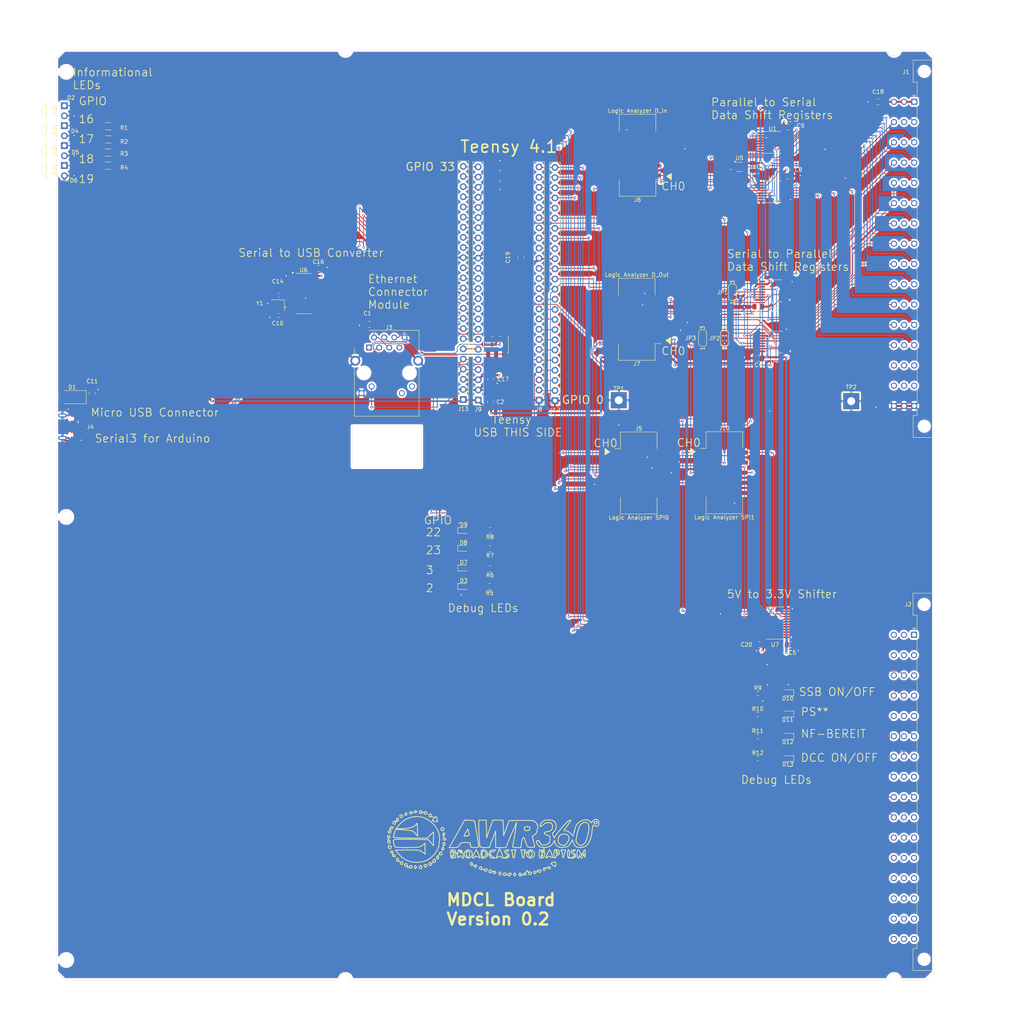
<source format=kicad_pcb>
(kicad_pcb (version 20240108) (generator "pcbnew") (generator_version "8.0")
  (title_block (title "AWR MDCL Board") (date "2024-07-29") (rev "0.2") (company "AWR") (comment 1 "Ray Betz and Rob Frohne"))
  (layers (0 "F.Cu" signal) (1 "In1.Cu" power) (2 "In2.Cu" power) (31 "B.Cu" signal) (34 "B.Paste" user) (35 "F.Paste" user) (36 "B.SilkS" user "B.Silkscreen") (37 "F.SilkS" user "F.Silkscreen") (38 "B.Mask" user) (39 "F.Mask" user) (44 "Edge.Cuts" user))
  (net 0 "")
  (net 1 "Net-(J3-RCT)")
  (net 2 "GND")
  (net 3 "+5V")
  (net 4 "+3.3V")
  (net 5 "Net-(U6-XO)")
  (net 6 "Net-(U6-XI)")
  (net 7 "Net-(D1-A)")
  (net 8 "Net-(D2-A)")
  (net 9 "Net-(D3-A)")
  (net 10 "Net-(D4-A)")
  (net 11 "Net-(D5-A)")
  (net 12 "Net-(D6-A)")
  (net 13 "Net-(D7-A)")
  (net 14 "Net-(D8-A)")
  (net 15 "Net-(D9-A)")
  (net 16 "Net-(D10-A)")
  (net 17 "Net-(D11-A)")
  (net 18 "Net-(D12-A)")
  (net 19 "Net-(D13-A)")
  (net 21 "/Data_In2")
  (net 24 "/Data_In5")
  (net 26 "/Data_In0")
  (net 28 "/Data_Out11")
  (net 30 "/Data_Out1")
  (net 33 "/Data_In11")
  (net 34 "/Data_Out2")
  (net 35 "/Data_In7")
  (net 36 "/Data_Out8")
  (net 37 "/Data_In4")
  (net 38 "/Data_Out3")
  (net 39 "/Data_Out6")
  (net 40 "/Data_Out9")
  (net 42 "/Data_In6")
  (net 45 "/Data_In1")
  (net 48 "/Data_Out5")
  (net 50 "/Data_Out7")
  (net 52 "/Data_Out0")
  (net 53 "/Data_In8")
  (net 54 "/Data_Out4")
  (net 55 "/Data_In3")
  (net 56 "/Data_In9")
  (net 59 "/Data_Out10")
  (net 61 "/Data_In10")
  (net 71 "/PS**")
  (net 73 "/DCC_ON{slash}OFF")
  (net 76 "/LC")
  (net 79 "/NF-BEREIT")
  (net 81 "/E-TIME")
  (net 89 "unconnected-(J2-Padb12)")
  (net 94 "/L5")
  (net 95 "/SSB_ON{slash}OFF")
  (net 109 "/L1")
  (net 111 "/RX-")
  (net 112 "/LED")
  (net 113 "/RX+")
  (net 116 "/TX+")
  (net 117 "/TX-")
  (net 118 "/D-")
  (net 119 "/D+")
  (net 121 "/LC_3V3")
  (net 122 "/L1_3V3")
  (net 123 "/L5_3V3")
  (net 124 "Net-(J12-Pin_10)")
  (net 125 "/MOSI0")
  (net 126 "Net-(J12-Pin_11)")
  (net 127 "Net-(J12-Pin_9)")
  (net 128 "Net-(J12-Pin_7)")
  (net 129 "Net-(J12-Pin_3)")
  (net 130 "/~{CS_OUT}")
  (net 131 "Net-(J12-Pin_20)")
  (net 132 "Net-(J12-Pin_2)")
  (net 133 "Net-(J12-Pin_8)")
  (net 134 "/PS_3V3")
  (net 135 "Net-(J12-Pin_6)")
  (net 136 "Net-(J12-Pin_16)")
  (net 137 "/CS0")
  (net 138 "/DCC_ON_3V3")
  (net 139 "Net-(J13-Pin_7)")
  (net 140 "/NF-BEREIT_3V3")
  (net 141 "/SSB_ON_3V3")
  (net 142 "Net-(J13-Pin_17)")
  (net 143 "/MISO0")
  (net 144 "/GPIO_2")
  (net 145 "/POWER")
  (net 146 "/GPIO_3")
  (net 147 "/GPIO_23")
  (net 148 "Net-(J13-Pin_6)")
  (net 149 "/E-TIME_3V3")
  (net 150 "/RX3")
  (net 151 "/DCC")
  (net 152 "/CONNECTED")
  (net 153 "/GPIO_22")
  (net 154 "/AMC")
  (net 155 "Net-(J13-Pin_16)")
  (net 156 "Net-(J13-Pin_24)")
  (net 157 "/SCK0")
  (net 158 "/TX3")
  (net 160 "Net-(U1-DS)")
  (net 161 "/~{L1}")
  (net 166 "Net-(U3-SER)")
  (net 177 "/MOSI1")
  (net 178 "/SCK1")
  (net 179 "/MISO1")
  (net 180 "Net-(JP1-C)")
  (net 181 "Net-(JP2-C)")
  (net 182 "Net-(JP3-C)")
  (net 184 "/CS1")
  (footprint "teensy:USB_Micro-Yuandi-G3P3-A1T2" (layer "F.Cu") (at 53.05 113.9 -90)
    (property "Reference" "J4")
    (property "Value" "USB_B_Micro")
    (fp_circle (center -2 -2.15) (end -1.725 -2.15) (stroke (width 0.05)) (fill none) (layer "Edge.Cuts"))
    (fp_circle (center 2 -2.15) (end 2.275 -2.15) (stroke (width 0.05)) (fill none) (layer "Edge.Cuts"))
  )
  (footprint "LED_SMD:LED_0603_1608Metric" (layer "F.Cu") (at 153.5825 144.37)
    (property "Reference" "D8")
    (property "Value" "LED")
  )
  (footprint "Capacitor_SMD:C_0805_2012Metric" (layer "F.Cu") (at 226 48.82 -90)
    (property "Reference" "C7")
    (property "Value" "0.1u")
  )
  (footprint "Package_SO:TSSOP-24_4.4x7.8mm_P0.65mm" (layer "F.Cu") (at 231.6625 163.075 180)
    (property "Reference" "U7")
    (property "Value" "SN74LVC8T245")
  )
  (footprint "LED_SMD:LED_0603_1608Metric" (layer "F.Cu") (at 153.62 139.9)
    (property "Reference" "D9")
    (property "Value" "LED")
  )
  (footprint "Resistor_SMD:R_0603_1608Metric" (layer "F.Cu") (at 227.325 197.05)
    (property "Reference" "R12")
    (property "Value" "470")
  )
  (footprint "Capacitor_SMD:C_0805_2012Metric" (layer "F.Cu") (at 227.75 168.5)
    (property "Reference" "C20")
    (property "Value" "0.1u")
  )
  (footprint "Library:IDC-Header_2x05_P2.54mm_Vertical_SMD" (layer "F.Cu") (at 197.195 45.895 180)
    (property "Reference" "J6")
    (property "Value" "Logic Analyzer D_In")
  )
  (footprint "Library:IDC-Header_2x05_P2.54mm_Vertical_SMD" (layer "F.Cu") (at 218.975 125.42)
    (property "Reference" "J10")
    (property "Value" "Logic Analyzer SPI1")
  )
  (footprint "Library:IDC-Header_2x05_P2.54mm_Vertical_SMD" (layer "F.Cu") (at 197.5 125.5)
    (property "Reference" "J5")
    (property "Value" "Logic Analyzer SPI0")
  )
  (footprint "Connector_PinHeader_2.54mm:PinHeader_1x24_P2.54mm_Vertical" (layer "F.Cu") (at 153.5 107.1 180)
    (property "Reference" "J13")
    (property "Value" "Teensy Header")
  )
  (footprint "Jumper:SolderJumper-3_P1.3mm_Bridged12_RoundedPad1.0x1.5mm_NumberLabels" (layer "F.Cu") (at 219 91.75 90)
    (property "Reference" "JP2")
    (property "Value" "Jumper_3_Bridged12")
  )
  (footprint "LED_SMD:LED_0603_1608Metric" (layer "F.Cu") (at 153.62 149.31)
    (property "Reference" "D7")
    (property "Value" "LED")
  )
  (footprint "Jumper:SolderJumper-3_P1.3mm_Bridged12_RoundedPad1.0x1.5mm_NumberLabels" (layer "F.Cu") (at 213.5 91.7 90)
    (property "Reference" "JP3")
    (property "Value" "Jumper_3_Bridged12")
  )
  (footprint "LED_Library:LED_3.0mm_2.54mm_lead_spacing_horizontal" (layer "F.Cu") (at 53.5 38.5)
    (property "Reference" "D4")
    (property "Value" "HV-32H307B/260/XSYG")
  )
  (footprint "Capacitor_SMD:C_0805_2012Metric" (layer "F.Cu") (at 234.75 51.07)
    (property "Reference" "C8")
    (property "Value" "0.1u")
  )
  (footprint "Crystal:Crystal_SMD_2520-4Pin_2.5x2.0mm" (layer "F.Cu") (at 107.025 83.5 180)
    (property "Reference" "Y1")
    (property "Value" "12 MHz")
  )
  (footprint "Resistor_SMD:R_0603_1608Metric" (layer "F.Cu") (at 227.325 191.54)
    (property "Reference" "R11")
    (property "Value" "470")
  )
  (footprint "Connector_PinHeader_2.54mm:PinHeader_1x24_P2.54mm_Vertical" (layer "F.Cu") (at 172.5 107.25 180)
    (property "Reference" "J8")
    (property "Value" "Teensy socket")
  )
  (footprint "Package_SO:TSSOP-16_4.4x5mm_P0.65mm" (layer "F.Cu") (at 231.025 55.045)
    (property "Reference" "U2")
    (property "Value" "74LV165")
  )
  (footprint "Package_SO:TSSOP-16_4.4x5mm_P0.65mm" (layer "F.Cu") (at 231.025 42.68)
    (property "Reference" "U1")
    (property "Value" "74LV165")
  )
  (footprint "Resistor_SMD:R_0805_2012Metric" (layer "F.Cu") (at 160.2075 139.9 180)
    (property "Reference" "R8")
    (property "Value" "100")
  )
  (footprint "Resistor_SMD:R_0805_2012Metric" (layer "F.Cu") (at 160.2075 149.45 180)
    (property "Reference" "R6")
    (property "Value" "100")
  )
  (footprint "Connector_PinHeader_2.00mm:PinHeader_2x03_P2.00mm_Vertical_SMD" (layer "F.Cu") (at 161.75 93.335 90)
    (property "Reference" "J11")
    (property "Value" "Ethernet Jack Socket")
  )
  (footprint "Connector_PinHeader_2.54mm:PinHeader_1x24_P2.54mm_Vertical" (layer "F.Cu") (at 157.25 107.23 180)
    (property "Reference" "J9")
    (property "Value" "Teensy socket")
  )
  (footprint "LED_SMD:LED_0603_1608Metric" (layer "F.Cu") (at 234.8625 180.55 180)
    (property "Reference" "D10")
    (property "Value" "LED")
  )
  (footprint "Connector_PinHeader_2.54mm:PinHeader_1x24_P2.54mm_Vertical" (layer "F.Cu") (at 176.5 107.38 180)
    (property "Reference" "J12")
    (property "Value" "Teensy Header")
  )
  (footprint "LED_Library:LED_3.0mm_2.54mm_lead_spacing_horizontal" (layer "F.Cu") (at 53.5 33.5)
    (property "Reference" "D2")
    (property "Value" "HV-32H307B/260/XSYG")
  )
  (footprint "LED_SMD:LED_0603_1608Metric" (layer "F.Cu") (at 234.8625 191.46 180)
    (property "Reference" "D12")
    (property "Value" "LED")
  )
  (footprint "TestPoint:TestPoint_THTPad_4.0x4.0mm_Drill2.0mm" (layer "F.Cu") (at 192.5 107.25)
    (property "Reference" "TP1")
    (property "Value" "GND")
  )
  (footprint "Connector_DIN:DIN41612_F_3x16_Male_Horizontal_THT" (layer "F.Cu") (at 266.539999 29.96 -90)
    (property "Reference" "J1")
    (property "Value" "Top DIN")
  )
  (footprint "Capacitor_SMD:C_0805_2012Metric" (layer "F.Cu") (at 160.4 101.95 -90)
    (property "Reference" "C17")
    (property "Value" "0.1u")
  )
  (footprint "Resistor_SMD:R_0805_2012Metric" (layer "F.Cu") (at 160.12 153.9 180)
    (property "Reference" "R5")
    (property "Value" "100")
  )
  (footprint "Package_SO:SOP-16_3.9x9.9mm_P1.27mm" (layer "F.Cu") (at 113.5 80.555)
    (property "Reference" "U6")
    (property "Value" "CH340G")
  )
  (footprint "Connector_DIN:DIN41612_F_3x16_Male_Horizontal_THT" (layer "F.Cu") (at 266.5 163.5 -90)
    (property "Reference" "J2")
    (property "Value" "Lower DIN")
  )
  (footprint "Capacitor_SMD:C_0805_2012Metric" (layer "F.Cu") (at 257.5 32.5 180)
    (property "Reference" "C18")
    (property "Value" "10u")
  )
  (footprint "Resistor_SMD:R_1206_3216Metric" (layer "F.Cu") (at 64.5375 38.63 180)
    (property "Reference" "R1")
    (property "Value" "470")
  )
  (footprint "LED_SMD:LED_0603_1608Metric" (layer "F.Cu") (at 153.62 153.9)
    (property "Reference" "D3")
    (property "Value" "LED")
  )
  (footprint "Resistor_SMD:R_0603_1608Metric" (layer "F.Cu") (at 227.325 180.79)
    (property "Reference" "R9")
    (property "Value" "470")
  )
  (footprint "Capacitor_SMD:C_0805_2012Metric" (layer "F.Cu") (at 60.5 105.5 90)
    (property "Reference" "C11")
    (property "Value" "0.1u")
  )
  (footprint "Capacitor_SMD:C_0805_2012Metric" (layer "F.Cu") (at 160.35 107.65 90)
    (property "Reference" "C2")
    (property "Value" "0.1u")
  )
  (footprint "Resistor_SMD:R_1206_3216Metric" (layer "F.Cu") (at 64.5375 41.92 180)
    (property "Reference" "R2")
    (property "Value" "470")
  )
  (footprint "Package_TO_SOT_SMD:SOT-353_SC-70-5" (layer "F.Cu") (at 222.75 48.82)
    (property "Reference" "U5")
    (property "Value" "74HC1G04GW,125")
  )
  (footprint "Capacitor_SMD:C_0603_1608Metric" (layer "F.Cu") (at 107.275 81 180)
    (property "Reference" "C14")
    (property "Value" "10p")
  )
  (footprint "Capacitor_SMD:C_0805_2012Metric" (layer "F.Cu") (at 227.5 96.75 180)
    (property "Reference" "C4")
    (property "Value" "0.1u")
  )
  (footprint "Diode_SMD:D_SMA" (layer "F.Cu") (at 55.5 106.5 180)
    (property "Reference" "D1")
    (property "Value" "SS14")
  )
  (footprint "Capacitor_SMD:C_0805_2012Metric" (layer "F.Cu") (at 117.2 74.25)
    (property "Reference" "C16")
    (property "Value" "0.1u")
  )
  (footprint "Resistor_SMD:R_1206_3216Metric" (layer "F.Cu") (at 64.5375 45.21 180)
    (property "Reference" "R3")
    (property "Value" "470")
  )
  (footprint "Capacitor_SMD:C_0603_1608Metric" (layer "F.Cu") (at 107.275 86 180)
    (property "Reference" "C10")
    (property "Value" "10p")
  )
  (footprint "Capacitor_SMD:C_0805_2012Metric" (layer "F.Cu") (at 130 88.25 180)
    (property "Reference" "C1")
    (property "Value" "0.1u")
  )
  (footprint "Package_SO:TSSOP-16_4.4x5mm_P0.65mm" (layer "F.Cu") (at 231.3875 92.725 180)
    (property "Reference" "U4")
    (property "Value" "74AHCT595")
  )
  (footprint "TestPoint:TestPoint_THTPad_4.0x4.0mm_Drill2.0mm" (layer "F.Cu") (at 250.75 107.5)
    (property "Reference" "TP2")
    (property "Value" "GND")
  )
  (footprint "LED_SMD:LED_0603_1608Metric" (layer "F.Cu") (at 234.8625 197.05 180)
    (property "Reference" "D13")
    (property "Value" "LED")
  )
  (footprint "LED_Library:LED_3.0mm_2.54mm_lead_spacing_horizontal" (layer "F.Cu") (at 53.5 43.5)
    (property "Reference" "D5")
    (property "Value" "HV-32H307B/260/XSYG")
  )
  (footprint "Resistor_SMD:R_0805_2012Metric" (layer "F.Cu") (at 160.2075 144.5 180)
    (property "Reference" "R7")
    (property "Value" "100")
  )
  (footprint "Resistor_SMD:R_0603_1608Metric" (layer "F.Cu") (at 227.325 186.03)
    (property "Reference" "R10")
    (property "Value" "470")
  )
  (footprint "Capacitor_SMD:C_0805_2012Metric" (layer "F.Cu") (at 227.45 83.82 180)
    (property "Reference" "C6")
    (property "Value" "0.1u")
  )
  (footprint "Library:IDC-Header_2x05_P2.54mm_Vertical_SMD" (layer "F.Cu") (at 197 87 180)
    (property "Reference" "J7")
    (property "Value" "Logic Analyzer D_Out")
  )
  (footprint "Jumper:SolderJumper-3_P1.3mm_Bridged12_RoundedPad1.0x1.5mm_NumberLabels" (layer "F.Cu") (at 221 80.25 90)
    (property "Reference" "JP1")
    (property "Value" "Jumper_3_Bridged12")
  )
  (footprint "Capacitor_SMD:C_0805_2012Metric" (layer "F.Cu") (at 235.55 168.5 180)
    (property "Reference" "C5")
    (property "Value" "0.1u")
  )
  (footprint "LED_Library:LED_3.0mm_2.54mm_lead_spacing_horizontal" (layer "F.Cu") (at 53.5 48.5)
    (property "Reference" "D6")
    (property "Value" "HV-32H307B/260/XSYG")
  )
  (footprint "Capacitor_SMD:C_0805_2012Metric" (layer "F.Cu") (at 167.95 71.5 90)
    (property "Reference" "C19")
    (property "Value" "0.1u")
  )
  (footprint "Connector_RJ:RJ45_Cetus_J1B1211CCD_Horizontal" (layer "F.Cu") (at 129.88 94.07)
    (property "Reference" "J3")
    (property "Value" "J1B1211CCD")
  )
  (footprint "Package_SO:TSSOP-16_4.4x5mm_P0.65mm" (layer "F.Cu") (at 231.25 79.82 180)
    (property "Reference" "U3")
    (property "Value" "74AHCT595")
  )
  (footprint "LED_SMD:LED_0603_1608Metric" (layer "F.Cu") (at 234.8625 185.87 180)
    (property "Reference" "D11")
    (property "Value" "LED")
  )
  (footprint "Resistor_SMD:R_1206_3216Metric" (layer "F.Cu") (at 64.5375 48.5 180)
    (property "Reference" "R4")
    (property "Value" "470")
  )
  (footprint "Capacitor_SMD:C_0805_2012Metric" (layer "F.Cu") (at 234.8 38.82)
    (property "Reference" "C9")
    (property "Value" "0.1u")
  )
  (gr_line (start 179.425945 218.35143) (end 179.995169 217.406222) (stroke (width 0.2)) (layer "F.SilkS"))
  (gr_line (start 143.062239 210.760378) (end 142.906521 210.87696) (stroke (width 0.2)) (layer "F.SilkS"))
  (gr_line (start 172.600815 220.007668) (end 172.81859 219.899841) (stroke (width 0.2)) (layer "F.SilkS"))
  (gr_line (start 161.537571 220.071219) (end 161.096601 220.302729) (stroke (width 0.2)) (layer "F.SilkS"))
  (gr_line (start 136.716791 219.261408) (end 136.303743 219.0837) (stroke (width 0.2)) (layer "F.SilkS"))
  (gr_line (start 164.915106 226.377631) (end 164.822813 226.112531) (stroke (width 0.2)) (layer "F.SilkS"))
  (gr_line (start 180.923578 221.706501) (end 181.546237 221.457099) (stroke (width 0.2)) (layer "F.SilkS"))
  (gr_line (start 166.33259 221.723898) (end 166.145728 221.989446) (stroke (width 0.2)) (layer "F.SilkS"))
  (gr_line (start 155.562408 223.047778) (end 155.74927 223.16436) (stroke (width 0.2)) (layer "F.SilkS"))
  (gr_line (start 134.539359 216.716068) (end 134.5 216.5) (stroke (width 0.2)) (layer "F.SilkS"))
  (gr_line (start 181.032784 216.433203) (end 181.338806 215.308725) (stroke (width 0.2)) (layer "F.SilkS"))
  (gr_line (start 168.340113 221.723898) (end 168.262392 221.085454) (stroke (width 0.2)) (layer "F.SilkS"))
  (gr_line (start 158.14347 224.783277) (end 157.987752 224.899859) (stroke (width 0.2)) (layer "F.SilkS"))
  (gr_line (start 178.024264 219.948814) (end 178.581129 219.897722) (stroke (width 0.2)) (layer "F.SilkS"))
  (gr_line (start 146.03742 218.843958) (end 146.03742 217.129767) (stroke (width 0.2)) (layer "F.SilkS"))
  (gr_line (start 185.460287 213.045947) (end 185.584373 213.101853) (stroke (width 0.2)) (layer "F.SilkS"))
  (gr_line (start 165.555928 226.0078) (end 165.137005 226.426723) (stroke (width 0.2)) (layer "F.SilkS"))
  (gr_line (start 173.838479 224.421405) (end 174.663097 224.350849) (stroke (width 0.2)) (layer "F.SilkS"))
  (gr_line (start 147.115596 222.203317) (end 146.914719 222.140741) (stroke (width 0.2)) (layer "F.SilkS"))
  (gr_line (start 183.923864 219.872782) (end 184.066907 220.203097) (stroke (width 0.2)) (layer "F.SilkS"))
  (gr_line (start 152.718141 219.920526) (end 153.184638 220.141688) (stroke (width 0.2)) (layer "F.SilkS"))
  (gr_line (start 160.911686 221.971539) (end 160.404829 221.832549) (stroke (width 0.2)) (layer "F.SilkS"))
  (gr_line (start 137.967639 211.141543) (end 138.247931 211.214677) (stroke (width 0.2)) (layer "F.SilkS"))
  (gr_line (start 138.364513 211.390511) (end 138.136834 211.780193) (stroke (width 0.2)) (layer "F.SilkS"))
  (gr_line (start 172.797207 225.538509) (end 172.400333 225.510026) (stroke (width 0.2)) (layer "F.SilkS"))
  (gr_line (start 178.838929 215.086032) (end 179.198745 215.110288) (stroke (width 0.2)) (layer "F.SilkS"))
  (gr_line (start 168.262392 221.085454) (end 168.16524 220.407808) (stroke (width 0.2)) (layer "F.SilkS"))
  (gr_line (start 143.825369 224.187111) (end 143.656173 223.79743) (stroke (width 0.2)) (layer "F.SilkS"))
  (gr_line (start 143.062239 224.518694) (end 142.906521 224.635276) (stroke (width 0.2)) (layer "F.SilkS"))
  (gr_line (start 136.909854 212.811235) (end 136.777015 212.332167) (stroke (width 0.2)) (layer "F.SilkS"))
  (gr_line (start 138.291379 222.899777) (end 138.364513 223.180069) (stroke (width 0.2)) (layer "F.SilkS"))
  (gr_line (start 166.74104 220.04801) (end 166.507463 220.407808) (stroke (width 0.2)) (layer "F.SilkS"))
  (gr_line (start 148.286376 215.110288) (end 148.006083 214.993706) (stroke (width 0.2)) (layer "F.SilkS"))
  (gr_line (start 151.138997 219.343616) (end 149.975521 219.343616) (stroke (width 0.2)) (layer "F.SilkS"))
  (gr_line (start 176.694578 213.361461) (end 176.817241 214.08787) (stroke (width 0.2)) (layer "F.SilkS"))
  (gr_line (start 152.729716 220.236478) (end 152.651995 220.386333) (stroke (width 0.2)) (layer "F.SilkS"))
  (gr_line (start 171.695174 212.986826) (end 172.073698 213.555997) (stroke (width 0.2)) (layer "F.SilkS"))
  (gr_line (start 162.519287 225.545607) (end 162.706149 225.429025) (stroke (width 0.2)) (layer "F.SilkS"))
  (gr_line (start 166.145728 226.090483) (end 166.229278 225.806896) (stroke (width 0.2)) (layer "F.SilkS"))
  (gr_line (start 156.439707 223.690232) (end 156.640584 223.627656) (stroke (width 0.2)) (layer "F.SilkS"))
  (gr_line (start 148.089316 221.079115) (end 147.933598 221.195697) (stroke (width 0.2)) (layer "F.SilkS"))
  (gr_line (start 141.559353 223.892239) (end 141.843779 224.238401) (stroke (width 0.2)) (layer "F.SilkS"))
  (gr_line (start 182.811716 218.81445) (end 183.464061 218.650096) (stroke (width 0.2)) (layer "F.SilkS"))
  (gr_line (start 163.669094 226.303775) (end 163.499898 225.914094) (stroke (width 0.2)) (layer "F.SilkS"))
  (gr_line (start 180.947625 220.972373) (end 180.575848 220.538643) (stroke (width 0.2)) (layer "F.SilkS"))
  (gr_line (start 143.053873 223.958109) (end 143.127007 224.238401) (stroke (width 0.2)) (layer "F.SilkS"))
  (gr_line (start 135.862274 221.478562) (end 135.707837 220.630751) (stroke (width 0.2)) (layer "F.SilkS"))
  (gr_line (start 177.402484 221.098545) (end 177.103875 221.195697) (stroke (width 0.2)) (layer "F.SilkS"))
  (gr_line (start 178.766492 214.935362) (end 178.838929 215.086032) (stroke (width 0.2)) (layer "F.SilkS"))
  (gr_line (start 136.091952 217.401313) (end 136.63506 217.2667) (stroke (width 0.2)) (layer "F.SilkS"))
  (gr_line (start 179.825002 215.293647) (end 180.38594 215.771745) (stroke (width 0.2)) (layer "F.SilkS"))
  (gr_line (start 182.098429 221.678561) (end 182.020708 220.931114) (stroke (width 0.2)) (layer "F.SilkS"))
  (gr_line (start 135.044109 214.740889) (end 135.4541 215.359256) (stroke (width 0.2)) (layer "F.SilkS"))
  (gr_line (start 186.285132 213.870343) (end 186.061023 213.775922) (stroke (width 0.2)) (layer "F.SilkS"))
  (gr_line (start 148.947833 218.417575) (end 148.870112 218.697868) (stroke (width 0.2)) (layer "F.SilkS"))
  (gr_line (start 159.303474 225.273926) (end 158.9066 225.245443) (stroke (width 0.2)) (layer "F.SilkS"))
  (gr_line (start 163.073213 220.509659) (end 163.404839 221.59419) (stroke (width 0.2)) (layer "F.SilkS"))
  (gr_line (start 141.843779 224.238401) (end 141.559353 224.584564) (stroke (width 0.2)) (layer "F.SilkS"))
  (gr_line (start 141.93841 213.272558) (end 141.89073 213.301306) (stroke (width 0.2)) (layer "F.SilkS"))
  (gr_line (start 176.902347 218.859762) (end 176.588166 218.368718) (stroke (width 0.2)) (layer "F.SilkS"))
  (gr_line (start 176.447693 217.867576) (end 176.397005 217.531241) (stroke (width 0.2)) (layer "F.SilkS"))
  (gr_line (start 176.397005 217.531241) (end 176.20211 217.926245) (stroke (width 0.2)) (layer "F.SilkS"))
  (gr_line (start 166.430155 225.74432) (end 166.714581 226.090483) (stroke (width 0.2)) (layer "F.SilkS"))
  (gr_line (start 169.916036 220.034786) (end 170.379056 219.875489) (stroke (width 0.2)) (layer "F.SilkS"))
  (gr_line (start 145.259286 210.87696) (end 145.43512 210.993542) (stroke (width 0.2)) (layer "F.SilkS"))
  (gr_line (start 155.11205 218.12342) (end 154.101529 218.020701) (stroke (width 0.2)) (layer "F.SilkS"))
  (gr_line (start 166.229278 226.374069) (end 166.145728 226.090483) (stroke (width 0.2)) (layer "F.SilkS"))
  (gr_line (start 159.26657 220.931114) (end 159.143632 220.550199) (stroke (width 0.2)) (layer "F.SilkS"))
  (gr_line (start 155.068423 221.399495) (end 155.165534 220.931114) (stroke (width 0.2)) (layer "F.SilkS"))
  (gr_line (start 141.804092 223.041758) (end 140.431076 222.904335) (stroke (width 0.2)) (layer "F.SilkS"))
  (gr_line (start 134.5 216.5) (end 134.619131 216.326387) (stroke (width 0.2)) (layer "F.SilkS"))
  (gr_line (start 173.289469 220.666531) (end 173.476331 220.58881) (stroke (width 0.2)) (layer "F.SilkS"))
  (gr_line (start 181.40224 220.797539) (end 181.673481 221.150713) (stroke (width 0.2)) (layer "F.SilkS"))
  (gr_line (start 171.172805 225.561317) (end 171.256355 225.27773) (stroke (width 0.2)) (layer "F.SilkS"))
  (gr_line (start 147.400022 221.857155) (end 147.115596 222.203317) (stroke (width 0.2)) (layer "F.SilkS"))
  (gr_line (start 179.678386 219.058201) (end 178.242656 219.343616) (stroke (width 0.2)) (layer "F.SilkS"))
  (gr_line (start 136.709197 214.581122) (end 137.369869 213.721227) (stroke (width 0.2)) (layer "F.SilkS"))
  (gr_line (start 187.481728 213.654073) (end 187.162749 213.962925) (stroke (width 0.2)) (layer "F.SilkS"))
  (gr_line (start 181.379887 221.856699) (end 180.904533 221.972675) (stroke (width 0.2)) (layer "F.SilkS"))
  (gr_line (start 143.920756 219.596916) (end 143.920756 218.246877) (stroke (width 0.2)) (layer "F.SilkS"))
  (gr_line (start 174.429523 215.374871) (end 174.999066 215.273887) (stroke (width 0.2)) (layer "F.SilkS"))
  (gr_line (start 183.886122 218.30279) (end 184.299421 217.698572) (stroke (width 0.2)) (layer "F.SilkS"))
  (gr_line (start 136.582619 214.792862) (end 138.689785 214.888553) (stroke (width 0.2)) (layer "F.SilkS"))
  (gr_line (start 176.651327 221.872864) (end 176.464465 221.989446) (stroke (width 0.2)) (layer "F.SilkS"))
  (gr_line (start 156.640584 224.319981) (end 156.439707 224.257405) (stroke (width 0.2)) (layer "F.SilkS"))
  (gr_line (start 160.340518 224.899859) (end 160.516351 225.016441) (stroke (width 0.2)) (layer "F.SilkS"))
  (gr_line (start 136.854736 222.666613) (end 136.777015 222.386321) (stroke (width 0.2)) (layer "F.SilkS"))
  (gr_line (start 154.343616 220.512237) (end 154.343616 221.349991) (stroke (width 0.2)) (layer "F.SilkS"))
  (gr_line (start 147.905116 220.401948) (end 148.08095 220.51853) (stroke (width 0.2)) (layer "F.SilkS"))
  (gr_line (start 180.95202 217.631101) (end 180.863891 217.396317) (stroke (width 0.2)) (layer "F.SilkS"))
  (gr_line (start 174.725672 224.551726) (end 174.663097 224.350849) (stroke (width 0.2)) (layer "F.SilkS"))
  (gr_line (start 176.833032 219.872782) (end 177.315922 219.969934) (stroke (width 0.2)) (layer "F.SilkS"))
  (gr_line (start 148.531955 217.407985) (end 148.469379 217.207108) (stroke (width 0.2)) (layer "F.SilkS"))
  (gr_line (start 165.241735 225.693608) (end 165.506836 225.785902) (stroke (width 0.2)) (layer "F.SilkS"))
  (gr_line (start 162.471097 221.468662) (end 162.252656 221.658717) (stroke (width 0.2)) (layer "F.SilkS"))
  (gr_line (start 164.177065 225.766742) (end 164.293647 225.942576) (stroke (width 0.2)) (layer "F.SilkS"))
  (gr_line (start 165.881555 219.145179) (end 166.426858 216.074514) (stroke (width 0.2)) (layer "F.SilkS"))
  (gr_line (start 154.834944 221.658671) (end 155.068423 221.399495) (stroke (width 0.2)) (layer "F.SilkS"))
  (gr_line (start 171.148866 216.30851) (end 170.901077 216.418973) (stroke (width 0.2)) (layer "F.SilkS"))
  (gr_line (start 177.4686 219.209909) (end 176.902347 218.859762) (stroke (width 0.2)) (layer "F.SilkS"))
  (gr_line (start 164.733511 220.797539) (end 165.004752 221.150713) (stroke (width 0.2)) (layer "F.SilkS"))
  (gr_line (start 179.995169 217.406222) (end 180.036157 216.915865) (stroke (width 0.2)) (layer "F.SilkS"))
  (gr_line (start 155.751183 221.20255) (end 155.551859 221.605282) (stroke (width 0.2)) (layer "F.SilkS"))
  (gr_line (start 173.285212 218.680799) (end 173.870911 218.695421) (stroke (width 0.2)) (layer "F.SilkS"))
  (gr_line (start 178.219394 220.355994) (end 177.985817 220.04801) (stroke (width 0.2)) (layer "F.SilkS"))
  (gr_line (start 174.995738 213.046931) (end 174.265929 213.119801) (stroke (width 0.2)) (layer "F.SilkS"))
  (gr_line (start 135.932554 214.296695) (end 135.869978 214.497572) (stroke (width 0.2)) (layer "F.SilkS"))
  (gr_line (start 176.806769 220.275338) (end 176.729048 220.518625) (stroke (width 0.2)) (layer "F.SilkS"))
  (gr_line (start 176.496887 219.905976) (end 176.833032 219.872782) (stroke (width 0.2)) (layer "F.SilkS"))
  (gr_line (start 145.443486 223.724945) (end 145.287768 223.841527) (stroke (width 0.2)) (layer "F.SilkS"))
  (gr_line (start 148.815542 217.491535) (end 148.531955 217.407985) (stroke (width 0.2)) (layer "F.SilkS"))
  (gr_line (start 160.324899 220.890682) (end 160.499772 221.320188) (stroke (width 0.2)) (layer "F.SilkS"))
  (gr_line (start 169.36502 220.773746) (end 169.563179 220.372136) (stroke (width 0.2)) (layer "F.SilkS"))
  (gr_line (start 177.673988 216.31981) (end 177.380347 216.8372) (stroke (width 0.2)) (layer "F.SilkS"))
  (gr_line (start 166.914649 219.343616) (end 166.184857 219.285325) (stroke (width 0.2)) (layer "F.SilkS"))
  (gr_line (start 147.889501 214.713413) (end 148.006083 214.433121) (stroke (width 0.2)) (layer "F.SilkS"))
  (gr_line (start 138.356764 214.581122) (end 136.709197 214.581122) (stroke (width 0.2)) (layer "F.SilkS"))
  (gr_line (start 142.037983 214.662022) (end 141.982067 213.519527) (stroke (width 0.2)) (layer "F.SilkS"))
  (gr_line (start 144.898087 223.672331) (end 144.869604 223.275457) (stroke (width 0.2)) (layer "F.SilkS"))
  (gr_line (start 143.181892 220.40069) (end 143.920756 220.946956) (stroke (width 0.2)) (layer "F.SilkS"))
  (gr_line (start 135.057226 215.110288) (end 135.337518 215.183422) (stroke (width 0.2)) (layer "F.SilkS"))
  (gr_line (start 167.546364 226.370775) (end 167.468643 226.090483) (stroke (width 0.2)) (layer "F.SilkS"))
  (gr_line (start 175.669128 213.256682) (end 174.995738 213.046931) (stroke (width 0.2)) (layer "F.SilkS"))
  (gr_line (start 140.348886 210.87696) (end 140.065299 210.79341) (stroke (width 0.2)) (layer "F.SilkS"))
  (gr_line (start 134.776933 218.879218) (end 135.057226 218.81445) (stroke (width 0.2)) (layer "F.SilkS"))
  (gr_line (start 160.920211 221.666524) (end 161.515523 221.953632) (stroke (width 0.2)) (layer "F.SilkS"))
  (gr_line (start 186.376941 212.829556) (end 186.254036 213.125915) (stroke (width 0.2)) (layer "F.SilkS"))
  (gr_line (start 161.202201 225.844903) (end 161.118651 225.561317) (stroke (width 0.2)) (layer "F.SilkS"))
  (gr_line (start 154.376065 216.433203) (end 154.833218 216.336423) (stroke (width 0.2)) (layer "F.SilkS"))
  (gr_line (start 169.957437 221.876598) (end 169.595856 221.605282) (stroke (width 0.2)) (layer "F.SilkS"))
  (gr_line (start 168.526975 219.914558) (end 169.08384 219.95376) (stroke (width 0.2)) (layer "F.SilkS"))
  (gr_line (start 148.154084 220.798823) (end 148.089316 221.079115) (stroke (width 0.2)) (layer "F.SilkS"))
  (gr_line (start 138.9714 210.733546) (end 139.158262 210.612377) (stroke (width 0.2)) (layer "F.SilkS"))
  (gr_line (start 176.266028 222.964587) (end 176.632699 222.970005) (stroke (width 0.2)) (layer "F.SilkS"))
  (gr_line (start 175.14952 216.444217) (end 174.546238 216.217184) (stroke (width 0.2)) (layer "F.SilkS"))
  (gr_line (start 176.319066 216.907801) (end 176.854786 216.042183) (stroke (width 0.2)) (layer "F.SilkS"))
  (gr_line (start 164.756667 220.055166) (end 164.293647 220.326034) (stroke (width 0.2)) (layer "F.SilkS"))
  (gr_line (start 175.292845 224.551726) (end 175.009259 224.635276) (stroke (width 0.2)) (layer "F.SilkS"))
  (gr_line (start 170.842076 220.034786) (end 171.194933 220.372136) (stroke (width 0.2)) (layer "F.SilkS"))
  (gr_line (start 143.14711 210.557131) (end 144.053048 210.347794) (stroke (width 0.2)) (layer "F.SilkS"))
  (gr_line (start 166.430155 226.436645) (end 166.229278 226.374069) (stroke (width 0.2)) (layer "F.SilkS"))
  (gr_line (start 180.090906 221.678561) (end 179.904044 221.989446) (stroke (width 0.2)) (layer "F.SilkS"))
  (gr_line (start 140.632472 210.79341) (end 140.348886 210.87696) (stroke (width 0.2)) (layer "F.SilkS"))
  (gr_line (start 170.67882 220.462733) (end 170.445342 220.203557) (stroke (width 0.2)) (layer "F.SilkS"))
  (gr_line (start 156.439707 224.257405) (end 156.356157 223.973819) (stroke (width 0.2)) (layer "F.SilkS"))
  (gr_line (start 180.40232 212.757781) (end 179.639461 213.787373) (stroke (width 0.2)) (layer "F.SilkS"))
  (gr_line (start 165.006397 221.554311) (end 164.711158 221.856699) (stroke (width 0.2)) (layer "F.SilkS"))
  (gr_line (start 138.364513 223.180069) (end 138.299745 223.460362) (stroke (width 0.2)) (layer "F.SilkS"))
  (gr_line (start 138.893679 211.024866) (end 138.9714 210.733546) (stroke (width 0.2)) (layer "F.SilkS"))
  (gr_line (start 170.45637 219.293442) (end 169.907683 219.219704) (stroke (width 0.2)) (layer "F.SilkS"))
  (gr_line (start 160.897523 212.464458) (end 162.187119 212.464458) (stroke (width 0.2)) (layer "F.SilkS"))
  (gr_line (start 161.403078 225.907479) (end 161.202201 225.844903) (stroke (width 0.2)) (layer "F.SilkS"))
  (gr_line (start 175.128533 219.872782) (end 175.617564 220.751462) (stroke (width 0.2)) (layer "F.SilkS"))
  (gr_line (start 150.376358 220.049794) (end 150.567148 219.906089) (stroke (width 0.2)) (layer "F.SilkS"))
  (gr_line (start 177.721234 218.528674) (end 178.606267 218.806404) (stroke (width 0.2)) (layer "F.SilkS"))
  (gr_line (start 147.115596 221.510992) (end 147.400022 221.857155) (stroke (width 0.2)) (layer "F.SilkS"))
  (gr_line (start 164.065968 226.332258) (end 163.669094 226.303775) (stroke (width 0.2)) (layer "F.SilkS"))
  (gr_line (start 138.883666 212.359542) (end 139.836584 211.939691) (stroke (width 0.2)) (layer "F.SilkS"))
  (gr_line (start 169.08384 219.95376) (end 169.122287 220.04801) (stroke (width 0.2)) (layer "F.SilkS"))
  (gr_line (start 157.95927 224.10611) (end 158.135104 224.222692) (stroke (width 0.2)) (layer "F.SilkS"))
  (gr_line (start 175.853321 223.726221) (end 175.578073 223.435472) (stroke (width 0.2)) (layer "F.SilkS"))
  (gr_line (start 147.042483 212.836941) (end 146.368149 212.787319) (stroke (width 0.2)) (layer "F.SilkS"))
  (gr_line (start 174.265929 213.119801) (end 173.697961 213.509951) (stroke (width 0.2)) (layer "F.SilkS"))
  (gr_line (start 145.259286 223.047778) (end 145.43512 223.16436) (stroke (width 0.2)) (layer "F.SilkS"))
  (gr_line (start 158.05056 221.815956) (end 157.943655 220.931114) (stroke (width 0.2)) (layer "F.SilkS"))
  (gr_line (start 171.96584 217.624269) (end 172.49572 217.623819) (stroke (width 0.2)) (layer "F.SilkS"))
  (gr_line (start 146.501818 222.931196) (end 146.3461 223.047778) (stroke (width 0.2)) (layer "F.SilkS"))
  (gr_line (start 143.920756 220.946956) (end 143.920756 219.596916) (stroke (width 0.2)) (layer "F.SilkS"))
  (gr_line (start 175.588738 223.246266) (end 176.266028 222.964587) (stroke (width 0.2)) (layer "F.SilkS"))
  (gr_line (start 158.853986 224.700044) (end 159.134279 224.635276) (stroke (width 0.2)) (layer "F.SilkS"))
  (gr_line (start 168.934874 214.174798) (end 168.791558 214.581122) (stroke (width 0.2)) (layer "F.SilkS"))
  (gr_line (start 141.89073 213.301306) (end 141.548463 213.735389) (stroke (width 0.2)) (layer "F.SilkS"))
  (gr_line (start 166.145728 221.989446) (end 165.958866 221.723898) (stroke (width 0.2)) (layer "F.SilkS"))
  (gr_line (start 161.096601 220.302729) (end 160.589482 220.368875) (stroke (width 0.2)) (layer "F.SilkS"))
  (gr_line (start 160.815188 217.293098) (end 160.015631 219.343616) (stroke (width 0.2)) (layer "F.SilkS"))
  (gr_line (start 172.760303 213.696089) (end 172.922262 213.298186) (stroke (width 0.2)) (layer "F.SilkS"))
  (gr_line (start 140.889249 214.1612) (end 139.789057 214.46259) (stroke (width 0.2)) (layer "F.SilkS"))
  (gr_line (start 158.235749 219.32452) (end 157.8789 219.21001) (stroke (width 0.2)) (layer "F.SilkS"))
  (gr_line (start 166.229278 225.806896) (end 166.430155 225.74432) (stroke (width 0.2)) (layer "F.SilkS"))
  (gr_line (start 157.987752 224.899859) (end 157.598071 224.730663) (stroke (width 0.2)) (layer "F.SilkS"))
  (gr_line (start 157.58433 218.35143) (end 157.584311 218.35143) (stroke (width 0.2)) (layer "F.SilkS"))
  (gr_line (start 171.318054 212.699957) (end 171.695174 212.986826) (stroke (width 0.2)) (layer "F.SilkS"))
  (gr_line (start 156.640584 223.627656) (end 156.92501 223.973819) (stroke (width 0.2)) (layer "F.SilkS"))
  (gr_line (start 146.270242 211.831744) (end 146.721873 211.54658) (stroke (width 0.2)) (layer "F.SilkS"))
  (gr_line (start 158.329829 212.464458) (end 159.245169 212.464458) (stroke (width 0.2)) (layer "F.SilkS"))
  (gr_line (start 135.302805 214.497572) (end 135.240229 214.296695) (stroke (width 0.2)) (layer "F.SilkS"))
  (gr_line (start 176.20211 217.926245) (end 175.862193 218.451588) (stroke (width 0.2)) (layer "F.SilkS"))
  (gr_line (start 181.546237 221.457099) (end 180.947625 220.972373) (stroke (width 0.2)) (layer "F.SilkS"))
  (gr_line (start 176.274529 215.30308) (end 175.885452 215.711528) (stroke (width 0.2)) (layer "F.SilkS"))
  (gr_line (start 148.418667 218.417575) (end 148.496388 218.137283) (stroke (width 0.2)) (layer "F.SilkS"))
  (gr_line (start 164.915106 226.377631) (end 164.293647 225.942576) (stroke (width 0.2)) (layer "F.SilkS"))
  (gr_line (start 136.263464 221.724863) (end 135.862274 221.478562) (stroke (width 0.2)) (layer "F.SilkS"))
  (gr_line (start 169.913691 215.001305) (end 170.200227 214.739281) (stroke (width 0.2)) (layer "F.SilkS"))
  (gr_line (start 136.447664 213.406208) (end 136.291946 213.52279) (stroke (width 0.2)) (layer "F.SilkS"))
  (gr_line (start 172.231137 214.171798) (end 171.926401 215.489627) (stroke (width 0.2)) (layer "F.SilkS"))
  (gr_line (start 155.165534 220.931114) (end 155.068423 220.462733) (stroke (width 0.2)) (layer "F.SilkS"))
  (gr_line (start 183.219256 212.576387) (end 184.061352 212.349275) (stroke (width 0.2)) (layer "F.SilkS"))
  (gr_line (start 179.717182 220.183667) (end 179.904044 219.872782) (stroke (width 0.2)) (layer "F.SilkS"))
  (gr_line (start 172.922262 213.298186) (end 173.311654 212.841255) (stroke (width 0.2)) (layer "F.SilkS"))
  (gr_line (start 180.863891 217.396317) (end 180.576677 217.933723) (stroke (width 0.2)) (layer "F.SilkS"))
  (gr_line (start 137.294644 220.966662) (end 136.501275 220.005073) (stroke (width 0.2)) (layer "F.SilkS"))
  (gr_line (start 157.417401 214.911851) (end 157.414489 212.464458) (stroke (width 0.2)) (layer "F.SilkS"))
  (gr_line (start 157.943655 220.931114) (end 158.051675 220.043414) (stroke (width 0.2)) (layer "F.SilkS"))
  (gr_line (start 174.541981 218.496627) (end 175.130066 218.033542) (stroke (width 0.2)) (layer "F.SilkS"))
  (gr_line (start 156.640581 221.461006) (end 156.431831 221.658717) (stroke (width 0.2)) (layer "F.SilkS"))
  (gr_line (start 166.184857 219.285325) (end 165.881555 219.145179) (stroke (width 0.2)) (layer "F.SilkS"))
  (gr_line (start 145.443486 223.724945) (end 145.956419 222.878582) (stroke (width 0.2)) (layer "F.SilkS"))
  (gr_line (start 171.256355 225.27773) (end 171.457232 225.215154) (stroke (width 0.2)) (layer "F.SilkS"))
  (gr_line (start 183.157793 221.327989) (end 183.434076 220.600385) (stroke (width 0.2)) (layer "F.SilkS"))
  (gr_line (start 180.168627 220.931114) (end 180.090906 221.678561) (stroke (width 0.2)) (layer "F.SilkS"))
  (gr_line (start 172.49572 217.623819) (end 172.760303 218.15077) (stroke (width 0.2)) (layer "F.SilkS"))
  (gr_line (start 139.422845 223.709235) (end 139.358077 223.989528) (stroke (width 0.2)) (layer "F.SilkS"))
  (gr_line (start 145.443486 211.554127) (end 145.287768 211.670709) (stroke (width 0.2)) (layer "F.SilkS"))
  (gr_line (start 154.590505 214.745024) (end 154.174417 215.477948) (stroke (width 0.2)) (layer "F.SilkS"))
  (gr_line (start 182.171899 218.398677) (end 182.811716 218.81445) (stroke (width 0.2)) (layer "F.SilkS"))
  (gr_line (start 143.127007 210.480085) (end 143.062239 210.760378) (stroke (width 0.2)) (layer "F.SilkS"))
  (gr_line (start 175.769702 221.842689) (end 175.371565 221.660959) (stroke (width 0.2)) (layer "F.SilkS"))
  (gr_line (start 155.006868 216.102474) (end 154.805221 215.14722) (stroke (width 0.2)) (layer "F.SilkS"))
  (gr_line (start 135.389332 219.491617) (end 135.233614 219.608199) (stroke (width 0.2)) (layer "F.SilkS"))
  (gr_line (start 141.982067 213.519527) (end 141.93841 213.272558) (stroke (width 0.2)) (layer "F.SilkS"))
  (gr_line (start 177.380347 216.8372) (end 177.258214 217.497287) (stroke (width 0.2)) (layer "F.SilkS"))
  (gr_line (start 158.848056 221.564264) (end 159.143632 221.312029) (stroke (width 0.2)) (layer "F.SilkS"))
  (gr_line (start 171.457232 225.907479) (end 171.256355 225.844903) (stroke (width 0.2)) (layer "F.SilkS"))
  (gr_line (start 155.375546 223.16436) (end 155.562408 223.047778) (stroke (width 0.2)) (layer "F.SilkS"))
  (gr_line (start 160.015631 219.343616) (end 158.88198 219.343616) (stroke (width 0.2)) (layer "F.SilkS"))
  (gr_line (start 162.891026 220.059865) (end 163.073213 220.509659) (stroke (width 0.2)) (layer "F.SilkS"))
  (gr_line (start 185.830862 214.876703) (end 185.677521 216.127566) (stroke (width 0.2)) (layer "F.SilkS"))
  (gr_line (start 174.922547 212.370072) (end 175.793511 212.512356) (stroke (width 0.2)) (layer "F.SilkS"))
  (gr_line (start 175.510553 215.031095) (end 175.84066 214.577862) (stroke (width 0.2)) (layer "F.SilkS"))
  (gr_line (start 139.627862 224.494978) (end 140.068593 223.906295) (stroke (width 0.2)) (layer "F.SilkS"))
  (gr_line (start 135.873782 212.95672) (end 136.263464 212.729041) (stroke (width 0.2)) (layer "F.SilkS"))
  (gr_line (start 148.08095 220.51853) (end 148.154084 220.798823) (stroke (width 0.2)) (layer "F.SilkS"))
  (gr_line (start 179.639461 213.787373) (end 178.766492 214.935362) (stroke (width 0.2)) (layer "F.SilkS"))
  (gr_line (start 174.347036 221.989439) (end 174.312898 221.678554) (stroke (width 0.2)) (layer "F.SilkS"))
  (gr_line (start 136.291946 213.52279) (end 135.902265 213.353594) (stroke (width 0.2)) (layer "F.SilkS"))
  (gr_line (start 148.496388 216.29523) (end 148.418667 216.051943) (stroke (width 0.2)) (layer "F.SilkS"))
  (gr_line (start 143.825369 210.957961) (end 143.656173 210.56828) (stroke (width 0.2)) (layer "F.SilkS"))
  (gr_line (start 153.952782 220.372136) (end 154.343616 220.512237) (stroke (width 0.2)) (layer "F.SilkS"))
  (gr_line (start 177.258214 220.682146) (end 176.993631 220.269657) (stroke (width 0.2)) (layer "F.SilkS"))
  (gr_line (start 182.291839 219.872782) (end 182.57069 220.086515) (stroke (width 0.2)) (layer "F.SilkS"))
  (gr_line (start 141.559353 224.584564) (end 141.358476 224.521988) (stroke (width 0.2)) (layer "F.SilkS"))
  (gr_line (start 143.223617 218.795247) (end 142.75525 219.085157) (stroke (width 0.2)) (layer "F.SilkS"))
  (gr_line (start 159.950835 225.127538) (end 160.340518 224.899859) (stroke (width 0.2)) (layer "F.SilkS"))
  (gr_line (start 154.101529 218.020701) (end 153.066752 218.140084) (stroke (width 0.2)) (layer "F.SilkS"))
  (gr_line (start 142.878039 210.083211) (end 143.053873 210.199793) (stroke (width 0.2)) (layer "F.SilkS"))
  (gr_line (start 175.273842 217.223379) (end 175.14952 216.444217) (stroke (width 0.2)) (layer "F.SilkS"))
  (gr_line (start 134.57935 218.116088) (end 134.550867 217.719214) (stroke (width 0.2)) (layer "F.SilkS"))
  (gr_line (start 145.287768 223.841527) (end 144.898087 223.672331) (stroke (width 0.2)) (layer "F.SilkS"))
  (gr_line (start 149.161704 217.207108) (end 149.099128 217.407985) (stroke (width 0.2)) (layer "F.SilkS"))
  (gr_line (start 136.722219 212.529783) (end 136.854736 212.051874) (stroke (width 0.2)) (layer "F.SilkS"))
  (gr_line (start 153.066752 218.140084) (end 152.802859 218.341042) (stroke (width 0.2)) (layer "F.SilkS"))
  (gr_line (start 135.057226 218.81445) (end 135.337518 218.931032) (stroke (width 0.2)) (layer "F.SilkS"))
  (gr_line (start 136.263464 212.729041) (end 136.439298 212.845623) (stroke (width 0.2)) (layer "F.SilkS"))
  (gr_line (start 170.775931 220.931114) (end 170.67882 220.462733) (stroke (width 0.2)) (layer "F.SilkS"))
  (gr_line (start 166.714581 226.090483) (end 166.430155 226.436645) (stroke (width 0.2)) (layer "F.SilkS"))
  (gr_line (start 173.102607 220.215086) (end 173.024886 220.401948) (stroke (width 0.2)) (layer "F.SilkS"))
  (gr_line (start 155.826991 223.444653) (end 155.74927 223.724945) (stroke (width 0.2)) (layer "F.SilkS"))
  (gr_line (start 172.600815 221.85456) (end 172.49572 220.931114) (stroke (width 0.2)) (layer "F.SilkS"))
  (gr_line (start 169.424708 215.110288) (end 169.913691 215.001305) (stroke (width 0.2)) (layer "F.SilkS"))
  (gr_line (start 167.733226 225.693608) (end 167.920088 225.81019) (stroke (width 0.2)) (layer "F.SilkS"))
  (gr_line (start 181.30872 219.903474) (end 181.668988 219.95317) (stroke (width 0.2)) (layer "F.SilkS"))
  (gr_line (start 144.449922 210.596762) (end 144.222243 210.986444) (stroke (width 0.2)) (layer "F.SilkS"))
  (gr_line (start 165.506836 225.785902) (end 165.555928 226.0078) (stroke (width 0.2)) (layer "F.SilkS"))
  (gr_line (start 176.632699 222.970005) (end 176.729048 223.452956) (stroke (width 0.2)) (layer "F.SilkS"))
  (gr_line (start 158.208238 224.502985) (end 158.14347 224.783277) (stroke (width 0.2)) (layer "F.SilkS"))
  (gr_line (start 141.726371 210.160932) (end 141.804092 210.347794) (stroke (width 0.2)) (layer "F.SilkS"))
  (gr_line (start 169.954014 220.512237) (end 169.954014 221.349991) (stroke (width 0.2)) (layer "F.SilkS"))
  (gr_line (start 144.449922 223.825912) (end 144.222243 224.215594) (stroke (width 0.2)) (layer "F.SilkS"))
  (gr_line (start 148.006083 214.433121) (end 148.286376 214.316539) (stroke (width 0.2)) (layer "F.SilkS"))
  (gr_line (start 178.8553 215.904037) (end 178.192504 216.02617) (stroke (width 0.2)) (layer "F.SilkS"))
  (gr_line (start 180.539019 220.180215) (end 180.843496 219.972106) (stroke (width 0.2)) (layer "F.SilkS"))
  (gr_line (start 178.953837 220.475843) (end 178.80109 221.157149) (stroke (width 0.2)) (layer "F.SilkS"))
  (gr_line (start 144.222243 210.986444) (end 143.825369 210.957961) (stroke (width 0.2)) (layer "F.SilkS"))
  (gr_line (start 165.958866 221.723898) (end 165.881145 221.085454) (stroke (width 0.2)) (layer "F.SilkS"))
  (gr_line (start 171.926401 215.489627) (end 171.572297 216.006063) (stroke (width 0.2)) (layer "F.SilkS"))
  (gr_line (start 148.68325 215.639454) (end 148.947833 215.888422) (stroke (width 0.2)) (layer "F.SilkS"))
  (gr_line (start 185.584373 213.101853) (end 185.88271 212.772858) (stroke (width 0.2)) (layer "F.SilkS"))
  (gr_line (start 163.87029 220.180215) (end 164.174767 219.972106) (stroke (width 0.2)) (layer "F.SilkS"))
  (gr_line (start 144.898087 211.501513) (end 144.869604 211.104639) (stroke (width 0.2)) (layer "F.SilkS"))
  (gr_line (start 143.270719 211.701185) (end 144.40765 212.184418) (stroke (width 0.2)) (layer "F.SilkS"))
  (gr_line (start 153.985459 221.605282) (end 153.786135 221.20255) (stroke (width 0.2)) (layer "F.SilkS"))
  (gr_line (start 183.701567 220.798823) (end 183.504765 221.394134) (stroke (width 0.2)) (layer "F.SilkS"))
  (gr_line (start 150.910157 221.989446) (end 150.569954 221.956658) (stroke (width 0.2)) (layer "F.SilkS"))
  (gr_line (start 173.818635 215.754164) (end 173.991312 215.482086) (stroke (width 0.2)) (layer "F.SilkS"))
  (gr_line (start 170.164646 221.613452) (end 170.445342 221.658671) (stroke (width 0.2)) (layer "F.SilkS"))
  (gr_line (start 155.551859 221.605282) (end 155.190278 221.876598) (stroke (width 0.2)) (layer "F.SilkS"))
  (gr_line (start 135.020321 216.352202) (end 135.189517 216.741883) (stroke (width 0.2)) (layer "F.SilkS"))
  (gr_line (start 173.107194 221.273418) (end 173.024886 221.46028) (stroke (width 0.2)) (layer "F.SilkS"))
  (gr_line (start 158.737404 224.855762) (end 158.14347 224.783277) (stroke (width 0.2)) (layer "F.SilkS"))
  (gr_line (start 138.187026 221.810153) (end 137.294644 220.966662) (stroke (width 0.2)) (layer "F.SilkS"))
  (gr_line (start 168.346522 217.065279) (end 168.131913 218.007532) (stroke (width 0.2)) (layer "F.SilkS"))
  (gr_line (start 164.822813 226.112531) (end 164.945872 225.816667) (stroke (width 0.2)) (layer "F.SilkS"))
  (gr_line (start 141.274926 210.347794) (end 141.352647 210.160932) (stroke (width 0.2)) (layer "F.SilkS"))
  (gr_line (start 177.594076 220.864968) (end 177.402484 221.098545) (stroke (width 0.2)) (layer "F.SilkS"))
  (gr_line (start 155.297825 223.444653) (end 155.375546 223.16436) (stroke (width 0.2)) (layer "F.SilkS"))
  (gr_line (start 152.916578 220.269657) (end 152.209095 220.144037) (stroke (width 0.2)) (layer "F.SilkS"))
  (gr_line (start 164.315467 214.448831) (end 164.998742 212.596749) (stroke (width 0.2)) (layer "F.SilkS"))
  (gr_line (start 173.238313 221.161066) (end 173.682057 220.094191) (stroke (width 0.2)) (layer "F.SilkS"))
  (gr_line (start 157.569588 224.333789) (end 157.95927 224.10611) (stroke (width 0.2)) (layer "F.SilkS"))
  (gr_line (start 152.843915 214.250393) (end 153.821682 212.464458) (stroke (width 0.2)) (layer "F.SilkS"))
  (gr_line (start 137.687346 211.206311) (end 137.967639 211.141543) (stroke (width 0.2)) (layer "F.SilkS"))
  (gr_line (start 158.88198 219.343616) (end 158.235749 219.32452) (stroke (width 0.2)) (layer "F.SilkS"))
  (gr_line (start 184.052672 221.776232) (end 183.893096 221.46028) (stroke (width 0.2)) (layer "F.SilkS"))
  (gr_line (start 135.233614 219.608199) (end 134.83674 219.43181) (stroke (width 0.2)) (layer "F.SilkS"))
  (gr_line (start 173.024886 221.46028) (end 173.141562 221.724863) (stroke (width 0.2)) (layer "F.SilkS"))
  (gr_line (start 151.191107 221.273418) (end 150.94782 221.195697) (stroke (width 0.2)) (layer "F.SilkS"))
  (gr_line (start 136.777015 222.386321) (end 136.854736 222.106028) (stroke (width 0.2)) (layer "F.SilkS"))
  (gr_line (start 173.637602 225.051154) (end 173.554052 224.767567) (stroke (width 0.2)) (layer "F.SilkS"))
  (gr_line (start 172.914495 218.456381) (end 173.285212 218.680799) (stroke (width 0.2)) (layer "F.SilkS"))
  (gr_line (start 154.834944 220.203557) (end 154.554248 220.248776) (stroke (width 0.2)) (layer "F.SilkS"))
  (gr_line (start 183.298989 221.814573) (end 183.080612 221.989446) (stroke (width 0.2)) (layer "F.SilkS"))
  (gr_line (start 136.343236 221.114696) (end 136.512432 221.504377) (stroke (width 0.2)) (layer "F.SilkS"))
  (gr_line (start 154.805221 215.14722) (end 154.590505 214.745024) (stroke (width 0.2)) (layer "F.SilkS"))
  (gr_line (start 165.137005 226.426723) (end 164.915106 226.377631) (stroke (width 0.2)) (layer "F.SilkS"))
  (gr_line (start 144.869604 211.104639) (end 145.259286 210.87696) (stroke (width 0.2)) (layer "F.SilkS"))
  (gr_line (start 146.914719 222.140741) (end 146.831169 221.857155) (stroke (width 0.2)) (layer "F.SilkS"))
  (gr_line (start 185.005914 214.416852) (end 184.907846 213.593839) (stroke (width 0.2)) (layer "F.SilkS"))
  (gr_line (start 158.848056 220.297964) (end 158.31889 220.137365) (stroke (width 0.2)) (layer "F.SilkS"))
  (gr_line (start 138.144027 223.576944) (end 137.754346 223.407748) (stroke (width 0.2)) (layer "F.SilkS"))
  (gr_line (start 161.830628 221.70793) (end 162.041141 221.031093) (stroke (width 0.2)) (layer "F.SilkS"))
  (gr_line (start 138.784195 223.54004) (end 139.173877 223.312361) (stroke (width 0.2)) (layer "F.SilkS"))
  (gr_line (start 182.624159 221.195697) (end 182.580566 221.526426) (stroke (width 0.2)) (layer "F.SilkS"))
  (gr_line (start 145.264024 216.188973) (end 144.490627 216.962369) (stroke (width 0.2)) (layer "F.SilkS"))
  (gr_line (start 155.265544 218.322295) (end 155.11205 218.12342) (stroke (width 0.2)) (layer "F.SilkS"))
  (gr_line (start 144.40765 212.184418) (end 145.528709 212.940223) (stroke (width 0.2)) (layer "F.SilkS"))
  (gr_line (start 137.232785 216.896246) (end 135.983266 216.737268) (stroke (width 0.2)) (layer "F.SilkS"))
  (gr_line (start 161.687504 225.561317) (end 161.403078 225.907479) (stroke (width 0.2)) (layer "F.SilkS"))
  (gr_line (start 173.289469 220.137365) (end 173.102607 220.215086) (stroke (width 0.2)) (layer "F.SilkS"))
  (gr_line (start 162.893011 225.545607) (end 162.970732 225.825899) (stroke (width 0.2)) (layer "F.SilkS"))
  (gr_line (start 145.956419 222.878582) (end 145.927936 222.481708) (stroke (width 0.2)) (layer "F.SilkS"))
  (gr_line (start 166.426858 216.074514) (end 166.870754 213.10129) (stroke (width 0.2)) (layer "F.SilkS"))
  (gr_line (start 140.348886 223.841527) (end 140.629178 223.914661) (stroke (width 0.2)) (layer "F.SilkS"))
  (gr_line (start 171.194933 220.372136) (end 171.393092 220.773746) (stroke (width 0.2)) (layer "F.SilkS"))
  (gr_line (start 153.718888 216.433203) (end 154.376065 216.433203) (stroke (width 0.2)) (layer "F.SilkS"))
  (gr_line (start 158.9066 225.245443) (end 158.9066 225.245444) (stroke (width 0.2)) (layer "F.SilkS"))
  (gr_line (start 176.681221 214.818792) (end 176.274529 215.30308) (stroke (width 0.2)) (layer "F.SilkS"))
  (gr_line (start 135.189517 217.888409) (end 135.124749 218.168702) (stroke (width 0.2)) (layer "F.SilkS"))
  (gr_line (start 141.274926 224.238401) (end 141.358476 223.954815) (stroke (width 0.2)) (layer "F.SilkS"))
  (gr_line (start 140.068593 223.906295) (end 140.348886 223.841527) (stroke (width 0.2)) (layer "F.SilkS"))
  (gr_line (start 158.31889 221.724863) (end 158.848056 221.564264) (stroke (width 0.2)) (layer "F.SilkS"))
  (gr_line (start 135.586392 220.097678) (end 135.932554 220.382104) (stroke (width 0.2)) (layer "F.SilkS"))
  (gr_line (start 175.862193 218.451588) (end 175.36626 218.918431) (stroke (width 0.2)) (layer "F.SilkS"))
  (gr_line (start 169.578529 219.050181) (end 169.191671 218.040106) (stroke (width 0.2)) (layer "F.SilkS"))
  (gr_line (start 166.410311 221.085454) (end 166.33259 221.723898) (stroke (width 0.2)) (layer "F.SilkS"))
  (gr_line (start 162.252656 221.658717) (end 161.886802 221.989446) (stroke (width 0.2)) (layer "F.SilkS"))
  (gr_line (start 163.63219 216.300911) (end 164.315467 214.448831) (stroke (width 0.2)) (layer "F.SilkS"))
  (gr_line (start 144.33334 210.420928) (end 144.449922 210.596762) (stroke (width 0.2)) (layer "F.SilkS"))
  (gr_line (start 147.515434 220.629627) (end 147.905116 220.401948) (stroke (width 0.2)) (layer "F.SilkS"))
  (gr_line (start 173.825908 219.339564) (end 172.601474 219.141127) (stroke (width 0.2)) (layer "F.SilkS"))
  (gr_line (start 154.174417 215.477948) (end 153.718888 216.433203) (stroke (width 0.2)) (layer "F.SilkS"))
  (gr_line (start 145.94771 212.659897) (end 145.772837 212.487063) (stroke (width 0.2)) (layer "F.SilkS"))
  (gr_line (start 136.150029 218.748304) (end 135.986879 217.667208) (stroke (width 0.2)) (layer "F.SilkS"))
  (gr_line (start 174.999066 215.273887) (end 175.510553 215.031095) (stroke (width 0.2)) (layer "F.SilkS"))
  (gr_line (start 142.488357 210.31089) (end 142.878039 210.083211) (stroke (width 0.2)) (layer "F.SilkS"))
  (gr_line (start 176.729048 223.452956) (end 176.670757 223.911774) (stroke (width 0.2)) (layer "F.SilkS"))
  (gr_line (start 159.599324 221.025513) (end 159.26657 220.931114) (stroke (width 0.2)) (layer "F.SilkS"))
  (gr_line (start 155.74927 223.724945) (end 155.562408 223.841527) (stroke (width 0.2)) (layer "F.SilkS"))
  (gr_line (start 146.317618 222.254029) (end 146.493452 222.370611) (stroke (width 0.2)) (layer "F.SilkS"))
  (gr_line (start 136.512432 221.504377) (end 136.263464 221.724863) (stroke (width 0.2)) (layer "F.SilkS"))
  (gr_line (start 143.053873 210.199793) (end 143.14711 210.557131) (stroke (width 0.2)) (layer "F.SilkS"))
  (gr_line (start 170.379056 221.989446) (end 169.957437 221.876598) (stroke (width 0.2)) (layer "F.SilkS"))
  (gr_line (start 170.807544 216.601667) (end 171.056725 217.537484) (stroke (width 0.2)) (layer "F.SilkS"))
  (gr_line (start 167.931663 220.04801) (end 167.97011 219.95376) (stroke (width 0.2)) (layer "F.SilkS"))
  (gr_line (start 158.24734 221.95746) (end 158.05056 221.815956) (stroke (width 0.2)) (layer "F.SilkS"))
  (gr_line (start 134.829547 215.720455) (end 134.660351 215.330774) (stroke (width 0.2)) (layer "F.SilkS"))
  (gr_line (start 144.33334 223.650078) (end 144.449922 223.825912) (stroke (width 0.2)) (layer "F.SilkS"))
  (gr_line (start 177.985817 220.04801) (end 178.024264 219.948814) (stroke (width 0.2)) (layer "F.SilkS"))
  (gr_line (start 173.554052 224.767567) (end 173.637602 224.483981) (stroke (width 0.2)) (layer "F.SilkS"))
  (gr_line (start 138.115545 222.783195) (end 138.291379 222.899777) (stroke (width 0.2)) (layer "F.SilkS"))
  (gr_line (start 156.144093 212.577054) (end 156.347919 212.795767) (stroke (width 0.2)) (layer "F.SilkS"))
  (gr_line (start 169.84989 225.649511) (end 169.966472 225.493793) (stroke (width 0.2)) (layer "F.SilkS"))
  (gr_line (start 141.358476 224.521988) (end 141.274926 224.238401) (stroke (width 0.2)) (layer "F.SilkS"))
  (gr_line (start 150.270748 220.931114) (end 150.376358 220.049794) (stroke (width 0.2)) (layer "F.SilkS"))
  (gr_line (start 165.881145 221.085454) (end 165.783993 220.407808) (stroke (width 0.2)) (layer "F.SilkS"))
  (gr_line (start 157.8789 219.21001) (end 157.699178 218.914257) (stroke (width 0.2)) (layer "F.SilkS"))
  (gr_line (start 139.422845 210.861345) (end 139.158262 211.273835) (stroke (width 0.2)) (layer "F.SilkS"))
  (gr_line (start 136.854736 222.106028) (end 137.041598 221.989446) (stroke (width 0.2)) (layer "F.SilkS"))
  (gr_line (start 148.418667 216.051943) (end 148.496388 215.760623) (stroke (width 0.2)) (layer "F.SilkS"))
  (gr_line (start 140.372221 217.270333) (end 144.761176 217.359243) (stroke (width 0.2)) (layer "F.SilkS"))
  (gr_line (start 138.247931 211.214677) (end 138.364513 211.390511) (stroke (width 0.2)) (layer "F.SilkS"))
  (gr_line (start 170.246765 225.429025) (end 170.527057 225.502159) (stroke (width 0.2)) (layer "F.SilkS"))
  (gr_line (start 136.439298 212.845623) (end 136.512432 213.125915) (stroke (width 0.2)) (layer "F.SilkS"))
  (gr_line (start 168.88871 220.407808) (end 169.36502 220.773746) (stroke (width 0.2)) (layer "F.SilkS"))
  (gr_line (start 169.207436 226.139224) (end 168.92385 226.222774) (stroke (width 0.2)) (layer "F.SilkS"))
  (gr_line (start 138.136834 211.780193) (end 137.73996 211.75171) (stroke (width 0.2)) (layer "F.SilkS"))
  (gr_line (start 148.496388 218.137283) (end 148.68325 218.020701) (stroke (width 0.2)) (layer "F.SilkS"))
  (gr_line (start 146.914719 221.573568) (end 147.543917 221.026501) (stroke (width 0.2)) (layer "F.SilkS"))
  (gr_line (start 157.584311 218.35143) (end 157.417401 214.911851) (stroke (width 0.2)) (layer "F.SilkS"))
  (gr_line (start 160.589482 220.368875) (end 160.402621 220.535798) (stroke (width 0.2)) (layer "F.SilkS"))
  (gr_line (start 157.414489 212.464458) (end 158.329829 212.464458) (stroke (width 0.2)) (layer "F.SilkS"))
  (gr_line (start 184.321032 218.947185) (end 183.63212 219.227164) (stroke (width 0.2)) (layer "F.SilkS"))
  (gr_line (start 141.274926 210.347794) (end 140.695048 210.592533) (stroke (width 0.2)) (layer "F.SilkS"))
  (gr_line (start 150.784299 220.137365) (end 150.535331 220.401948) (stroke (width 0.2)) (layer "F.SilkS"))
  (gr_line (start 137.22846 212.612459) (end 136.909854 212.811235) (stroke (width 0.2)) (layer "F.SilkS"))
  (gr_line (start 155.74927 223.16436) (end 155.826991 223.444653) (stroke (width 0.2)) (layer "F.SilkS"))
  (gr_line (start 144.3199 222.554335) (end 143.146543 222.90008) (stroke (width 0.2)) (layer "F.SilkS"))
  (gr_line (start 163.907119 220.538643) (end 163.87029 220.180215) (stroke (width 0.2)) (layer "F.SilkS"))
  (gr_line (start 169.36502 220.773746) (end 169.954014 220.512237) (stroke (width 0.2)) (layer "F.SilkS"))
  (gr_line (start 157.598071 224.730663) (end 157.569588 224.333789) (stroke (width 0.2)) (layer "F.SilkS"))
  (gr_line (start 142.878039 223.841527) (end 143.053873 223.958109) (stroke (width 0.2)) (layer "F.SilkS"))
  (gr_line (start 145.508254 211.273835) (end 145.443486 211.554127) (stroke (width 0.2)) (layer "F.SilkS"))
  (gr_line (start 169.191671 218.040106) (end 168.904324 217.183934) (stroke (width 0.2)) (layer "F.SilkS"))
  (gr_line (start 145.43512 210.993542) (end 145.508254 211.273835) (stroke (width 0.2)) (layer "F.SilkS"))
  (gr_line (start 169.408917 214.051956) (end 168.934874 214.174798) (stroke (width 0.2)) (layer "F.SilkS"))
  (gr_line (start 137.73996 211.75171) (end 137.570764 211.362029) (stroke (width 0.2)) (layer "F.SilkS"))
  (gr_line (start 171.256355 225.844903) (end 171.172805 225.561317) (stroke (width 0.2)) (layer "F.SilkS"))
  (gr_line (start 142.51684 210.707764) (end 142.488357 210.31089) (stroke (width 0.2)) (layer "F.SilkS"))
  (gr_line (start 150.6565 221.273418) (end 150.535331 221.46028) (stroke (width 0.2)) (layer "F.SilkS"))
  (gr_line (start 139.158262 211.273835) (end 138.9714 211.268153) (stroke (width 0.2)) (layer "F.SilkS"))
  (gr_line (start 150.94782 221.195697) (end 150.6565 221.273418) (stroke (width 0.2)) (layer "F.SilkS"))
  (gr_line (start 135.586392 220.666531) (end 135.302805 220.582981) (stroke (width 0.2)) (layer "F.SilkS"))
  (gr_line (start 180.090906 220.183667) (end 180.168627 220.931114) (stroke (width 0.2)) (layer "F.SilkS"))
  (gr_line (start 144.869604 223.275457) (end 145.259286 223.047778) (stroke (width 0.2)) (layer "F.SilkS"))
  (gr_line (start 161.403078 225.215154) (end 161.687504 225.561317) (stroke (width 0.2)) (layer "F.SilkS"))
  (gr_line (start 168.88871 220.407808) (end 168.791558 221.085454) (stroke (width 0.2)) (layer "F.SilkS"))
  (gr_line (start 175.009259 224.066423) (end 175.35542 224.350849) (stroke (width 0.2)) (layer "F.SilkS"))
  (gr_line (start 171.162256 221.605282) (end 170.800675 221.876598) (stroke (width 0.2)) (layer "F.SilkS"))
  (gr_line (start 186.664886 213.476045) (end 187.127906 213.129539) (stroke (width 0.2)) (layer "F.SilkS"))
  (gr_line (start 158.135104 224.222692) (end 158.208238 224.502985) (stroke (width 0.2)) (layer "F.SilkS"))
  (gr_line (start 168.92385 225.653921) (end 169.270011 225.938347) (stroke (width 0.2)) (layer "F.SilkS"))
  (gr_line (start 171.845509 217.893816) (end 171.96584 217.624269) (stroke (width 0.2)) (layer "F.SilkS"))
  (gr_line (start 152.306764 221.865468) (end 152.197736 221.853013) (stroke (width 0.2)) (layer "F.SilkS"))
  (gr_line (start 175.35542 224.350849) (end 175.292845 224.551726) (stroke (width 0.2)) (layer "F.SilkS"))
  (gr_line (start 142.51684 224.46608) (end 142.488357 224.069206) (stroke (width 0.2)) (layer "F.SilkS"))
  (gr_line (start 135.869978 220.582981) (end 135.707837 220.630751) (stroke (width 0.2)) (layer "F.SilkS"))
  (gr_line (start 170.643639 225.677993) (end 170.41596 226.067675) (stroke (width 0.2)) (layer "F.SilkS"))
  (gr_line (start 160.499772 221.320188) (end 160.920211 221.666524) (stroke (width 0.2)) (layer "F.SilkS"))
  (gr_line (start 135.240229 220.382104) (end 135.586392 220.097678) (stroke (width 0.2)) (layer "F.SilkS"))
  (gr_line (start 134.619131 216.326387) (end 135.020321 216.352202) (stroke (width 0.2)) (layer "F.SilkS"))
  (gr_line (start 142.119076 219.250967) (end 139.418022 219.343616) (stroke (width 0.2)) (layer "F.SilkS"))
  (gr_line (start 163.404839 221.59419) (end 163.448525 221.908667) (stroke (width 0.2)) (layer "F.SilkS"))
  (gr_line (start 174.896808 221.461005) (end 174.688057 221.65871) (stroke (width 0.2)) (layer "F.SilkS"))
  (gr_line (start 163.448525 221.908667) (end 162.974523 221.684916) (stroke (width 0.2)) (layer "F.SilkS"))
  (gr_line (start 158.051675 220.043414) (end 158.25361 219.903696) (stroke (width 0.2)) (layer "F.SilkS"))
  (gr_line (start 186.874896 212.250967) (end 187.32951 212.485709) (stroke (width 0.2)) (layer "F.SilkS"))
  (gr_line (start 161.515523 221.953632) (end 160.911686 221.971539) (stroke (width 0.2)) (layer "F.SilkS"))
  (gr_line (start 172.187176 225.019097) (end 171.457232 225.907479) (stroke (width 0.2)) (layer "F.SilkS"))
  (gr_line (start 135.586392 214.012269) (end 135.932554 214.296695) (stroke (width 0.2)) (layer "F.SilkS"))
  (gr_line (start 147.543917 221.026501) (end 147.515434 220.629627) (stroke (width 0.2)) (layer "F.SilkS"))
  (gr_line (start 181.879432 217.974576) (end 182.171899 218.398677) (stroke (width 0.2)) (layer "F.SilkS"))
  (gr_line (start 176.199882 220.931114) (end 176.305599 220.049493) (stroke (width 0.2)) (layer "F.SilkS"))
  (gr_line (start 180.162248 218.610151) (end 179.678386 219.058201) (stroke (width 0.2)) (layer "F.SilkS"))
  (gr_line (start 152.496827 221.650941) (end 152.306764 221.865468) (stroke (width 0.2)) (layer "F.SilkS"))
  (gr_line (start 167.468643 226.090483) (end 167.546364 225.81019) (stroke (width 0.2)) (layer "F.SilkS"))
  (gr_line (start 157.115337 221.660959) (end 156.640581 221.461006) (stroke (width 0.2)) (layer "F.SilkS"))
  (gr_line (start 162.706149 225.429025) (end 162.893011 225.545607) (stroke (width 0.2)) (layer "F.SilkS"))
  (gr_line (start 143.656173 223.79743) (end 143.772755 223.641712) (stroke (width 0.2)) (layer "F.SilkS"))
  (gr_line (start 173.554052 220.401948) (end 173.476331 220.215086) (stroke (width 0.2)) (layer "F.SilkS"))
  (gr_line (start 142.906521 224.635276) (end 142.51684 224.46608) (stroke (width 0.2)) (layer "F.SilkS"))
  (gr_line (start 142.75525 219.085157) (end 142.119076 219.250967) (stroke (width 0.2)) (layer "F.SilkS"))
  (gr_line (start 155.190278 221.876598) (end 154.768659 221.989446) (stroke (width 0.2)) (layer "F.SilkS"))
  (gr_line (start 181.673481 221.150713) (end 181.675126 221.554311) (stroke (width 0.2)) (layer "F.SilkS"))
  (gr_line (start 158.737404 224.855762) (end 158.853986 224.700044) (stroke (width 0.2)) (layer "F.SilkS"))
  (gr_line (start 179.197965 220.077583) (end 178.953837 220.475843) (stroke (width 0.2)) (layer "F.SilkS"))
  (gr_line (start 176.530611 224.097695) (end 175.853321 223.726221) (stroke (width 0.2)) (layer "F.SilkS"))
  (gr_line (start 141.358476 223.954815) (end 141.559353 223.892239) (stroke (width 0.2)) (layer "F.SilkS"))
  (gr_line (start 159.143632 221.312029) (end 159.26657 220.931114) (stroke (width 0.2)) (layer "F.SilkS"))
  (gr_line (start 134.598848 217.264979) (end 135.116383 217.608117) (stroke (width 0.2)) (layer "F.SilkS"))
  (gr_line (start 136.282942 215.652514) (end 136.582619 214.792862) (stroke (width 0.2)) (layer "F.SilkS"))
  (gr_line (start 158.25361 219.903696) (end 158.613638 219.872782) (stroke (width 0.2)) (layer "F.SilkS"))
  (gr_line (start 179.8768 221.94412) (end 179.717182 221.678561) (stroke (width 0.2)) (layer "F.SilkS"))
  (gr_line (start 158.208238 220.931114) (end 158.31889 221.724863) (stroke (width 0.2)) (layer "F.SilkS"))
  (gr_line (start 161.631281 217.293098) (end 161.614744 215.242579) (stroke (width 0.2)) (layer "F.SilkS"))
  (gr_line (start 152.131244 220.978858) (end 151.643888 220.624203) (stroke (width 0.2)) (layer "F.SilkS"))
  (gr_line (start 159.992148 220.836715) (end 160.10089 220.335802) (stroke (width 0.2)) (layer "F.SilkS"))
  (gr_line (start 155.067897 212.464458) (end 156.144093 212.577054) (stroke (width 0.2)) (layer "F.SilkS"))
  (gr_line (start 163.476715 212.464458) (end 163.554452 214.382685) (stroke (width 0.2)) (layer "F.SilkS"))
  (gr_line (start 171.572297 216.006063) (end 171.148866 216.30851) (stroke (width 0.2)) (layer "F.SilkS"))
  (gr_line (start 160.499772 221.320188) (end 159.599324 221.025513) (stroke (width 0.2)) (layer "F.SilkS"))
  (gr_line (start 184.92126 215.552728) (end 185.005914 214.416852) (stroke (width 0.2)) (layer "F.SilkS"))
  (gr_line (start 167.948152 219.343616) (end 166.914649 219.343616) (stroke (width 0.2)) (layer "F.SilkS"))
  (gr_line (start 134.660351 219.034936) (end 134.776933 218.879218) (stroke (width 0.2)) (layer "F.SilkS"))
  (gr_line (start 155.329244 219.036658) (end 155.297825 218.682159) (stroke (width 0.2)) (layer "F.SilkS"))
  (gr_line (start 162.893011 226.106192) (end 162.706149 226.222774) (stroke (width 0.2)) (layer "F.SilkS"))
  (gr_line (start 160.402621 220.535798) (end 160.324899 220.890682) (stroke (width 0.2)) (layer "F.SilkS"))
  (gr_line (start 160.630958 225.45568) (end 161.403078 225.215154) (stroke (width 0.2)) (layer "F.SilkS"))
  (gr_line (start 175.935299 221.812036) (end 175.769702 221.842689) (stroke (width 0.2)) (layer "F.SilkS"))
  (gr_line (start 137.041598 222.783195) (end 136.854736 222.666613) (stroke (width 0.2)) (layer "F.SilkS"))
  (gr_line (start 138.087074 212.966526) (end 138.883666 212.359542) (stroke (width 0.2)) (layer "F.SilkS"))
  (gr_line (start 151.196788 221.46028) (end 151.191107 221.273418) (stroke (width 0.2)) (layer "F.SilkS"))
  (gr_line (start 153.33961 220.69324) (end 153.553662 221.685426) (stroke (width 0.2)) (layer "F.SilkS"))
  (gr_line (start 148.68325 214.713413) (end 148.566668 214.993706) (stroke (width 0.2)) (layer "F.SilkS"))
  (gr_line (start 185.88271 212.772858) (end 186.344177 212.351105) (stroke (width 0.2)) (layer "F.SilkS"))
  (gr_line (start 142.068675 216.462711) (end 142.037983 214.662022) (stroke (width 0.2)) (layer "F.SilkS"))
  (gr_line (start 184.57762 213.147164) (end 184.052637 212.993624) (stroke (width 0.2)) (layer "F.SilkS"))
  (gr_line (start 178.192504 216.02617) (end 177.673988 216.31981) (stroke (width 0.2)) (layer "F.SilkS"))
  (gr_line (start 178.80109 221.157149) (end 178.680883 221.721433) (stroke (width 0.2)) (layer "F.SilkS"))
  (gr_line (start 172.825979 213.94742) (end 172.760303 213.696089) (stroke (width 0.2)) (layer "F.SilkS"))
  (gr_line (start 156.461653 213.192061) (end 157.011841 216.496501) (stroke (width 0.2)) (layer "F.SilkS"))
  (gr_line (start 134.969031 218.285284) (end 134.57935 218.116088) (stroke (width 0.2)) (layer "F.SilkS"))
  (gr_line (start 146.914719 221.573568) (end 147.115596 221.510992) (stroke (width 0.2)) (layer "F.SilkS"))
  (gr_line (start 157.278647 220.831134) (end 157.679072 221.891709) (stroke (width 0.2)) (layer "F.SilkS"))
  (gr_line (start 170.200227 214.739281) (end 170.184431 214.210115) (stroke (width 0.2)) (layer "F.SilkS"))
  (gr_line (start 176.817241 214.08787) (end 176.681221 214.818792) (stroke (width 0.2)) (layer "F.SilkS"))
  (gr_line (start 143.772755 223.641712) (end 144.053048 223.576944) (stroke (width 0.2)) (layer "F.SilkS"))
  (gr_line (start 179.717182 221.678561) (end 179.639461 220.931114) (stroke (width 0.2)) (layer "F.SilkS"))
  (gr_line (start 174.663097 224.350849) (end 175.009259 224.066423) (stroke (width 0.2)) (layer "F.SilkS"))
  (gr_line (start 179.622346 212.862799) (end 180.299828 212.464458) (stroke (width 0.2)) (layer "F.SilkS"))
  (gr_line (start 182.517133 214.330238) (end 182.124565 215.563982) (stroke (width 0.2)) (layer "F.SilkS"))
  (gr_line (start 148.231805 219.464785) (end 148.418667 219.343616) (stroke (width 0.2)) (layer "F.SilkS"))
  (gr_line (start 172.760303 218.15077) (end 172.914495 218.456381) (stroke (width 0.2)) (layer "F.SilkS"))
  (gr_line (start 138.689785 214.888553) (end 140.564323 215.085995) (stroke (width 0.2)) (layer "F.SilkS"))
  (gr_line (start 140.348886 210.308107) (end 140.695048 210.592533) (stroke (width 0.2)) (layer "F.SilkS"))
  (gr_line (start 175.891852 213.906617) (end 175.669128 213.256682) (stroke (width 0.2)) (layer "F.SilkS"))
  (gr_line (start 159.414571 224.70841) (end 159.531153 224.884244) (stroke (width 0.2)) (layer "F.SilkS"))
  (gr_line (start 183.63212 219.227164) (end 182.770589 219.343616) (stroke (width 0.2)) (layer "F.SilkS"))
  (gr_line (start 159.979317 225.524412) (end 159.950835 225.127538) (stroke (width 0.2)) (layer "F.SilkS"))
  (gr_line (start 184.299421 217.698572) (end 184.92126 215.552728) (stroke (width 0.2)) (layer "F.SilkS"))
  (gr_line (start 163.63219 221.955904) (end 164.254849 221.706501) (stroke (width 0.2)) (layer "F.SilkS"))
  (gr_line (start 160.083055 221.394134) (end 160.083057 221.394134) (stroke (width 0.2)) (layer "F.SilkS"))
  (gr_line (start 155.375546 223.724945) (end 155.297825 223.444653) (stroke (width 0.2)) (layer "F.SilkS"))
  (gr_line (start 159.322016 214.647268) (end 159.398862 216.830077) (stroke (width 0.2)) (layer "F.SilkS"))
  (gr_line (start 167.97011 219.95376) (end 168.526975 219.914558) (stroke (width 0.2)) (layer "F.SilkS"))
  (gr_line (start 135.942046 221.088881) (end 136.343236 221.114696) (stroke (width 0.2)) (layer "F.SilkS"))
  (gr_line (start 181.584264 214.333198) (end 181.922368 213.566836) (stroke (width 0.2)) (layer "F.SilkS"))
  (gr_line (start 140.065299 210.79341) (end 140.002723 210.592533) (stroke (width 0.2)) (layer "F.SilkS"))
  (gr_line (start 154.554248 220.248776) (end 154.343616 220.512237) (stroke (width 0.2)) (layer "F.SilkS"))
  (gr_line (start 146.3461 223.047778) (end 145.956419 222.878582) (stroke (width 0.2)) (layer "F.SilkS"))
  (gr_line (start 144.490627 216.962369) (end 140.236947 216.962369) (stroke (width 0.2)) (layer "F.SilkS"))
  (gr_line (start 172.81859 221.962387) (end 172.600815 221.85456) (stroke (width 0.2)) (layer "F.SilkS"))
  (gr_line (start 134.660351 215.330774) (end 134.776933 215.175056) (stroke (width 0.2)) (layer "F.SilkS"))
  (gr_line (start 172.005448 218.367487) (end 171.845509 217.893816) (stroke (width 0.2)) (layer "F.SilkS"))
  (gr_line (start 140.121207 224.451694) (end 139.952011 224.062013) (stroke (width 0.2)) (layer "F.SilkS"))
  (gr_line (start 181.668988 219.95317) (end 181.425396 220.055166) (stroke (width 0.2)) (layer "F.SilkS"))
  (gr_line (start 155.74927 223.724945) (end 156.356157 223.973819) (stroke (width 0.2)) (layer "F.SilkS"))
  (gr_line (start 162.706149 226.222774) (end 162.519287 226.106192) (stroke (width 0.2)) (layer "F.SilkS"))
  (gr_line (start 180.452241 212.533113) (end 180.40232 212.757781) (stroke (width 0.2)) (layer "F.SilkS"))
  (gr_line (start 162.677466 219.872782) (end 162.891026 220.059865) (stroke (width 0.2)) (layer "F.SilkS"))
  (gr_line (start 148.006083 214.993706) (end 147.889501 214.713413) (stroke (width 0.2)) (layer "F.SilkS"))
  (gr_line (start 145.316637 221.931949) (end 144.3199 222.554335) (stroke (width 0.2)) (layer "F.SilkS"))
  (gr_line (start 170.445342 221.658671) (end 170.67882 221.399495) (stroke (width 0.2)) (layer "F.SilkS"))
  (gr_line (start 143.127007 224.238401) (end 143.062239 224.518694) (stroke (width 0.2)) (layer "F.SilkS"))
  (gr_line (start 159.134279 224.635276) (end 159.414571 224.70841) (stroke (width 0.2)) (layer "F.SilkS"))
  (gr_line (start 179.144316 219.943611) (end 179.197965 220.077583) (stroke (width 0.2)) (layer "F.SilkS"))
  (gr_line (start 159.599324 221.025513) (end 159.490582 221.526426) (stroke (width 0.2)) (layer "F.SilkS"))
  (gr_line (start 161.473196 219.931073) (end 161.537571 220.071219) (stroke (width 0.2)) (layer "F.SilkS"))
  (gr_line (start 145.399298 218.101601) (end 146.03742 218.843958) (stroke (width 0.2)) (layer "F.SilkS"))
  (gr_line (start 172.231137 225.120345) (end 172.347719 224.964627) (stroke (width 0.2)) (layer "F.SilkS"))
  (gr_line (start 173.024886 220.401948) (end 173.102607 220.58881) (stroke (width 0.2)) (layer "F.SilkS"))
  (gr_line (start 141.539509 210.083211) (end 141.726371 210.160932) (stroke (width 0.2)) (layer "F.SilkS"))
  (gr_line (start 175.009259 224.635276) (end 174.725672 224.551726) (stroke (width 0.2)) (layer "F.SilkS"))
  (gr_line (start 146.368149 212.787319) (end 145.94771 212.659897) (stroke (width 0.2)) (layer "F.SilkS"))
  (gr_line (start 173.305085 221.195697) (end 173.107194 221.273418) (stroke (width 0.2)) (layer "F.SilkS"))
  (gr_line (start 158.613638 219.872782) (end 159.173607 220.019895) (stroke (width 0.2)) (layer "F.SilkS"))
  (gr_line (start 187.528524 213.061274) (end 187.481728 213.654073) (stroke (width 0.2)) (layer "F.SilkS"))
  (gr_line (start 182.732259 221.526426) (end 182.624159 221.195697) (stroke (width 0.2)) (layer "F.SilkS"))
  (gr_line (start 134.83674 219.43181) (end 134.660351 219.034936) (stroke (width 0.2)) (layer "F.SilkS"))
  (gr_line (start 152.131244 220.978858) (end 152.209095 220.144037) (stroke (width 0.2)) (layer "F.SilkS"))
  (gr_line (start 156.069526 221.989446) (end 155.826991 221.889466) (stroke (width 0.2)) (layer "F.SilkS"))
  (gr_line (start 140.564323 215.085995) (end 141.029803 215.320961) (stroke (width 0.2)) (layer "F.SilkS"))
  (gr_line (start 158.595803 221.989446) (end 158.24734 221.95746) (stroke (width 0.2)) (layer "F.SilkS"))
  (gr_line (start 168.071052 226.354628) (end 169.607801 225.091948) (stroke (width 0.2)) (layer "F.SilkS"))
  (gr_line (start 177.315922 219.969934) (end 177.587805 220.203511) (stroke (width 0.2)) (layer "F.SilkS"))
  (gr_line (start 154.343616 221.349991) (end 154.554248 221.613452) (stroke (width 0.2)) (layer "F.SilkS"))
  (gr_line (start 155.297825 218.682159) (end 155.265544 218.322295) (stroke (width 0.2)) (layer "F.SilkS"))
  (gr_line (start 182.285291 221.989446) (end 182.098429 221.678561) (stroke (width 0.2)) (layer "F.SilkS"))
  (gr_line (start 179.639461 220.931114) (end 179.717182 220.183667) (stroke (width 0.2)) (layer "F.SilkS"))
  (gr_line (start 181.374252 218.755579) (end 180.95202 217.631101) (stroke (width 0.2)) (layer "F.SilkS"))
  (gr_line (start 182.955189 213.513464) (end 182.517133 214.330238) (stroke (width 0.2)) (layer "F.SilkS"))
  (gr_line (start 148.68325 216.300911) (end 148.496388 216.29523) (stroke (width 0.2)) (layer "F.SilkS"))
  (gr_line (start 178.606267 218.806404) (end 179.021129 218.676075) (stroke (width 0.2)) (layer "F.SilkS"))
  (gr_line (start 187.028739 212.919043) (end 186.717056 212.77941) (stroke (width 0.2)) (layer "F.SilkS"))
  (gr_line (start 141.352647 210.534656) (end 141.274926 210.347794) (stroke (width 0.2)) (layer "F.SilkS"))
  (gr_line (start 152.916578 220.666531) (end 153.181161 220.549854) (stroke (width 0.2)) (layer "F.SilkS"))
  (gr_line (start 173.223323 219.921354) (end 173.682057 220.094191) (stroke (width 0.2)) (layer "F.SilkS"))
  (gr_line (start 175.36626 218.918431) (end 174.66338 219.217528) (stroke (width 0.2)) (layer "F.SilkS"))
  (gr_line (start 148.68325 218.020701) (end 148.870112 218.137283) (stroke (width 0.2)) (layer "F.SilkS"))
  (gr_line (start 136.659258 212.490502) (end 136.447664 213.406208) (stroke (width 0.2)) (layer "F.SilkS"))
  (gr_line (start 174.541513 220.931114) (end 175.128533 219.872782) (stroke (width 0.2)) (layer "F.SilkS"))
  (gr_line (start 160.083057 221.394134) (end 159.992148 220.836715) (stroke (width 0.2)) (layer "F.SilkS"))
  (gr_line (start 148.418667 219.343616) (end 148.68325 219.592584) (stroke (width 0.2)) (layer "F.SilkS"))
  (gr_line (start 186.254036 213.125915) (end 186.369571 213.415019) (stroke (width 0.2)) (layer "F.SilkS"))
  (gr_line (start 166.870754 213.10129) (end 165.482918 216.171955) (stroke (width 0.2)) (layer "F.SilkS"))
  (gr_line (start 139.349711 223.428943) (end 139.627862 224.494978) (stroke (width 0.2)) (layer "F.SilkS"))
  (gr_line (start 135.302805 220.582981) (end 135.240229 220.382104) (stroke (width 0.2)) (layer "F.SilkS"))
  (gr_line (start 151.170494 221.266833) (end 151.196788 220.401948) (stroke (width 0.2)) (layer "F.SilkS"))
  (gr_line (start 186.369571 213.415019) (end 186.664886 213.476045) (stroke (width 0.2)) (layer "F.SilkS"))
  (gr_line (start 150.535331 220.401948) (end 150.6565 220.58881) (stroke (width 0.2)) (layer "F.SilkS"))
  (gr_line (start 173.991312 215.482086) (end 174.429523 215.374871) (stroke (width 0.2)) (layer "F.SilkS"))
  (gr_line (start 134.550867 217.719214) (end 134.940549 217.491535) (stroke (width 0.2)) (layer "F.SilkS"))
  (gr_line (start 156.227416 220.831134) (end 156.753032 219.872782) (stroke (width 0.2)) (layer "F.SilkS"))
  (gr_line (start 152.651995 220.386333) (end 152.729716 220.584223) (stroke (width 0.2)) (layer "F.SilkS"))
  (gr_line (start 135.983266 216.737268) (end 136.282942 215.652514) (stroke (width 0.2)) (layer "F.SilkS"))
  (gr_line (start 164.945872 225.816667) (end 165.241735 225.693608) (stroke (width 0.2)) (layer "F.SilkS"))
  (gr_line (start 160.473997 220.005967) (end 161.039763 219.872782) (stroke (width 0.2)) (layer "F.SilkS"))
  (gr_line (start 135.240229 214.296695) (end 135.586392 214.012269) (stroke (width 0.2)) (layer "F.SilkS"))
  (gr_line (start 153.009274 221.584795) (end 152.818492 221.334095) (stroke (width 0.2)) (layer "F.SilkS"))
  (gr_line (start 171.36158 221.20255) (end 171.162256 221.605282) (stroke (width 0.2)) (layer "F.SilkS"))
  (gr_line (start 187.162749 213.962925) (end 186.719472 214.006904) (stroke (width 0.2)) (layer "F.SilkS"))
  (gr_line (start 183.893096 221.46028) (end 183.701567 220.798823) (stroke (width 0.2)) (layer "F.SilkS"))
  (gr_line (start 165.004752 221.150713) (end 165.006397 221.554311) (stroke (width 0.2)) (layer "F.SilkS"))
  (gr_line (start 178.316546 220.909066) (end 178.219394 220.355994) (stroke (width 0.2)) (layer "F.SilkS"))
  (gr_line (start 185.262267 212.737595) (end 185.460287 213.045947) (stroke (width 0.2)) (layer "F.SilkS"))
  (gr_line (start 138.9714 211.268153) (end 138.893679 211.024866) (stroke (width 0.2)) (layer "F.SilkS"))
  (gr_line (start 162.970732 225.825899) (end 162.893011 226.106192) (stroke (width 0.2)) (layer "F.SilkS"))
  (gr_line (start 173.421761 221.46028) (end 173.45494 221.273418) (stroke (width 0.2)) (layer "F.SilkS"))
  (gr_line (start 179.893786 216.414036) (end 179.491612 216.037832) (stroke (width 0.2)) (layer "F.SilkS"))
  (gr_line (start 167.920088 225.81019) (end 168.071052 226.354628) (stroke (width 0.2)) (layer "F.SilkS"))
  (gr_line (start 167.546364 225.81019) (end 167.733226 225.693608) (stroke (width 0.2)) (layer "F.SilkS"))
  (gr_line (start 148.418667 220.005073) (end 148.231805 219.999392) (stroke (width 0.2)) (layer "F.SilkS"))
  (gr_line (start 176.729048 221.592571) (end 176.651327 221.872864) (stroke (width 0.2)) (layer "F.SilkS"))
  (gr_line (start 164.293647 225.942576) (end 164.065968 226.332258) (stroke (width 0.2)) (layer "F.SilkS"))
  (gr_line (start 163.554452 214.382685) (end 163.63219 216.300911) (stroke (width 0.2)) (layer "F.SilkS"))
  (gr_line (start 140.518081 224.480177) (end 140.121207 224.451694) (stroke (width 0.2)) (layer "F.SilkS"))
  (gr_line (start 153.786135 221.20255) (end 153.754625 220.773746) (stroke (width 0.2)) (layer "F.SilkS"))
  (gr_line (start 148.286376 214.316539) (end 148.566668 214.433121) (stroke (width 0.2)) (layer "F.SilkS"))
  (gr_line (start 165.482918 216.171955) (end 164.196077 219.343616) (stroke (width 0.2)) (layer "F.SilkS"))
  (gr_line (start 185.927575 213.874588) (end 185.830862 214.876703) (stroke (width 0.2)) (layer "F.SilkS"))
  (gr_line (start 182.481168 221.853434) (end 182.285291 221.989446) (stroke (width 0.2)) (layer "F.SilkS"))
  (gr_line (start 153.453055 221.989446) (end 153.203687 221.87058) (stroke (width 0.2)) (layer "F.SilkS"))
  (gr_line (start 154.768659 221.989446) (end 154.34704 221.876598) (stroke (width 0.2)) (layer "F.SilkS"))
  (gr_line (start 146.831169 221.857155) (end 146.914719 221.573568) (stroke (width 0.2)) (layer "F.SilkS"))
  (gr_line (start 178.514983 221.838343) (end 178.316546 220.909066) (stroke (width 0.2)) (layer "F.SilkS"))
  (gr_line (start 175.793511 212.512356) (end 176.399666 212.815431) (stroke (width 0.2)) (layer "F.SilkS"))
  (gr_line (start 168.92385 226.222774) (end 168.640263 226.139224) (stroke (width 0.2)) (layer "F.SilkS"))
  (gr_line (start 157.679072 221.891709) (end 157.115337 221.660959) (stroke (width 0.2)) (layer "F.SilkS"))
  (gr_line (start 164.293647 220.326034) (end 164.733511 220.797539) (stroke (width 0.2)) (layer "F.SilkS"))
  (gr_line (start 150.94782 220.666531) (end 151.642533 220.444596) (stroke (width 0.2)) (layer "F.SilkS"))
  (gr_line (start 173.223323 221.940874) (end 172.81859 221.962387) (stroke (width 0.2)) (layer "F.SilkS"))
  (gr_line (start 160.369 225.693608) (end 159.979317 225.524412) (stroke (width 0.2)) (layer "F.SilkS"))
  (gr_line (start 170.67882 221.399495) (end 170.775931 220.931114) (stroke (width 0.2)) (layer "F.SilkS"))
  (gr_line (start 135.822915 221.262494) (end 135.942046 221.088881) (stroke (width 0.2)) (layer "F.SilkS"))
  (gr_line (start 166.507463 220.407808) (end 166.410311 221.085454) (stroke (width 0.2)) (layer "F.SilkS"))
  (gr_line (start 173.476331 220.215086) (end 173.289469 220.137365) (stroke (width 0.2)) (layer "F.SilkS"))
  (gr_line (start 181.922368 213.566836) (end 182.470013 213.02121) (stroke (width 0.2)) (layer "F.SilkS"))
  (gr_line (start 152.729716 220.584223) (end 152.916578 220.666531) (stroke (width 0.2)) (layer "F.SilkS"))
  (gr_line (start 171.056725 217.537484) (end 171.437388 218.995978) (stroke (width 0.2)) (layer "F.SilkS"))
  (gr_line (start 173.697961 213.509951) (end 172.983878 214.051956) (stroke (width 0.2)) (layer "F.SilkS"))
  (gr_line (start 144.761176 217.359243) (end 145.399298 218.101601) (stroke (width 0.2)) (layer "F.SilkS"))
  (gr_line (start 181.760258 217.538782) (end 181.879432 217.974576) (stroke (width 0.2)) (layer "F.SilkS"))
  (gr_line (start 176.305599 220.049493) (end 176.496887 219.905976) (stroke (width 0.2)) (layer "F.SilkS"))
  (gr_line (start 178.621547 213.820512) (end 179.622346 212.862799) (stroke (width 0.2)) (layer "F.SilkS"))
  (gr_line (start 135.586392 214.581122) (end 135.302805 214.497572) (stroke (width 0.2)) (layer "F.SilkS"))
  (gr_line (start 170.527057 225.502159) (end 170.643639 225.677993) (stroke (width 0.2)) (layer "F.SilkS"))
  (gr_line (start 135.124749 218.168702) (end 134.969031 218.285284) (stroke (width 0.2)) (layer "F.SilkS"))
  (gr_line (start 134.940549 216.962369) (end 134.539359 216.716068) (stroke (width 0.2)) (layer "F.SilkS"))
  (gr_line (start 172.073698 213.555997) (end 172.231137 214.171798) (stroke (width 0.2)) (layer "F.SilkS"))
  (gr_line (start 156.347919 212.795767) (end 156.461653 213.192061) (stroke (width 0.2)) (layer "F.SilkS"))
  (gr_line (start 161.039763 219.872782) (end 161.473196 219.931073) (stroke (width 0.2)) (layer "F.SilkS"))
  (gr_line (start 167.733226 226.487357) (end 167.546364 226.370775) (stroke (width 0.2)) (layer "F.SilkS"))
  (gr_line (start 137.570764 211.362029) (end 137.687346 211.206311) (stroke (width 0.2)) (layer "F.SilkS"))
  (gr_line (start 162.187119 212.464458) (end 163.476715 212.464458) (stroke (width 0.2)) (layer "F.SilkS"))
  (gr_line (start 135.226421 215.748938) (end 134.829547 215.720455) (stroke (width 0.2)) (layer "F.SilkS"))
  (gr_line (start 146.270242 211.831744) (end 145.443486 211.554127) (stroke (width 0.2)) (layer "F.SilkS"))
  (gr_line (start 176.839153 221.312279) (end 176.729048 221.592571) (stroke (width 0.2)) (layer "F.SilkS"))
  (gr_line (start 143.920756 218.246877) (end 143.223617 218.795247) (stroke (width 0.2)) (layer "F.SilkS"))
  (gr_line (start 171.437388 218.995978) (end 171.2146 219.270708) (stroke (width 0.2)) (layer "F.SilkS"))
  (gr_line (start 175.885452 215.711528) (end 176.025442 216.285614) (stroke (width 0.2)) (layer "F.SilkS"))
  (gr_line (start 139.202359 224.10611) (end 138.812678 223.936914) (stroke (width 0.2)) (layer "F.SilkS"))
  (gr_line (start 154.768659 219.875489) (end 155.231679 220.034786) (stroke (width 0.2)) (layer "F.SilkS"))
  (gr_line (start 169.954014 221.349991) (end 170.164646 221.613452) (stroke (width 0.2)) (layer "F.SilkS"))
  (gr_line (start 168.611829 216.770168) (end 168.346522 217.065279) (stroke (width 0.2)) (layer "F.SilkS"))
  (gr_line (start 187.32951 212.485709) (end 187.528524 213.061274) (stroke (width 0.2)) (layer "F.SilkS"))
  (gr_line (start 160.524717 225.577026) (end 160.369 225.693608) (stroke (width 0.2)) (layer "F.SilkS"))
  (gr_line (start 140.431076 222.904335) (end 139.218449 222.487806) (stroke (width 0.2)) (layer "F.SilkS"))
  (gr_line (start 161.886802 221.989446) (end 161.830628 221.70793) (stroke (width 0.2)) (layer "F.SilkS"))
  (gr_line (start 174.688057 221.65871) (end 174.347036 221.989439) (stroke (width 0.2)) (layer "F.SilkS"))
  (gr_line (start 135.869978 214.497572) (end 135.044109 214.740889) (stroke (width 0.2)) (layer "F.SilkS"))
  (gr_line (start 184.907846 213.593839) (end 184.57762 213.147164) (stroke (width 0.2)) (layer "F.SilkS"))
  (gr_line (start 184.052637 212.993624) (end 183.471624 213.146327) (stroke (width 0.2)) (layer "F.SilkS"))
  (gr_line (start 144.053048 210.347794) (end 144.33334 210.420928) (stroke (width 0.2)) (layer "F.SilkS"))
  (gr_line (start 169.907683 219.219704) (end 169.578529 219.050181) (stroke (width 0.2)) (layer "F.SilkS"))
  (gr_line (start 176.399666 212.815431) (end 176.694578 213.361461) (stroke (width 0.2)) (layer "F.SilkS"))
  (gr_line (start 176.025442 216.285614) (end 176.319066 216.907801) (stroke (width 0.2)) (layer "F.SilkS"))
  (gr_line (start 136.63506 217.2667) (end 140.372221 217.270333) (stroke (width 0.2)) (layer "F.SilkS"))
  (gr_line (start 184.061352 212.349275) (end 184.786174 212.459646) (stroke (width 0.2)) (layer "F.SilkS"))
  (gr_line (start 136.854736 212.051874) (end 137.041598 211.935292) (stroke (width 0.2)) (layer "F.SilkS"))
  (gr_line (start 153.754625 220.773746) (end 153.952782 220.372136) (stroke (width 0.2)) (layer "F.SilkS"))
  (gr_line (start 180.575848 220.538643) (end 180.539019 220.180215) (stroke (width 0.2)) (layer "F.SilkS"))
  (gr_line (start 181.425396 220.055166) (end 180.962376 220.326034) (stroke (width 0.2)) (layer "F.SilkS"))
  (gr_line (start 137.306181 212.332167) (end 137.22846 212.612459) (stroke (width 0.2)) (layer "F.SilkS"))
  (gr_line (start 148.68325 219.592584) (end 148.418667 220.005073) (stroke (width 0.2)) (layer "F.SilkS"))
  (gr_line (start 137.041598 221.989446) (end 137.22846 222.106028) (stroke (width 0.2)) (layer "F.SilkS"))
  (gr_line (start 178.242656 219.343616) (end 177.4686 219.209909) (stroke (width 0.2)) (layer "F.SilkS"))
  (gr_line (start 135.4541 215.359256) (end 135.226421 215.748938) (stroke (width 0.2)) (layer "F.SilkS"))
  (gr_line (start 159.127655 221.853434) (end 158.595803 221.989446) (stroke (width 0.2)) (layer "F.SilkS"))
  (gr_line (start 155.562408 223.841527) (end 155.375546 223.724945) (stroke (width 0.2)) (layer "F.SilkS"))
  (gr_line (start 176.729048 220.518625) (end 176.806769 220.809945) (stroke (width 0.2)) (layer "F.SilkS"))
  (gr_line (start 141.539509 210.612377) (end 141.352647 210.534656) (stroke (width 0.2)) (layer "F.SilkS"))
  (gr_line (start 175.371565 221.660959) (end 174.896808 221.461005) (stroke (width 0.2)) (layer "F.SilkS"))
  (gr_line (start 150.6565 220.58881) (end 150.94782 220.666531) (stroke (width 0.2)) (layer "F.SilkS"))
  (gr_line (start 176.806769 220.809945) (end 176.993631 220.931114) (stroke (width 0.2)) (layer "F.SilkS"))
  (gr_line (start 154.554248 221.613452) (end 154.834944 221.658671) (stroke (width 0.2)) (layer "F.SilkS"))
  (gr_line (start 137.754346 223.407748) (end 137.725863 223.010874) (stroke (width 0.2)) (layer "F.SilkS"))
  (gr_line (start 152.14492 219.222731) (end 151.138997 219.343616) (stroke (width 0.2)) (layer "F.SilkS"))
  (gr_line (start 181.915956 219.210286) (end 181.374252 218.755579) (stroke (width 0.2)) (layer "F.SilkS"))
  (gr_line (start 146.03742 217.129767) (end 146.03742 215.415576) (stroke (width 0.2)) (layer "F.SilkS"))
  (gr_line (start 159.508415 220.468094) (end 159.599324 221.025513) (stroke (width 0.2)) (layer "F.SilkS"))
  (gr_line (start 146.223693 221.112172) (end 145.316637 221.931949) (stroke (width 0.2)) (layer "F.SilkS"))
  (gr_line (start 148.469379 217.207108) (end 148.815542 216.922682) (stroke (width 0.2)) (layer "F.SilkS"))
  (gr_line (start 135.4541 219.211325) (end 135.389332 219.491617) (stroke (width 0.2)) (layer "F.SilkS"))
  (gr_line (start 141.352647 210.160932) (end 141.539509 210.083211) (stroke (width 0.2)) (layer "F.SilkS"))
  (gr_line (start 173.311654 212.841255) (end 173.991661 212.475644) (stroke (width 0.2)) (layer "F.SilkS"))
  (gr_line (start 157.011841 216.496501) (end 157.414489 219.208476) (stroke (width 0.2)) (layer "F.SilkS"))
  (gr_line (start 147.471391 216.031991) (end 147.617632 217.094661) (stroke (width 0.2)) (layer "F.SilkS"))
  (gr_line (start 170.164646 220.248776) (end 169.954014 220.512237) (stroke (width 0.2)) (layer "F.SilkS"))
  (gr_line (start 173.102607 220.58881) (end 173.289469 220.666531) (stroke (width 0.2)) (layer "F.SilkS"))
  (gr_line (start 152.219496 220.03251) (end 152.397737 219.907895) (stroke (width 0.2)) (layer "F.SilkS"))
  (gr_line (start 164.278896 220.972373) (end 163.907119 220.538643) (stroke (width 0.2)) (layer "F.SilkS"))
  (gr_line (start 161.118651 225.561317) (end 161.202201 225.27773) (stroke (width 0.2)) (layer "F.SilkS"))
  (gr_line (start 176.993631 220.269657) (end 176.806769 220.275338) (stroke (width 0.2)) (layer "F.SilkS"))
  (gr_line (start 174.026267 216.049116) (end 173.818635 215.754164) (stroke (width 0.2)) (layer "F.SilkS"))
  (gr_line (start 172.628011 224.899859) (end 172.908304 224.972993) (stroke (width 0.2)) (layer "F.SilkS"))
  (gr_line (start 170.445342 220.203557) (end 170.164646 220.248776) (stroke (width 0.2)) (layer "F.SilkS"))
  (gr_line (start 174.122905 224.767567) (end 173.838479 225.11373) (stroke (width 0.2)) (layer "F.SilkS"))
  (gr_line (start 174.66338 219.217528) (end 173.701359 219.357713) (stroke (width 0.2)) (layer "F.SilkS"))
  (gr_line (start 164.235804 221.972675) (end 163.63219 221.955904) (stroke (width 0.2)) (layer "F.SilkS"))
  (gr_line (start 160.404829 221.832549) (end 160.083055 221.394134) (stroke (width 0.2)) (layer "F.SilkS"))
  (gr_line (start 142.110659 211.547758) (end 143.270719 211.701185) (stroke (width 0.2)) (layer "F.SilkS"))
  (gr_line (start 136.501275 220.005073) (end 139.472151 219.929749) (stroke (width 0.2)) (layer "F.SilkS"))
  (gr_line (start 175.617564 220.751462) (end 175.935299 221.812036) (stroke (width 0.2)) (layer "F.SilkS"))
  (gr_line (start 165.000259 219.95317) (end 164.756667 220.055166) (stroke (width 0.2)) (layer "F.SilkS"))
  (gr_line (start 148.68325 218.81445) (end 148.496388 218.697868) (stroke (width 0.2)) (layer "F.SilkS"))
  (gr_line (start 154.833218 216.336423) (end 155.006868 216.102474) (stroke (width 0.2)) (layer "F.SilkS"))
  (gr_line (start 166.702593 219.95376) (end 166.74104 220.04801) (stroke (width 0.2)) (layer "F.SilkS"))
  (gr_line (start 140.629178 223.914661) (end 140.74576 224.090495) (stroke (width 0.2)) (layer "F.SilkS"))
  (gr_line (start 170.800675 221.876598) (end 170.379056 221.989446) (stroke (width 0.2)) (layer "F.SilkS"))
  (gr_line (start 159.531153 224.884244) (end 159.303474 225.273926) (stroke (width 0.2)) (layer "F.SilkS"))
  (gr_line (start 175.578073 223.435472) (end 175.588738 223.246266) (stroke (width 0.2)) (layer "F.SilkS"))
  (gr_line (start 140.002723 210.592533) (end 140.348886 210.308107) (stroke (width 0.2)) (layer "F.SilkS"))
  (gr_line (start 183.504765 221.394134) (end 183.298989 221.814573) (stroke (width 0.2)) (layer "F.SilkS"))
  (gr_line (start 158.31889 220.137365) (end 158.208238 220.931114) (stroke (width 0.2)) (layer "F.SilkS"))
  (gr_line (start 184.786174 212.459646) (end 185.262267 212.737595) (stroke (width 0.2)) (layer "F.SilkS"))
  (gr_line (start 146.566586 222.650903) (end 146.501818 222.931196) (stroke (width 0.2)) (layer "F.SilkS"))
  (gr_line (start 152.818492 221.334095) (end 152.496827 221.650941) (stroke (width 0.2)) (layer "F.SilkS"))
  (gr_line (start 137.22846 222.106028) (end 137.306181 222.386321) (stroke (width 0.2)) (layer "F.SilkS"))
  (gr_line (start 181.675126 221.554311) (end 181.379887 221.856699) (stroke (width 0.2)) (layer "F.SilkS"))
  (gr_line (start 135.189517 216.741883) (end 134.598848 217.264979) (stroke (width 0.2)) (layer "F.SilkS"))
  (gr_line (start 182.020708 220.931114) (end 182.100353 220.183667) (stroke (width 0.2)) (layer "F.SilkS"))
  (gr_line (start 177.387987 218.121089) (end 177.721234 218.528674) (stroke (width 0.2)) (layer "F.SilkS"))
  (gr_line (start 148.947833 215.888422) (end 148.467734 216.636904) (stroke (width 0.2)) (layer "F.SilkS"))
  (gr_line (start 134.776933 215.175056) (end 135.057226 215.110288) (stroke (width 0.2)) (layer "F.SilkS"))
  (gr_line (start 182.860383 220.600385) (end 183.157793 221.327989) (stroke (width 0.2)) (layer "F.SilkS"))
  (gr_line (start 150.920835 217.689972) (end 152.843915 214.250393) (stroke (width 0.2)) (layer "F.SilkS"))
  (gr_line (start 153.952782 220.372136) (end 154.305639 220.034786) (stroke (width 0.2)) (layer "F.SilkS"))
  (gr_line (start 148.467734 216.636904) (end 149.161704 217.207108) (stroke (width 0.2)) (layer "F.SilkS"))
  (gr_line (start 162.921946 219.343616) (end 161.647817 219.343616) (stroke (width 0.2)) (layer "F.SilkS"))
  (gr_line (start 137.369869 213.721227) (end 138.087074 212.966526) (stroke (width 0.2)) (layer "F.SilkS"))
  (gr_line (start 164.711158 221.856699) (end 164.235804 221.972675) (stroke (width 0.2)) (layer "F.SilkS"))
  (gr_line (start 138.299745 223.460362) (end 138.144027 223.576944) (stroke (width 0.2)) (layer "F.SilkS"))
  (gr_line (start 148.231805 219.464785) (end 148.68325 218.81445) (stroke (width 0.2)) (layer "F.SilkS"))
  (gr_line (start 169.966472 225.493793) (end 170.246765 225.429025) (stroke (width 0.2)) (layer "F.SilkS"))
  (gr_line (start 165.783993 220.407808) (end 165.550416 220.04801) (stroke (width 0.2)) (layer "F.SilkS"))
  (gr_line (start 177.258214 217.497287) (end 177.387987 218.121089) (stroke (width 0.2)) (layer "F.SilkS"))
  (gr_line (start 172.908304 224.972993) (end 173.024886 225.148827) (stroke (width 0.2)) (layer "F.SilkS"))
  (gr_line (start 155.826991 221.889466) (end 156.227416 220.831134) (stroke (width 0.2)) (layer "F.SilkS"))
  (gr_line (start 153.203687 221.87058) (end 153.009274 221.584795) (stroke (width 0.2)) (layer "F.SilkS"))
  (gr_line (start 170.184431 214.210115) (end 169.408917 214.051956) (stroke (width 0.2)) (layer "F.SilkS"))
  (gr_line (start 162.441566 219.972762) (end 162.677466 219.872782) (stroke (width 0.2)) (layer "F.SilkS"))
  (gr_line (start 173.024886 225.148827) (end 172.797207 225.538509) (stroke (width 0.2)) (layer "F.SilkS"))
  (gr_line (start 150.902176 219.872782) (end 151.425123 220.029196) (stroke (width 0.2)) (layer "F.SilkS"))
  (gr_line (start 145.287768 211.670709) (end 144.898087 211.501513) (stroke (width 0.2)) (layer "F.SilkS"))
  (gr_line (start 163.499898 225.914094) (end 163.61648 225.758376) (stroke (width 0.2)) (layer "F.SilkS"))
  (gr_line (start 139.472151 219.929749) (end 142.075312 219.956829) (stroke (width 0.2)) (layer "F.SilkS"))
  (gr_line (start 135.902265 213.353594) (end 135.873782 212.95672) (stroke (width 0.2)) (layer "F.SilkS"))
  (gr_line (start 142.488357 224.069206) (end 142.878039 223.841527) (stroke (width 0.2)) (layer "F.SilkS"))
  (gr_line (start 172.983878 214.051956) (end 172.825979 213.94742) (stroke (width 0.2)) (layer "F.SilkS"))
  (gr_line (start 137.22846 222.666613) (end 137.041598 222.783195) (stroke (width 0.2)) (layer "F.SilkS"))
  (gr_line (start 148.566668 214.993706) (end 148.286376 215.110288) (stroke (width 0.2)) (layer "F.SilkS"))
  (gr_line (start 140.929638 211.634904) (end 142.110659 211.547758) (stroke (width 0.2)) (layer "F.SilkS"))
  (gr_line (start 144.053048 223.576944) (end 144.33334 223.650078) (stroke (width 0.2)) (layer "F.SilkS"))
  (gr_line (start 152.197736 221.853013) (end 152.131244 220.978858) (stroke (width 0.2)) (layer "F.SilkS"))
  (gr_line (start 150.567148 219.906089) (end 150.902176 219.872782) (stroke (width 0.2)) (layer "F.SilkS"))
  (gr_line (start 180.962376 220.326034) (end 181.40224 220.797539) (stroke (width 0.2)) (layer "F.SilkS"))
  (gr_line (start 168.131913 218.007532) (end 167.948152 219.343616) (stroke (width 0.2)) (layer "F.SilkS"))
  (gr_line (start 153.181161 220.549854) (end 152.916578 220.269657) (stroke (width 0.2)) (layer "F.SilkS"))
  (gr_line (start 173.870911 218.695421) (end 174.541981 218.496627) (stroke (width 0.2)) (layer "F.SilkS"))
  (gr_line (start 171.393092 220.773746) (end 171.36158 221.20255) (stroke (width 0.2)) (layer "F.SilkS"))
  (gr_line (start 176.670757 223.911774) (end 176.530611 224.097695) (stroke (width 0.2)) (layer "F.SilkS"))
  (gr_line (start 169.595856 221.605282) (end 169.396532 221.20255) (stroke (width 0.2)) (layer "F.SilkS"))
  (gr_line (start 149.975521 219.343616) (end 150.920835 217.689972) (stroke (width 0.2)) (layer "F.SilkS"))
  (gr_line (start 179.021129 218.676075) (end 179.425945 218.35143) (stroke (width 0.2)) (layer "F.SilkS"))
  (gr_line (start 149.099128 217.407985) (end 148.815542 217.491535) (stroke (width 0.2)) (layer "F.SilkS"))
  (gr_line (start 155.231679 220.034786) (end 155.584536 220.372136) (stroke (width 0.2)) (layer "F.SilkS"))
  (gr_line (start 136.303743 219.0837) (end 136.150029 218.748304) (stroke (width 0.2)) (layer "F.SilkS"))
  (gr_line (start 153.821682 212.464458) (end 155.067897 212.464458) (stroke (width 0.2)) (layer "F.SilkS"))
  (gr_line (start 162.519287 226.106192) (end 162.441566 225.825899) (stroke (width 0.2)) (layer "F.SilkS"))
  (gr_line (start 185.677521 216.127566) (end 185.345791 217.349471) (stroke (width 0.2)) (layer "F.SilkS"))
  (gr_line (start 170.752992 212.548079) (end 171.318054 212.699957) (stroke (width 0.2)) (layer "F.SilkS"))
  (gr_line (start 145.927936 222.481708) (end 146.317618 222.254029) (stroke (width 0.2)) (layer "F.SilkS"))
  (gr_line (start 169.270011 225.938347) (end 169.207436 226.139224) (stroke (width 0.2)) (layer "F.SilkS"))
  (gr_line (start 150.376857 221.813818) (end 150.270748 220.931114) (stroke (width 0.2)) (layer "F.SilkS"))
  (gr_line (start 141.548463 213.735389) (end 140.889249 214.1612) (stroke (width 0.2)) (layer "F.SilkS"))
  (gr_line (start 140.695048 210.592533) (end 140.632472 210.79341) (stroke (width 0.2)) (layer "F.SilkS"))
  (gr_line (start 142.697074 220.111606) (end 143.181892 220.40069) (stroke (width 0.2)) (layer "F.SilkS"))
  (gr_line (start 182.580566 221.526426) (end 182.481168 221.853434) (stroke (width 0.2)) (layer "F.SilkS"))
  (gr_line (start 141.726371 210.534656) (end 141.539509 210.612377) (stroke (width 0.2)) (layer "F.SilkS"))
  (gr_line (start 148.870112 218.697868) (end 148.68325 218.81445) (stroke (width 0.2)) (layer "F.SilkS"))
  (gr_line (start 162.974523 221.684916) (end 162.471097 221.468662) (stroke (width 0.2)) (layer "F.SilkS"))
  (gr_line (start 139.789057 214.46259) (end 138.356764 214.581122) (stroke (width 0.2)) (layer "F.SilkS"))
  (gr_line (start 145.528709 212.940223) (end 146.455653 213.92632) (stroke (width 0.2)) (layer "F.SilkS"))
  (gr_line (start 176.833032 219.872782) (end 176.806769 220.275338) (stroke (width 0.2)) (layer "F.SilkS"))
  (gr_line (start 160.589485 225.296733) (end 160.524717 225.577026) (stroke (width 0.2)) (layer "F.SilkS"))
  (gr_line (start 168.713837 221.723898) (end 168.526975 221.989446) (stroke (width 0.2)) (layer "F.SilkS"))
  (gr_line (start 145.43512 223.16436) (end 145.508254 223.444653) (stroke (width 0.2)) (layer "F.SilkS"))
  (gr_line (start 172.400333 225.510026) (end 172.400333 225.510027) (stroke (width 0.2)) (layer "F.SilkS"))
  (gr_line (start 168.791558 214.581122) (end 168.936848 214.98886) (stroke (width 0.2)) (layer "F.SilkS"))
  (gr_line (start 168.078975 212.523806) (end 170.752992 212.548079) (stroke (width 0.2)) (layer "F.SilkS"))
  (gr_line (start 165.588863 219.95376) (end 166.145728 219.914558) (stroke (width 0.2)) (layer "F.SilkS"))
  (gr_line (start 139.358077 223.989528) (end 139.202359 224.10611) (stroke (width 0.2)) (layer "F.SilkS"))
  (gr_line (start 156.356157 223.973819) (end 156.439707 223.690232) (stroke (width 0.2)) (layer "F.SilkS"))
  (gr_line (start 164.254849 221.706501) (end 164.877508 221.457099) (stroke (width 0.2)) (layer "F.SilkS"))
  (gr_line (start 140.236947 216.962369) (end 137.232785 216.896246) (stroke (width 0.2)) (layer "F.SilkS"))
  (gr_line (start 163.896773 225.693608) (end 164.177065 225.766742) (stroke (width 0.2)) (layer "F.SilkS"))
  (gr_line (start 172.400333 225.510027) (end 172.231137 225.120345) (stroke (width 0.2)) (layer "F.SilkS"))
  (gr_line (start 141.804092 210.347794) (end 141.726371 210.534656) (stroke (width 0.2)) (layer "F.SilkS"))
  (gr_line (start 137.041598 211.935292) (end 137.22846 212.051874) (stroke (width 0.2)) (layer "F.SilkS"))
  (gr_line (start 162.441566 225.825899) (end 162.519287 225.545607) (stroke (width 0.2)) (layer "F.SilkS"))
  (gr_line (start 180.036157 216.915865) (end 179.893786 216.414036) (stroke (width 0.2)) (layer "F.SilkS"))
  (gr_line (start 156.753032 219.872782) (end 157.278647 220.831134) (stroke (width 0.2)) (layer "F.SilkS"))
  (gr_line (start 138.812678 223.936914) (end 138.784195 223.54004) (stroke (width 0.2)) (layer "F.SilkS"))
  (gr_line (start 172.347719 224.964627) (end 172.628011 224.899859) (stroke (width 0.2)) (layer "F.SilkS"))
  (gr_line (start 173.838479 225.11373) (end 173.637602 225.051154) (stroke (width 0.2)) (layer "F.SilkS"))
  (gr_line (start 148.566668 214.433121) (end 148.68325 214.713413) (stroke (width 0.2)) (layer "F.SilkS"))
  (gr_line (start 167.997809 226.090483) (end 167.920088 226.370775) (stroke (width 0.2)) (layer "F.SilkS"))
  (gr_line (start 164.877508 221.457099) (end 164.278896 220.972373) (stroke (width 0.2)) (layer "F.SilkS"))
  (gr_line (start 147.125881 214.963231) (end 147.471391 216.031991) (stroke (width 0.2)) (layer "F.SilkS"))
  (gr_line (start 159.398862 216.830077) (end 160.148192 214.647268) (stroke (width 0.2)) (layer "F.SilkS"))
  (gr_line (start 160.516351 225.016441) (end 160.630958 225.45568) (stroke (width 0.2)) (layer "F.SilkS"))
  (gr_line (start 159.490582 221.526426) (end 159.127655 221.853434) (stroke (width 0.2)) (layer "F.SilkS"))
  (gr_line (start 169.563179 220.372136) (end 169.916036 220.034786) (stroke (width 0.2)) (layer "F.SilkS"))
  (gr_line (start 139.218449 222.487806) (end 138.187026 221.810153) (stroke (width 0.2)) (layer "F.SilkS"))
  (gr_line (start 168.640263 226.139224) (end 168.577688 225.938347) (stroke (width 0.2)) (layer "F.SilkS"))
  (gr_line (start 183.434076 220.600385) (end 183.923864 219.872782) (stroke (width 0.2)) (layer "F.SilkS"))
  (gr_line (start 155.584536 220.372136) (end 155.782693 220.773746) (stroke (width 0.2)) (layer "F.SilkS"))
  (gr_line (start 173.637602 224.483981) (end 173.838479 224.421405) (stroke (width 0.2)) (layer "F.SilkS"))
  (gr_line (start 179.904044 219.872782) (end 180.090906 220.183667) (stroke (width 0.2)) (layer "F.SilkS"))
  (gr_line (start 160.148192 214.647268) (end 160.897523 212.464458) (stroke (width 0.2)) (layer "F.SilkS"))
  (gr_line (start 135.986879 217.667208) (end 136.091952 217.401313) (stroke (width 0.2)) (layer "F.SilkS"))
  (gr_line (start 179.198745 215.110288) (end 179.825002 215.293647) (stroke (width 0.2)) (layer "F.SilkS"))
  (gr_line (start 176.277603 221.678561) (end 176.199882 220.931114) (stroke (width 0.2)) (layer "F.SilkS"))
  (gr_line (start 145.508254 223.444653) (end 145.443486 223.724945) (stroke (width 0.2)) (layer "F.SilkS"))
  (gr_line (start 158.9066 225.245444) (end 158.737404 224.855762) (stroke (width 0.2)) (layer "F.SilkS"))
  (gr_line (start 153.601615 221.90014) (end 153.453055 221.989446) (stroke (width 0.2)) (layer "F.SilkS"))
  (gr_line (start 135.337518 218.931032) (end 135.4541 219.211325) (stroke (width 0.2)) (layer "F.SilkS"))
  (gr_line (start 180.38594 215.771745) (end 181.032784 216.433203) (stroke (width 0.2)) (layer "F.SilkS"))
  (gr_line (start 157.414489 219.208476) (end 156.356157 219.343616) (stroke (width 0.2)) (layer "F.SilkS"))
  (gr_line (start 178.581129 219.897722) (end 179.144316 219.943611) (stroke (width 0.2)) (layer "F.SilkS"))
  (gr_line (start 146.900725 220.140351) (end 146.223693 221.112172) (stroke (width 0.2)) (layer "F.SilkS"))
  (gr_line (start 180.300919 221.955904) (end 180.923578 221.706501) (stroke (width 0.2)) (layer "F.SilkS"))
  (gr_line (start 186.344177 212.351105) (end 186.874896 212.250967) (stroke (width 0.2)) (layer "F.SilkS"))
  (gr_line (start 148.496388 215.760623) (end 148.68325 215.639454) (stroke (width 0.2)) (layer "F.SilkS"))
  (gr_line (start 172.49572 220.931114) (end 172.600815 220.007668) (stroke (width 0.2)) (layer "F.SilkS"))
  (gr_line (start 150.535331 221.46028) (end 150.784299 221.724863) (stroke (width 0.2)) (layer "F.SilkS"))
  (gr_line (start 168.904324 217.183934) (end 168.611829 216.770168) (stroke (width 0.2)) (layer "F.SilkS"))
  (gr_line (start 166.145728 219.914558) (end 166.702593 219.95376) (stroke (width 0.2)) (layer "F.SilkS"))
  (gr_line (start 137.22846 212.051874) (end 137.306181 212.332167) (stroke (width 0.2)) (layer "F.SilkS"))
  (gr_line (start 180.299828 212.464458) (end 180.452241 212.533113) (stroke (width 0.2)) (layer "F.SilkS"))
  (gr_line (start 173.45494 221.273418) (end 173.238313 221.161066) (stroke (width 0.2)) (layer "F.SilkS"))
  (gr_line (start 140.74576 224.090495) (end 140.518081 224.480177) (stroke (width 0.2)) (layer "F.SilkS"))
  (gr_line (start 154.305639 220.034786) (end 154.768659 219.875489) (stroke (width 0.2)) (layer "F.SilkS"))
  (gr_line (start 148.231805 219.999392) (end 148.154084 219.756105) (stroke (width 0.2)) (layer "F.SilkS"))
  (gr_line (start 176.464465 221.989446) (end 176.277603 221.678561) (stroke (width 0.2)) (layer "F.SilkS"))
  (gr_line (start 162.041141 221.031093) (end 162.041141 221.031094) (stroke (width 0.2)) (layer "F.SilkS"))
  (gr_line (start 178.680883 221.721433) (end 178.514983 221.838343) (stroke (width 0.2)) (layer "F.SilkS"))
  (gr_line (start 152.397737 219.907895) (end 152.718141 219.920526) (stroke (width 0.2)) (layer "F.SilkS"))
  (gr_line (start 151.391791 221.899291) (end 150.910157 221.989446) (stroke (width 0.2)) (layer "F.SilkS"))
  (gr_line (start 169.122287 220.04801) (end 168.88871 220.407808) (stroke (width 0.2)) (layer "F.SilkS"))
  (gr_line (start 152.802859 218.341042) (end 152.603853 218.682159) (stroke (width 0.2)) (layer "F.SilkS"))
  (gr_line (start 156.356157 219.343616) (end 155.469804 219.236129) (stroke (width 0.2)) (layer "F.SilkS"))
  (gr_line (start 176.588166 218.368718) (end 176.447693 217.867576) (stroke (width 0.2)) (layer "F.SilkS"))
  (gr_line (start 146.03742 215.415576) (end 145.264024 216.188973) (stroke (width 0.2)) (layer "F.SilkS"))
  (gr_line (start 173.141562 221.724863) (end 173.421761 221.46028) (stroke (width 0.2)) (layer "F.SilkS"))
  (gr_line (start 154.34704 221.876598) (end 153.985459 221.605282) (stroke (width 0.2)) (layer "F.SilkS"))
  (gr_line (start 177.587805 220.203511) (end 177.594076 220.864968) (stroke (width 0.2)) (layer "F.SilkS"))
  (gr_line (start 139.173877 223.312361) (end 139.349711 223.428943) (stroke (width 0.2)) (layer "F.SilkS"))
  (gr_line (start 146.455653 213.92632) (end 147.125881 214.963231) (stroke (width 0.2)) (layer "F.SilkS"))
  (gr_line (start 173.826829 221.713491) (end 173.223323 221.940874) (stroke (width 0.2)) (layer "F.SilkS"))
  (gr_line (start 183.464061 218.650096) (end 183.886122 218.30279) (stroke (width 0.2)) (layer "F.SilkS"))
  (gr_line (start 174.541513 220.931107) (end 174.541513 220.931114) (stroke (width 0.2)) (layer "F.SilkS"))
  (gr_line (start 155.068423 220.462733) (end 154.834944 220.203557) (stroke (width 0.2)) (layer "F.SilkS"))
  (gr_line (start 148.496388 218.697868) (end 148.418667 218.417575) (stroke (width 0.2)) (layer "F.SilkS"))
  (gr_line (start 141.029803 215.320961) (end 141.432813 215.723478) (stroke (width 0.2)) (layer "F.SilkS"))
  (gr_line (start 150.784299 221.724863) (end 151.196788 221.46028) (stroke (width 0.2)) (layer "F.SilkS"))
  (gr_line (start 184.066907 220.203097) (end 184.110998 220.99726) (stroke (width 0.2)) (layer "F.SilkS"))
  (gr_line (start 180.576677 217.933723) (end 180.162248 218.610151) (stroke (width 0.2)) (layer "F.SilkS"))
  (gr_line (start 152.603853 218.682159) (end 152.14492 219.222731) (stroke (width 0.2)) (layer "F.SilkS"))
  (gr_line (start 151.196788 220.401948) (end 150.784299 220.137365) (stroke (width 0.2)) (layer "F.SilkS"))
  (gr_line (start 142.075312 219.956829) (end 142.697074 220.111606) (stroke (width 0.2)) (layer "F.SilkS"))
  (gr_line (start 173.838479 224.421405) (end 174.122905 224.767567) (stroke (width 0.2)) (layer "F.SilkS"))
  (gr_line (start 173.701359 219.357713) (end 173.950927 220.931114) (stroke (width 0.2)) (layer "F.SilkS"))
  (gr_line (start 170.019086 226.039192) (end 169.607801 225.091948) (stroke (width 0.2)) (layer "F.SilkS"))
  (gr_line (start 183.080612 221.989446) (end 182.732259 221.526426) (stroke (width 0.2)) (layer "F.SilkS"))
  (gr_line (start 182.770589 219.343616) (end 181.915956 219.210286) (stroke (width 0.2)) (layer "F.SilkS"))
  (gr_line (start 157.699178 218.914257) (end 157.58433 218.35143) (stroke (width 0.2)) (layer "F.SilkS"))
  (gr_line (start 159.173607 220.019895) (end 159.508415 220.468094) (stroke (width 0.2)) (layer "F.SilkS"))
  (gr_line (start 160.10089 220.335802) (end 160.473997 220.005967) (stroke (width 0.2)) (layer "F.SilkS"))
  (gr_line (start 151.651871 221.682535) (end 151.391791 221.899291) (stroke (width 0.2)) (layer "F.SilkS"))
  (gr_line (start 180.843496 219.972106) (end 181.30872 219.903474) (stroke (width 0.2)) (layer "F.SilkS"))
  (gr_line (start 156.92501 223.973819) (end 156.640584 224.319981) (stroke (width 0.2)) (layer "F.SilkS"))
  (gr_line (start 143.656173 210.56828) (end 143.772755 210.412562) (stroke (width 0.2)) (layer "F.SilkS"))
  (gr_line (start 146.944576 212.08654) (end 147.042483 212.836941) (stroke (width 0.2)) (layer "F.SilkS"))
  (gr_line (start 184.110998 220.99726) (end 184.052672 221.776232) (stroke (width 0.2)) (layer "F.SilkS"))
  (gr_line (start 168.936848 214.98886) (end 169.424708 215.110288) (stroke (width 0.2)) (layer "F.SilkS"))
  (gr_line (start 144.222243 224.215594) (end 143.825369 224.187111) (stroke (width 0.2)) (layer "F.SilkS"))
  (gr_line (start 182.57069 220.086515) (end 182.860383 220.600385) (stroke (width 0.2)) (layer "F.SilkS"))
  (gr_line (start 135.932554 220.382104) (end 135.869978 220.582981) (stroke (width 0.2)) (layer "F.SilkS"))
  (gr_line (start 175.84066 214.577862) (end 175.891852 213.906617) (stroke (width 0.2)) (layer "F.SilkS"))
  (gr_line (start 139.158262 210.612377) (end 139.422845 210.861345) (stroke (width 0.2)) (layer "F.SilkS"))
  (gr_line (start 139.418022 219.343616) (end 136.716791 219.261408) (stroke (width 0.2)) (layer "F.SilkS"))
  (gr_line (start 182.470013 213.02121) (end 183.219256 212.576387) (stroke (width 0.2)) (layer "F.SilkS"))
  (gr_line (start 145.772837 212.487063) (end 146.270242 211.831744) (stroke (width 0.2)) (layer "F.SilkS"))
  (gr_line (start 161.614744 215.242579) (end 160.815188 217.293098) (stroke (width 0.2)) (layer "F.SilkS"))
  (gr_line (start 164.174767 219.972106) (end 164.639991 219.903474) (stroke (width 0.2)) (layer "F.SilkS"))
  (gr_line (start 151.642533 220.444596) (end 151.651871 221.682535) (stroke (width 0.2)) (layer "F.SilkS"))
  (gr_line (start 137.725863 223.010874) (end 137.22846 222.666613) (stroke (width 0.2)) (layer "F.SilkS"))
  (gr_line (start 139.836584 211.939691) (end 140.929638 211.634904) (stroke (width 0.2)) (layer "F.SilkS"))
  (gr_line (start 146.721873 211.54658) (end 146.944576 212.08654) (stroke (width 0.2)) (layer "F.SilkS"))
  (gr_line (start 170.901077 216.418973) (end 170.807544 216.601667) (stroke (width 0.2)) (layer "F.SilkS"))
  (gr_line (start 168.791558 221.085454) (end 168.713837 221.723898) (stroke (width 0.2)) (layer "F.SilkS"))
  (gr_line (start 155.469804 219.236129) (end 155.329244 219.036658) (stroke (width 0.2)) (layer "F.SilkS"))
  (gr_line (start 183.471624 213.146327) (end 182.955189 213.513464) (stroke (width 0.2)) (layer "F.SilkS"))
  (gr_line (start 172.81859 219.899841) (end 173.223323 219.921354) (stroke (width 0.2)) (layer "F.SilkS"))
  (gr_line (start 171.457232 225.215154) (end 171.741658 225.561317) (stroke (width 0.2)) (layer "F.SilkS"))
  (gr_line (start 179.491612 216.037832) (end 178.8553 215.904037) (stroke (width 0.2)) (layer "F.SilkS"))
  (gr_line (start 182.124565 215.563982) (end 181.760258 217.538782) (stroke (width 0.2)) (layer "F.SilkS"))
  (gr_line (start 173.991661 212.475644) (end 174.922547 212.370072) (stroke (width 0.2)) (layer "F.SilkS"))
  (gr_line (start 185.345791 217.349471) (end 184.855523 218.314328) (stroke (width 0.2)) (layer "F.SilkS"))
  (gr_line (start 151.425123 220.029196) (end 151.643888 220.624203) (stroke (width 0.2)) (layer "F.SilkS"))
  (gr_line (start 159.245169 212.464458) (end 159.322016 214.647268) (stroke (width 0.2)) (layer "F.SilkS"))
  (gr_line (start 174.312898 221.678554) (end 174.541513 220.931107) (stroke (width 0.2)) (layer "F.SilkS"))
  (gr_line (start 164.196077 219.343616) (end 162.679606 219.343616) (stroke (width 0.2)) (layer "F.SilkS"))
  (gr_line (start 176.854786 216.042183) (end 178.621547 213.820512) (stroke (width 0.2)) (layer "F.SilkS"))
  (gr_line (start 186.717056 212.77941) (end 186.376941 212.829556) (stroke (width 0.2)) (layer "F.SilkS"))
  (gr_line (start 164.639991 219.903474) (end 165.000259 219.95317) (stroke (width 0.2)) (layer "F.SilkS"))
  (gr_line (start 137.306181 222.386321) (end 137.22846 222.666613) (stroke (width 0.2)) (layer "F.SilkS"))
  (gr_line (start 141.432813 215.723478) (end 142.068675 216.462711) (stroke (width 0.2)) (layer "F.SilkS"))
  (gr_line (start 186.061023 213.775922) (end 185.927575 213.874588) (stroke (width 0.2)) (layer "F.SilkS"))
  (gr_line (start 159.143632 220.550199) (end 158.848056 220.297964) (stroke (width 0.2)) (layer "F.SilkS"))
  (gr_line (start 186.719472 214.006904) (end 186.285132 213.870343) (stroke (width 0.2)) (layer "F.SilkS"))
  (gr_line (start 173.950927 220.931114) (end 173.826829 221.713491) (stroke (width 0.2)) (layer "F.SilkS"))
  (gr_line (start 172.601474 219.141127) (end 172.005448 218.367487) (stroke (width 0.2)) (layer "F.SilkS"))
  (gr_line (start 161.647817 219.343616) (end 161.631281 217.293098) (stroke (width 0.2)) (layer "F.SilkS"))
  (gr_line (start 168.16524 220.407808) (end 167.931663 220.04801) (stroke (width 0.2)) (layer "F.SilkS"))
  (gr_line (start 146.493452 222.370611) (end 146.566586 222.650903) (stroke (width 0.2)) (layer "F.SilkS"))
  (gr_line (start 187.127906 213.129539) (end 187.028739 212.919043) (stroke (width 0.2)) (layer "F.SilkS"))
  (gr_line (start 147.344426 219.152411) (end 146.900725 220.140351) (stroke (width 0.2)) (layer "F.SilkS"))
  (gr_line (start 163.61648 225.758376) (end 163.896773 225.693608) (stroke (width 0.2)) (layer "F.SilkS"))
  (gr_line (start 180.904533 221.972675) (end 179.8768 221.94412) (stroke (width 0.2)) (layer "F.SilkS"))
  (gr_line (start 164.998742 212.596749) (end 168.078975 212.523806) (stroke (width 0.2)) (layer "F.SilkS"))
  (gr_line (start 147.617632 217.094661) (end 147.344426 219.152411) (stroke (width 0.2)) (layer "F.SilkS"))
  (gr_line (start 167.920088 226.370775) (end 167.733226 226.487357) (stroke (width 0.2)) (layer "F.SilkS"))
  (gr_line (start 155.782693 220.773746) (end 155.751183 221.20255) (stroke (width 0.2)) (layer "F.SilkS"))
  (gr_line (start 135.116383 217.608117) (end 135.189517 217.888409) (stroke (width 0.2)) (layer "F.SilkS"))
  (gr_line (start 184.855523 218.314328) (end 184.321032 218.947185) (stroke (width 0.2)) (layer "F.SilkS"))
  (gr_line (start 156.431831 221.658717) (end 156.069526 221.989446) (stroke (width 0.2)) (layer "F.SilkS"))
  (gr_line (start 170.379056 219.875489) (end 170.842076 220.034786) (stroke (width 0.2)) (layer "F.SilkS"))
  (gr_line (start 174.546238 216.217184) (end 174.026267 216.049116) (stroke (width 0.2)) (layer "F.SilkS"))
  (gr_line (start 153.553662 221.685426) (end 153.601615 221.90014) (stroke (width 0.2)) (layer "F.SilkS"))
  (gr_line (start 142.906521 210.87696) (end 142.51684 210.707764) (stroke (width 0.2)) (layer "F.SilkS"))
  (gr_line (start 148.154084 219.756105) (end 148.231805 219.464785) (stroke (width 0.2)) (layer "F.SilkS"))
  (gr_line (start 153.184638 220.141688) (end 153.33961 220.69324) (stroke (width 0.2)) (layer "F.SilkS"))
  (gr_line (start 137.041598 212.729041) (end 136.722219 212.529783) (stroke (width 0.2)) (layer "F.SilkS"))
  (gr_line (start 162.041141 221.031094) (end 162.679606 219.343616) (stroke (width 0.2)) (layer "F.SilkS"))
  (gr_line (start 177.103875 221.195697) (end 176.839153 221.312279) (stroke (width 0.2)) (layer "F.SilkS"))
  (gr_line (start 165.550416 220.04801) (end 165.588863 219.95376) (stroke (width 0.2)) (layer "F.SilkS"))
  (gr_line (start 175.130066 218.033542) (end 175.273842 217.223379) (stroke (width 0.2)) (layer "F.SilkS"))
  (gr_line (start 171.2146 219.270708) (end 170.45637 219.293442) (stroke (width 0.2)) (layer "F.SilkS"))
  (gr_line (start 147.933598 221.195697) (end 147.543917 221.026501) (stroke (width 0.2)) (layer "F.SilkS"))
  (gr_line (start 176.993631 220.931114) (end 177.258214 220.682146) (stroke (width 0.2)) (layer "F.SilkS"))
  (gr_line (start 169.396532 221.20255) (end 169.36502 220.773746) (stroke (width 0.2)) (layer "F.SilkS"))
  (gr_line (start 181.338806 215.308725) (end 181.584264 214.333198) (stroke (width 0.2)) (layer "F.SilkS"))
  (gr_line (start 150.569954 221.956658) (end 150.376857 221.813818) (stroke (width 0.2)) (layer "F.SilkS"))
  (gr_line (start 143.146543 222.90008) (end 141.804092 223.041758) (stroke (width 0.2)) (layer "F.SilkS"))
  (gr_line (start 170.41596 226.067675) (end 170.019086 226.039192) (stroke (width 0.2)) (layer "F.SilkS"))
  (gr_line (start 148.870112 218.137283) (end 148.947833 218.417575) (stroke (width 0.2)) (layer "F.SilkS"))
  (gr_line (start 137.725863 223.010874) (end 138.115545 222.783195) (stroke (width 0.2)) (layer "F.SilkS"))
  (gr_line (start 182.100353 220.183667) (end 182.291839 219.872782) (stroke (width 0.2)) (layer "F.SilkS"))
  (gr_line (start 168.526975 221.989446) (end 168.340113 221.723898) (stroke (width 0.2)) (layer "F.SilkS"))
  (gr_line (start 125.75 114) (end 125.75 124) (stroke (width 0.05)) (layer "Edge.Cuts"))
  (gr_line (start 260 19.5) (end 125.5 19.5) (stroke (width 0.05)) (layer "Edge.Cuts"))
  (gr_line (start 125.5 252.5) (end 260 252.5) (stroke (width 0.05)) (layer "Edge.Cuts"))
  (gr_circle (center 54 25) (end 55.5 25) (stroke (width 0.05)) (fill none) (layer "Edge.Cuts"))
  (gr_line (start 53.5 19.5) (end 51.5 21.5) (stroke (width 0.05)) (layer "Edge.Cuts"))
  (gr_line (start 122.5 19.5) (end 53.5 19.5) (stroke (width 0.05)) (layer "Edge.Cuts"))
  (gr_arc (start 260 252.5) (mid 261.5 251) (end 263 252.5) (stroke (width 0.05)) (layer "Edge.Cuts"))
  (gr_line (start 142.5 113.75) (end 125.75 113.75) (stroke (width 0.05)) (layer "Edge.Cuts"))
  (gr_circle (center 54 136.5) (end 55.5 136.5) (stroke (width 0.05)) (fill none) (layer "Edge.Cuts"))
  (gr_arc (start 263 19.5) (mid 261.5 21) (end 260 19.5) (stroke (width 0.05)) (layer "Edge.Cuts"))
  (gr_line (start 143 124) (end 143 113.75) (stroke (width 0.05)) (layer "Edge.Cuts"))
  (gr_line (start 271.5 250.5) (end 271.5 21.5) (stroke (width 0.05)) (layer "Edge.Cuts"))
  (gr_line (start 142.5 113.75) (end 143 113.75) (stroke (width 0.05)) (layer "Edge.Cuts"))
  (gr_line (start 51.5 21.5) (end 51.5 250.5) (stroke (width 0.05)) (layer "Edge.Cuts"))
  (gr_line (start 271.5 21.5) (end 269.5 19.5) (stroke (width 0.05)) (layer "Edge.Cuts"))
  (gr_line (start 125.75 124) (end 142.5 124) (stroke (width 0.05)) (layer "Edge.Cuts"))
  (gr_arc (start 122.5 252.5) (mid 124 251) (end 125.5 252.5) (stroke (width 0.05)) (layer "Edge.Cuts"))
  (gr_line (start 142.5 124) (end 143 124) (stroke (width 0.05)) (layer "Edge.Cuts"))
  (gr_line (start 269.5 252.5) (end 271.5 250.5) (stroke (width 0.05)) (layer "Edge.Cuts"))
  (gr_line (start 263 252.5) (end 269.5 252.5) (stroke (width 0.05)) (layer "Edge.Cuts"))
  (gr_arc (start 125.5 19.5) (mid 124 21) (end 122.5 19.5) (stroke (width 0.05)) (layer "Edge.Cuts"))
  (gr_line (start 51.5 250.5) (end 53.5 252.5) (stroke (width 0.05)) (layer "Edge.Cuts"))
  (gr_line (start 125.75 113.75) (end 125.75 114) (stroke (width 0.05)) (layer "Edge.Cuts"))
  (gr_line (start 269.5 19.5) (end 263 19.5) (stroke (width 0.05)) (layer "Edge.Cuts"))
  (gr_line (start 53.5 252.5) (end 122.5 252.5) (stroke (width 0.05)) (layer "Edge.Cuts"))
  (gr_circle (center 54 247.5) (end 55.5 247.5) (stroke (width 0.05)) (fill none) (layer "Edge.Cuts"))
  (gr_text "CH0" (at 206.9 119.1 0) (layer "F.SilkS") (effects (font (size 2 2) (thickness 0.2)) (justify left bottom)))
  (gr_text "GPIO" (at 57 33.5 0) (layer "F.SilkS") (effects (font (size 2 2) (thickness 0.2)) (justify left bottom)))
  (gr_text "SSB ON/OFF\n" (at 237.5 181.5 0) (layer "F.SilkS") (effects (font (size 2 2) (thickness 0.2) (bold yes)) (justify left bottom)))
  (gr_text "Debug LEDs\n" (at 223 203.5 0) (layer "F.SilkS") (effects (font (size 2 2) (thickness 0.2) (bold yes)) (justify left bottom)))
  (gr_text "2" (at 144 155.5 0) (layer "F.SilkS") (effects (font (size 2 2) (thickness 0.2) (bold yes)) (justify left bottom)))
  (gr_text "Ethernet\nConnector \nModule" (at 129.5 84.5 0) (layer "F.SilkS") (effects (font (size 2 2) (thickness 0.2) (bold yes)) (justify left bottom)))
  (gr_text "NF-BEREIT\n" (at 238 192 0) (layer "F.SilkS") (effects (font (size 2 2) (thickness 0.2) (bold yes)) (justify left bottom)))
  (gr_text "Debug LEDs\n" (at 149.5 160.5 0) (layer "F.SilkS") (effects (font (size 2 2) (thickness 0.2) (bold yes)) (justify left bottom)))
  (gr_text "23" (at 144 146 0) (layer "F.SilkS") (effects (font (size 2 2) (thickness 0.2) (bold yes)) (justify left bottom)))
  (gr_text "Serial to Parallel \nData Shift Registers" (at 219.5 75 0) (layer "F.SilkS") (effects (font (size 2 2) (thickness 0.2) (bold yes)) (justify left bottom)))
  (gr_text "DCC ON/OFF\n" (at 238 198 0) (layer "F.SilkS") (effects (font (size 2 2) (thickness 0.2) (bold yes)) (justify left bottom)))
  (gr_text "MDCL Board\nVersion 0.2\n" (at 149 239 0) (layer "F.SilkS") (effects (font (size 3 3) (thickness 0.6) (bold yes)) (justify left bottom)))
  (gr_text "CH0" (at 203.05 96.1 0) (layer "F.SilkS") (effects (font (size 2 2) (thickness 0.2)) (justify left bottom)))
  (gr_text "22" (at 144 141.5 0) (layer "F.SilkS") (effects (font (size 2 2) (thickness 0.2) (bold yes)) (justify left bottom)))
  (gr_text "5V to 3.3V Shifter" (at 219.5 157 0) (layer "F.SilkS") (effects (font (size 2 2) (thickness 0.2) (bold yes)) (justify left bottom)))
  (gr_text "CH0" (at 186.05 119.2 0) (layer "F.SilkS") (effects (font (size 2 2) (thickness 0.2)) (justify left bottom)))
  (gr_text "19" (at 57 53 0) (layer "F.SilkS") (effects (font (size 2 2) (thickness 0.2) (bold yes)) (justify left bottom)))
  (gr_text "16" (at 57 38 0) (layer "F.SilkS") (effects (font (size 2 2) (thickness 0.2) (bold yes)) (justify left bottom)))
  (gr_text "GPIO 0" (at 178.1 108.35 0) (layer "F.SilkS") (effects (font (size 2 2) (thickness 0.25)) (justify left bottom)))
  (gr_text "Micro USB Connector\n" (at 60 111.5 0) (layer "F.SilkS") (effects (font (size 2 2) (thickness 0.2) (bold yes)) (justify left bottom)))
  (gr_text "Serial to USB Converter" (at 97 71.5 0) (layer "F.SilkS") (effects (font (size 2 2) (thickness 0.2) (bold yes)) (justify left bottom)))
  (gr_text "3" (at 144 151 0) (layer "F.SilkS") (effects (font (size 2 2) (thickness 0.2) (bold yes)) (justify left bottom)))
  (gr_text "Serial3 for Arduino" (at 61 118 0) (layer "F.SilkS") (effects (font (size 2 2) (thickness 0.2) (bold yes)) (justify left bottom)))
  (gr_text "   Teensy\nUSB THIS SIDE" (at 156 116.5 0) (layer "F.SilkS") (effects (font (size 2 2) (thickness 0.2) (bold yes)) (justify left bottom)))
  (gr_text "Parallel to Serial \nData Shift Registers\n" (at 215.5 37 0) (layer "F.SilkS") (effects (font (size 2 2) (thickness 0.2) (bold yes)) (justify left bottom)))
  (gr_text "18" (at 57 48 0) (layer "F.SilkS") (effects (font (size 2 2) (thickness 0.2) (bold yes)) (justify left bottom)))
  (gr_text "GPIO\n" (at 143.5 138.5 0) (layer "F.SilkS") (effects (font (size 2 2) (thickness 0.2)) (justify left bottom)))
  (gr_text "Informational\nLEDs " (at 55.5 29.5 0) (layer "F.SilkS") (effects (font (size 2 2) (thickness 0.2) (bold yes)) (justify left bottom)))
  (gr_text "CH0" (at 203.05 54.85 0) (layer "F.SilkS") (effects (font (size 2 2) (thickness 0.2)) (justify left bottom)))
  (gr_text "Teensy 4.1" (at 152.5 45.5 0) (layer "F.SilkS") (effects (font (size 3 3) (thickness 0.4)) (justify left bottom)))
  (gr_text "GPIO 33" (at 138.9 49.95 0) (layer "F.SilkS") (effects (font (size 2 2) (thickness 0.25)) (justify left bottom)))
  (gr_text "17" (at 57 43 0) (layer "F.SilkS") (effects (font (size 2 2) (thickness 0.2) (bold yes)) (justify left bottom)))
  (gr_text "PS**\n" (at 238 186.5 0) (layer "F.SilkS") (effects (font (size 2 2) (thickness 0.2) (bold yes)) (justify left bottom)))
  (segment (start 134.96 94.07) (end 134.745075 94.07) (width 0.2) (layer "F.Cu") (net 1))
  (segment (start 132.205075 91.53) (end 131.15 91.53) (width 0.2) (layer "F.Cu") (net 1))
  (segment (start 134.745075 94.07) (end 132.205075 91.53) (width 0.2) (layer "F.Cu") (net 1))
  (segment (start 131.15 91.53) (end 131.15 88.45) (width 0.2) (layer "F.Cu") (net 1))
  (segment (start 131.15 88.45) (end 130.95 88.25) (width 0.2) (layer "F.Cu") (net 1))
  (segment (start 152.8325 138.3325) (end 152.5 138) (width 0.5) (layer "F.Cu") (net 2))
  (segment (start 152.8325 153.9) (end 152.8325 155.8325) (width 0.5) (layer "F.Cu") (net 2))
  (segment (start 106.5 86) (end 105.5 86) (width 0.5) (layer "F.Cu") (net 2))
  (segment (start 106.5 81) (end 106.5 82.45) (width 0.5) (layer "F.Cu") (net 2))
  (segment (start 256.55 32.5) (end 255 32.5) (width 0.5) (layer "F.Cu") (net 2))
  (segment (start 234.25 90.45) (end 234.5 90.2) (width 0.5) (layer "F.Cu") (net 2))
  (segment (start 118.15 74.25) (end 119.25 74.25) (width 0.5) (layer "F.Cu") (net 2))
  (segment (start 55.9 117.3) (end 55.8 117.4) (width 0.4) (layer "F.Cu") (net 2))
  (segment (start 167.95 70.55) (end 158.37 70.55) (width 0.4) (layer "F.Cu") (net 2))
  (segment (start 111 76.11) (end 109.11 76.11) (width 0.5) (layer "F.Cu") (net 2))
  (segment (start 55.4125 110.4) (end 54.7625 111.05) (width 0.4) (layer "F.Cu") (net 2))
  (segment (start 176.5 107.38) (end 172.63 107.38) (width 0.4) (layer "F.Cu") (net 2))
  (segment (start 199.525 81.92) (end 199.525 81.025) (width 0.5) (layer "F.Cu") (net 2))
  (segment (start 236.5 168.5) (end 237.5 169.5) (width 0.5) (layer "F.Cu") (net 2))
  (segment (start 160.4 102.9) (end 161.9 102.9) (width 0.5) (layer "F.Cu") (net 2))
  (segment (start 57.8 117.3) (end 55.9 117.3) (width 0.4) (layer "F.Cu") (net 2))
  (segment (start 221 81.5) (end 223 81.5) (width 0.5) (layer "F.Cu") (net 2))
  (segment (start 194.67 40.815) (end 194.67 39.67) (width 0.5) (layer "F.Cu") (net 2))
  (segment (start 199.72 40.815) (end 194.67 40.815) (width 0.5) (layer "F.Cu") (net 2))
  (segment (start 235.17 56.67) (end 235.5 57) (width 0.4) (layer "F.Cu") (net 2))
  (segment (start 235.75 38.82) (end 235.75 37.75) (width 0.5) (layer "F.Cu") (net 2))
  (segment (start 235.65 180.55) (end 235.65 185.87) (width 0.5) (layer "F.Cu") (net 2))
  (segment (start 152.8325 155.8325) (end 153 156) (width 0.5) (layer "F.Cu") (net 2))
  (segment (start 104.7 82.8) (end 104.5 83) (width 0.5) (layer "F.Cu") (net 2))
  (segment (start 233.8875 56.67) (end 235.17 56.67) (width 0.4) (layer "F.Cu") (net 2))
  (segment (start 221.5 130.5) (end 216.45 130.5) (width 0.5) (layer "F.Cu") (net 2))
  (segment (start 220.5 49.5) (end 220.53 49.47) (width 0.5) (layer "F.Cu") (net 2))
  (segment (start 226.910588 50) (end 227.410588 50.5) (width 0.5) (layer "F.Cu") (net 2))
  (segment (start 55.8 117.4) (end 53.725 117.4) (width 0.4) (layer "F.Cu") (net 2))
  (segment (start 159.17 102.9) (end 157.26 104.81) (width 0.5) (layer "F.Cu") (net 2))
  (segment (start 226.8 166.481912) (end 226.8 168.5) (width 0.5) (layer "F.Cu") (net 2))
  (segment (start 152.795 139.9375) (end 152.8325 139.9) (width 0.5) (layer "F.Cu") (net 2))
  (segment (start 157.25 104.8) (end 157.26 104.81) (width 0.4) (layer "F.Cu") (net 2))
  (segment (start 56 36) (end 53.545 36) (width 0.4) (layer "F.Cu") (net 2))
  (segment (start 235.65 180.55) (end 235.65 179.15) (width 0.5) (layer "F.Cu") (net 2))
  (segment (start 228.8 159.5) (end 229.55 158.75) (width 0.5) (layer "F.Cu") (net 2))
  (segment (start 257 107.5) (end 257 109) (width 0.5) (layer "F.Cu") (net 2))
  (segment (start 56 46) (end 53.545 46) (width 0.4) (layer "F.Cu") (net 2))
  (segment (start 235.7 51.07) (end 237.93 51.07) (width 0.5) (layer "F.Cu") (net 2))
  (segment (start 153.63 104.69) (end 153.5 104.56) (width 0.4) (layer "F.Cu") (net 2))
  (segment (start 158.37 70.55) (end 157.25 71.67) (width 0.4) (layer "F.Cu") (net 2))
  (segment (start 260.259999 107.5) (end 261.459999 108.7) (width 0.5) (layer "F.Cu") (net 2))
  (segment (start 106.5 82.45) (end 106.15 82.8) (width 0.5) (layer "F.Cu") (net 2))
  (segment (start 225.5 84) (end 224 84) (width 0.5) (layer "F.Cu") (net 2))
  (segment (start 227.931912 165.35) (end 226.8 166.481912) (width 0.5) (layer "F.Cu") (net 2))
  (segment (start 119.25 74.25) (end 119.5 74) (width 0.5) (layer "F.Cu") (net 2))
  (segment (start 200.025 130.58) (end 216.37 130.58) (width 0.5) (layer "F.Cu") (net 2))
  (segment (start 226 50) (end 226.910588 50) (width 0.5) (layer "F.Cu") (net 2))
  (segment (start 109 76) (end 109.11 76.11) (width 0.5) (layer "F.Cu") (net 2))
  (segment (start 55.977358 117.222642) (end 55.977358 115.452358) (width 0.4) (layer "F.Cu") (net 2))
  (segment (start 157.25 104.69) (end 153.63 104.69) (width 0.4) (layer "F.Cu") (net 2))
  (segment (start 61 104.5) (end 61.05 104.55) (width 0.5) (layer "F.Cu") (net 2))
  (segment (start 234.525 159.5) (end 236 159.5) (width 0.5) (layer "F.Cu") (net 2))
  (segment (start 224.25 96.75) (end 224 96.5) (width 0.5) (layer "F.Cu") (net 2))
  (segment (start 161.9 102.9) (end 162 103) (width 0.5) (layer "F.Cu") (net 2))
  (segment (start 152.795 144.37) (end 152.795 139.9375) (width 0.5) (layer "F.Cu") (net 2))
  (segment (start 227.410588 50.5) (end 227.5 50.5) (width 0.5) (layer "F.Cu") (net 2))
  (segment (start 194.67 39.67) (end 194.5 39.5) (width 0.5) (layer "F.Cu") (net 2))
  (segment (start 55.8 110.4) (end 55.4125 110.4) (width 0.4) (layer "F.Cu") (net 2))
  (segment (start 153.63 71.67) (end 153.5 71.54) (width 0.4) (layer "F.Cu") (net 2))
  (segment (start 157.25 104.69) (end 157.25 104.8) (width 0.4) (layer "F.Cu") (net 2))
  (segment (start 152.8325 149.31) (end 152.8325 153.9) (width 0.5) (layer "F.Cu") (net 2))
  (segment (start 226.55 96.75) (end 224.25 96.75) (width 0.5) (layer "F.Cu") (net 2))
  (segment (start 56 51) (end 53.545 51) (width 0.4) (layer "F.Cu") (net 2))
  (segment (start 53.545 36) (end 53.525 36.02) (width 0.4) (layer "F.Cu") (net 2))
  (segment (start 54.9 109.5) (end 55.8 110.4) (width 0.4) (layer "F.Cu") (net 2))
  (segment (start 129.05 88.25) (end 127.75 88.25) (width 0.5) (layer "F.Cu") (net 2))
  (segment (start 160.4 102.9) (end 161.05 103.55) (width 0.5) (layer "F.Cu") (net 2))
  (segment (start 229.295 41.705) (end 229.5 41.5) (width 0.2) (layer "F.Cu") (net 2))
  (segment (start 194.975 130.58) (end 200.025 130.58) (width 0.5) (layer "F.Cu") (net 2))
  (segment (start 152.8325 139.9) (end 152.8325 138.3325) (width 0.5) (layer "F.Cu") (net 2))
  (segment (start 107.9 84.2) (end 108.8 84.2) (width 0.5) (layer "F.Cu") (net 2))
  (segment (start 237.93 51.07) (end 238 51) (width 0.2) (layer "F.Cu") (net 2))
  (segment (start 172.63 107.38) (end 172.5 107.25) (width 0.4) (layer "F.Cu") (net 2))
  (segment (start 55.8 117.4) (end 55.977358 117.222642) (width 0.4) (layer "F.Cu") (net 2))
  (segment (start 55.977358 115.452358) (end 55.725 115.2) (width 0.4) (layer "F.Cu") (net 2))
  (segment (start 221 81.55) (end 221 81.5) (width 0.5) (layer "F.Cu") (net 2))
  (segment (start 263.999999 108.7) (end 261.459999 108.7) (width 0.5) (layer "F.Cu") (net 2))
  (segment (start 228.1625 43.655) (end 227.425001 43.655) (width 0.2) (layer "F.Cu") (net 2))
  (segment (start 229.55 158.75) (end 233.775 158.75) (width 0.5) (layer "F.Cu") (net 2))
  (segment (start 54.5 109.5) (end 54.9 109.5) (width 0.4) (layer "F.Cu") (net 2))
  (segment (start 161.05 106) (end 160.35 106.7) (width 0.5) (layer "F.Cu") (net 2))
  (segment (start 53.545 46) (end 53.525 46.02) (width 0.4) (layer "F.Cu") (net 2))
  (segment (start 235.65 197.05) (end 235.65 198.85) (width 0.5) (layer "F.Cu") (net 2))
  (segment (start 192.5 107.25) (end 192.5 113.5) (width 0.5) (layer "F.Cu") (net 2))
  (segment (start 106.15 82.8) (end 104.7 82.8) (width 0.5) (layer "F.Cu") (net 2))
  (segment (start 108.8 84.2) (end 109 84) (width 0.5) (layer "F.Cu") (net 2))
  (segment (start 226.8 168.5) (end 226.8 169.8) (width 0.5) (layer "F.Cu") (net 2))
  (segment (start 237.5 169.5) (end 237.5 170) (width 0.5) (layer "F.Cu") (net 2))
  (segment (start 53.545 51) (end 53.525 51.02) (width 0.4) (layer "F.Cu") (net 2))
  (segment (start 226.8 169.8) (end 227 170) (width 0.5) (layer "F.Cu") (net 2))
  (segment (start 160.4 102.9) (end 159.17 102.9) (width 0.5) (layer "F.Cu") (net 2))
  (segment (start 161.05 103.55) (end 161.05 106) (width 0.5) (layer "F.Cu") (net 2))
  (segment (start 127.75 88.25) (end 127.5 88.5) (width 0.5) (layer "F.Cu") (net 2))
  (segment (start 233.775 158.75) (end 234.525 159.5) (width 0.5) (layer "F.Cu") (net 2))
  (segment (start 250.75 107.5) (end 257 107.5) (width 0.5) (layer "F.Cu") (net 2))
  (segment (start 61.05 104.55) (end 62 104.55) (width 0.5) (layer "F.Cu") (net 2))
  (segment (start 56 41) (end 53.545 41) (width 0.4) (layer "F.Cu") (net 2))
  (segment (start 225.68 83.82) (end 226.5 83.82) (width 0.5) (layer "F.Cu") (net 2))
  (segment (start 221.8 49.47) (end 220.53 49.47) (width 0.5) (layer "F.Cu") (net 2))
  (segment (start 227 44.080001) (end 227 44.5) (width 0.2) (layer "F.Cu") (net 2))
  (segment (start 234.1125 77.545) (end 235.955 77.545) (width 0.5) (layer "F.Cu") (net 2))
  (segment (start 228.8 165.35) (end 227.931912 165.35) (width 0.5) (layer "F.Cu") (net 2))
  (segment (start 194.475 81.92) (end 199.525 81.92) (width 0.5) (layer "F.Cu") (net 2))
  (segment (start 235.65 198.85) (end 235.5 199) (width 0.5) (layer "F.Cu") (net 2))
  (segment (start 157.25 71.67) (end 153.63 71.67) (width 0.4) (layer "F.Cu") (net 2))
  (segment (start 227.425001 43.655) (end 227 44.080001) (width 0.2) (layer "F.Cu") (net 2))
  (segment (start 257 107.5) (end 260.259999 107.5) (width 0.5) (layer "F.Cu") (net 2))
  (segment (start 234.5 90.2) (end 234.5 89.5) (width 0.5) (layer "F.Cu") (net 2))
  (segment (start 53.545 41) (end 53.525 41.02) (width 0.4) (layer "F.Cu") (net 2))
  (segment (start 235.65 179.15) (end 235 178.5) (width 0.5) (layer "F.Cu") (net 2))
  (segment (start 235.75 37.75) (end 235.5 37.5) (width 0.2) (layer "F.Cu") (net 2))
  (segment (start 266.539999 108.7) (end 263.999999 108.7) (width 0.5) (layer "F.Cu") (net 2))
  (segment (start 228.1625 41.705) (end 229.295 41.705) (width 0.5) (layer "F.Cu") (net 2))
  (segment (start 226 49.77) (end 226 50) (width 0.2) (layer "F.Cu") (net 2))
  (segment (start 236 77.5) (end 235.955 77.545) (width 0.5) (layer "F.Cu") (net 2))
  (segment (start 227.455 44.955) (end 228.1625 44.955) (width 0.2) (layer "F.Cu") (net 2))
  (segment (start 52.5375 111.05) (end 54.7625 111.05) (width 0.5) (layer "F.Cu") (net 2))
  (segment (start 105.5 86) (end 105 86.5) (width 0.5) (layer "F.Cu") (net 2))
  (segment (start 221.5 130.5) (end 221.5 133) (width 0.5) (layer "F.Cu") (net 2))
  (segment (start 225.5 84) (end 225.68 83.82) (width 0.5) (layer "F.Cu") (net 2))
  (segment (start 227 44.5) (end 227.455 44.955) (width 0.2) (layer "F.Cu") (net 2))
  (segment (start 53.725 117.4) (end 53.05 116.725) (width 0.4) (layer "F.Cu") (net 2))
  (segment (start 235.65 191.46) (end 235.65 197.05) (width 0.5) (layer "F.Cu") (net 2))
  (segment (start 216.37 130.58) (end 216.45 130.5) (width 0.5) (layer "F.Cu") (net 2))
  (segment (start 199.525 81.025) (end 199 80.5) (width 0.5) (layer "F.Cu") (net 2))
  (via (at 162 103) (size 0.6) (drill 0.3) (layers "F.Cu" "B.Cu") (net 2))
  (via (at 109 84) (size 0.6) (drill 0.3) (layers "F.Cu" "B.Cu") (net 2))
  (via (at 235.5 199) (size 0.6) (drill 0.3) (layers "F.Cu" "B.Cu") (net 2))
  (via (at 119.5 74) (size 0.6) (drill 0.3) (layers "F.Cu" "B.Cu") (net 2))
  (via (at 235 178.5) (size 0.6) (drill 0.3) (layers "F.Cu" "B.Cu") (net 2))
  (via (at 105 86.5) (size 0.6) (drill 0.3) (layers "F.Cu" "B.Cu") (net 2))
  (via (at 209.05 44.25) (size 0.6) (drill 0.3) (layers "F.Cu" "B.Cu") (net 2))
  (via (at 244.2 44.4) (size 0.6) (drill 0.3) (layers "F.Cu" "B.Cu") (net 2))
  (via (at 217.95 160.75) (size 0.6) (drill 0.3) (layers "F.Cu" "B.Cu") (net 2))
  (via (at 234.5 89.5) (size 0.6) (drill 0.3) (layers "F.Cu" "B.Cu") (net 2))
  (via (at 257 109) (size 0.6) (drill 0.3) (layers "F.Cu" "B.Cu") (net 2))
  (via (at 199 80.5) (size 0.6) (drill 0.3) (layers "F.Cu" "B.Cu") (net 2))
  (via (at 109.11 76.11) (size 0.6) (drill 0.3) (layers "F.Cu" "B.Cu") (net 2))
  (via (at 209.7 87.8) (size 0.6) (drill 0.3) (layers "F.Cu" "B.Cu") (net 2))
  (via (at 162.65 49.75) (size 0.6) (drill 0.3) (layers "F.Cu" "B.Cu") (net 2))
  (via (at 224 84) (size 0.6) (drill 0.3) (layers "F.Cu" "B.Cu") (net 2))
  (via (at 237.5 170) (size 0.6) (drill 0.3) (layers "F.Cu" "B.Cu") (net 2))
  (via (at 54.5 109.5) (size 0.6) (drill 0.3) (layers "F.Cu" "B.Cu") (net 2))
  (via (at 217.95 85.6) (size 0.6) (drill 0.3) (layers "F.Cu" "B.Cu") (net 2))
  (via (at 152.4 85.65) (size 0.6) (drill 0.3) (layers "F.Cu" "B.Cu") (net 2))
  (via (at 221.5 133) (size 0.6) (drill 0.3) (layers "F.Cu" "B.Cu") (net 2))
  (via (at 229.65 173.5) (size 0.6) (drill 0.3) (layers "F.Cu" "B.Cu") (net 2))
  (via (at 62 104.55) (size 0.6) (drill 0.3) (layers "F.Cu" "B.Cu") (net 2))
  (via (at 223 81.5) (size 0.6) (drill 0.3) (layers "F.Cu" "B.Cu") (net 2))
  (via (at 56 51) (size 0.6) (drill 0.3) (layers "F.Cu" "B.Cu") (net 2))
  (via (at 263.3 195.05) (size 0.6) (drill 0.3) (layers "F.Cu" "B.Cu") (net 2))
  (via (at 186.4 128.35) (size 0.6) (drill 0.3) (layers "F.Cu" "B.Cu") (net 2))
  (via (at 127.5 88.5) (size 0.6) (drill 0.3) (layers "F.Cu" "B.Cu") (net 2))
  (via (at 104.5 83) (size 0.6) (drill 0.3) (layers "F.Cu" "B.Cu") (net 2))
  (via (at 230.35 109.95) (size 0.6) (drill 0.3) (layers "F.Cu" "B.Cu") (net 2))
  (via (at 162.75 52.4) (size 0.6) (drill 0.3) (layers "F.Cu" "B.Cu") (net 2))
  (via (at 255 32.5) (size 0.6) (drill 0.3) (layers "F.Cu" "B.Cu") (net 2))
  (via (at 199.65 121.55) (size 0.6) (drill 0.3) (layers "F.Cu" "B.Cu") (net 2))
  (via (at 162.65 47.25) (size 0.6) (drill 0.3) (layers "F.Cu" "B.Cu") (net 2))
  (via (at 152.35 87.85) (size 0.6) (drill 0.3) (layers "F.Cu" "B.Cu") (net 2))
  (via (at 235.5 37.5) (size 0.6) (drill 0.3) (layers "F.Cu" "B.Cu") (net 2))
  (via (at 152.35 83.15) (size 0.6) (drill 0.3) (layers "F.Cu" "B.Cu") (net 2))
  (via (at 220.53 49.47) (size 0.6) (drill 0.3) (layers "F.Cu" "B.Cu") (net 2))
  (via (at 194.5 39.5) (size 0.6) (drill 0.3) (layers "F.Cu" "B.Cu") (net 2))
  (via (at 249.3 51.6) (size 0.6) (drill 0.3) (layers "F.Cu" "B.Cu") (net 2))
  (via (at 235.5 57) (size 0.6) (drill 0.3) (layers "F.Cu" "B.Cu") (net 2))
  (via (at 192.5 113.5) (size 0.6) (drill 0.3) (layers "F.Cu" "B.Cu") (net 2))
  (via (at 56 36) (size 0.6) (drill 0.3) (layers "F.Cu" "B.Cu") (net 2))
  (via (at 229.5 41.5) (size 0.6) (drill 0.3) (layers "F.Cu" "B.Cu") (net 2))
  (via (at 152.3 80.7) (size 0.6) (drill 0.3) (layers "F.Cu" "B.Cu") (net 2))
  (via (at 207.95 89.75) (size 0.6) (drill 0.3) (layers "F.Cu" "B.Cu") (net 2))
  (via (at 57.8 117.3) (size 0.6) (drill 0.3) (layers "F.Cu" "B.Cu") (net 2))
  (via (at 162.75 54.45) (size 0.6) (drill 0.3) (layers "F.Cu" "B.Cu") (net 2))
  (via (at 56 41) (size 0.6) (drill 0.3) (layers "F.Cu" "B.Cu") (net 2))
  (via (at 56 46) (size 0.6) (drill 0.3) (layers "F.Cu" "B.Cu") (net 2))
  (via (at 235.955 77.545) (size 0.6) (drill 0.3) (layers "F.Cu" "B.Cu") (net 2))
  (via (at 238 51) (size 0.6) (drill 0.3) (layers "F.Cu" "B.Cu") (net 2))
  (via (at 236 159.5) (size 0.6) (drill 0.3) (layers "F.Cu" "B.Cu") (net 2))
  (via (at 227 170) (size 0.6) (drill 0.3) (layers "F.Cu" "B.Cu") (net 2))
  (via (at 153 156) (size 0.6) (drill 0.3) (layers "F.Cu" "B.Cu") (net 2))
  (via (at 224 96.5) (size 0.6) (drill 0.3) (layers "F.Cu" "B.Cu") (net 2))
  (via (at 198.45 83.4) (size 0.6) (drill 0.3) (layers "F.Cu" "B.Cu") (net 2))
  (via (at 114 81.7) (size 0.6) (drill 0.3) (layers "F.Cu" "B.Cu") (net 2))
  (via (at 227.5 50.5) (size 0.6) (drill 0.3) (layers "F.Cu" "B.Cu") (net 2))
  (via (at 228.55 182.65) (size 0.6) (drill 0.3) (layers "F.Cu" "B.Cu") (net 2))
  (via (at 229.75 178.55) (size 0.6) (drill 0.3) (layers "F.Cu" "B.Cu") (net 2))
  (via (at 207.6 122.7) (size 0.6) (drill 0.3) (layers "F.Cu" "B.Cu") (net 2))
  (via (at 152.5 138) (size 0.6) (drill 0.3) (layers "F.Cu" "B.Cu") (net 2))
  (via (at 205.65 125.45) (size 0.6) (drill 0.3) (layers "F.Cu" "B.Cu") (net 2))
  (via (at 200.9 124.3) (size 0.6) (drill 0.3) (layers "F.Cu" "B.Cu") (net 2))
  (via (at 152.25 78.55) (size 0.6) (drill 0.3) (layers "F.Cu" "B.Cu") (net 2))
  (segment (start 89.45 106.45) (end 59.5 106.45) (width 0.5) (layer "F.Cu") (net 3))
  (segment (start 226 47.87) (end 227.63 47.87) (width 0.5) (layer "F.Cu") (net 3))
  (segment (start 230.5 77.5) (end 229.805 78.195) (width 0.5) (layer "F.Cu") (net 3))
  (segment (start 90.5 107.5) (end 89.45 106.45) (width 0.5) (layer "F.Cu") (net 3))
  (segment (start 234.6 168.5) (end 234.6 166.725) (width 0.5) (layer "F.Cu") (net 3))
  (segment (start 226 47.87) (end 224 47.87) (width 0.5) (layer "F.Cu") (net 3))
  (segment (start 234.525 166.65) (end 234.525 166) (width 0.5) (layer "F.Cu") (net 3))
  (segment (start 256.95 34) (end 258.45 32.5) (width 0.5) (layer "F.Cu") (net 3))
  (segment (start 228.7 96.5) (end 228.45 96.75) (width 0.5) (layer "F.Cu") (net 3))
  (segment (start 228.3875 78.195) (end 227.305 78.195) (width 0.5) (layer "F.Cu") (net 3))
  (segment (start 227.63 47.87) (end 228 47.5) (width 0.5) (layer "F.Cu") (net 3))
  (segment (start 229.5 96.5) (end 228.7 96.5) (width 0.5) (layer "F.Cu") (net 3))
  (segment (start 59.5 106.45) (end 56.55 106.45) (width 0.5) (layer "F.Cu") (net 3))
  (segment (start 227.2 98) (end 207.060661 98) (width 0.5) (layer "F.Cu") (net 3))
  (segment (start 263.999999 32.5) (end 266.539999 32.5) (width 0.5) (layer "F.Cu") (net 3))
  (segment (start 188 110.5) (end 175.5 110.5) (width 0.5) (layer "F.Cu") (net 3))
  (segment (start 158.6 108.6) (end 160.35 108.6) (width 0.5) (layer "F.Cu") (net 3))
  (segment (start 160.5 108.75) (end 160.35 108.6) (width 0.5) (layer "F.Cu") (net 3))
  (segment (start 229.6 91.1) (end 228.525 91.1) (width 0.5) (layer "F.Cu") (net 3))
  (segment (start 229.5 96.5) (end 234.5 96.5) (width 0.5) (layer "F.Cu") (net 3))
  (segment (start 228.45 96.75) (end 228.45 95.075) (width 0.5) (layer "F.Cu") (net 3))
  (segment (start 158.5 108.5) (end 158.6 108.6) (width 0.5) (layer "F.Cu") (net 3))
  (segment (start 228 34) (end 256.95 34) (width 0.5) (layer "F.Cu") (net 3))
  (segment (start 226.5 82) (end 226.595 82.095) (width 0.5) (layer "F.Cu") (net 3))
  (segment (start 230 91.5) (end 229.6 91.1) (width 0.5) (layer "F.Cu") (net 3))
  (segment (start 261.459999 32.5) (end 263.999999 32.5) (width 0.5) (layer "F.Cu") (net 3))
  (segment (start 227.305 78.195) (end 226.5 79) (width 0.5) (layer "F.Cu") (net 3))
  (segment (start 228.45 95.075) (end 228.525 95) (width 0.5) (layer "F.Cu") (net 3))
  (segment (start 153.63 107.23) (end 153.5 107.1) (width 0.4) (layer "F.Cu") (net 3))
  (segment (start 261.459999 32.5) (end 258.45 32.5) (width 0.5) (layer "F.Cu") (net 3))
  (segment (start 230.151472 83.82) (end 228.4 83.82) (width 0.5) (layer "F.Cu") (net 3))
  (segment (start 228.45 96.75) (end 227.2 98) (width 0.5) (layer "F.Cu") (net 3))
  (segment (start 157.26 107.35) (end 158.41 108.5) (width 0.5) (layer "F.Cu") (net 3))
  (segment (start 160.5 110.5) (end 160.5 108.75) (width 0.5) (layer "F.Cu") (net 3))
  (segment (start 207.060661 98) (end 205.560661 96.5) (width 0.5) (layer "F.Cu") (net 3))
  (segment (start 226.595 82.095) (end 228.3875 82.095) (width 0.5) (layer "F.Cu") (net 3))
  (segment (start 234.6 166.725) (end 234.525 166.65) (width 0.5) (layer "F.Cu") (net 3))
  (segment (start 224 47.87) (end 223.7 48.17) (width 0.5) (layer "F.Cu") (net 3))
  (segment (start 234.5 168.6) (end 234.6 168.5) (width 0.5) (layer "F.Cu") (net 3))
  (segment (start 157.25 107.23) (end 153.63 107.23) (width 0.4) (layer "F.Cu") (net 3))
  (segment (start 56.55 106.45) (end 56.5 106.5) (width 0.5) (layer "F.Cu") (net 3))
  (segment (start 229.805 78.195) (end 228.3875 78.195) (width 0.5) (layer "F.Cu") (net 3))
  (segment (start 230.985736 82.985736) (end 230.151472 83.82) (width 0.5) (layer "F.Cu") (net 3))
  (segment (start 234.5 170.5) (end 234.5 168.6) (width 0.5) (layer "F.Cu") (net 3))
  (segment (start 158.41 108.5) (end 158.5 108.5) (width 0.5) (layer "F.Cu") (net 3))
  (segment (start 205.560661 96.5) (end 188 96.5) (width 0.5) (layer "F.Cu") (net 3))
  (via (at 188 96.5) (size 0.6) (drill 0.3) (layers "F.Cu" "B.Cu") (net 3))
  (via (at 175.5 110.5) (size 0.6) (drill 0.3) (layers "F.Cu" "B.Cu") (net 3))
  (via (at 226.5 79) (size 0.6) (drill 0.3) (layers "F.Cu" "B.Cu") (net 3))
  (via (at 228 34) (size 0.6) (drill 0.3) (layers "F.Cu" "B.Cu") (net 3))
  (via (at 160.5 110.5) (size 0.6) (drill 0.3) (layers "F.Cu" "B.Cu") (net 3))
  (via (at 230 91.5) (size 0.6) (drill 0.3) (layers "F.Cu" "B.Cu") (net 3))
  (via (at 230.5 77.5) (size 0.6) (drill 0.3) (layers "F.Cu" "B.Cu") (net 3))
  (via (at 90.5 107.5) (size 0.6) (drill 0.3) (layers "F.Cu" "B.Cu") (net 3))
  (via (at 226.5 82) (size 0.6) (drill 0.3) (layers "F.Cu" "B.Cu") (net 3))
  (via (at 228 47.5) (size 0.6) (drill 0.3) (layers "F.Cu" "B.Cu") (net 3))
  (via (at 230.985736 82.985736) (size 0.6) (drill 0.3) (layers "F.Cu" "B.Cu") (net 3))
  (via (at 234.5 96.5) (size 0.6) (drill 0.3) (layers "F.Cu" "B.Cu") (net 3))
  (via (at 229.5 96.5) (size 0.6) (drill 0.3) (layers "F.Cu" "B.Cu") (net 3))
  (via (at 234.5 170.5) (size 0.6) (drill 0.3) (layers "F.Cu" "B.Cu") (net 3))
  (via (at 188 110.5) (size 0.6) (drill 0.3) (layers "F.Cu" "B.Cu") (net 3))
  (segment (start 226.5 79) (end 226.5 82) (width 0.5) (layer "B.Cu") (net 3))
  (segment (start 228.060661 47.5) (end 229.25 48.689339) (width 0.5) (layer "B.Cu") (net 3))
  (segment (start 228 47.5) (end 228.060661 47.5) (width 0.5) (layer "B.Cu") (net 3))
  (segment (start 153.5 107.1) (end 153.5 107.5) (width 0.4) (layer "B.Cu") (net 3))
  (segment (start 230.985736 90.514264) (end 230 91.5) (width 0.5) (layer "B.Cu") (net 3))
  (segment (start 230.5 77.5) (end 231 78) (width 0.5) (layer "B.Cu") (net 3))
  (segment (start 229.75 91.75) (end 229.75 96.25) (width 0.5) (layer "B.Cu") (net 3))
  (segment (start 231 83) (end 230.985736 82.985736) (width 0.5) (layer "B.Cu") (net 3))
  (segment (start 229.25 48.689339) (end 229.25 76.25) (width 0.5) (layer "B.Cu") (net 3))
  (segment (start 231 78) (end 231 83) (width 0.5) (layer "B.Cu") (net 3))
  (segment (start 188 96.5) (end 188 110.5) (width 0.5) (layer "B.Cu") (net 3))
  (segment (start 230.985736 82.985736) (end 230.985736 90.514264) (width 0.5) (layer "B.Cu") (net 3))
  (segment (start 230 91.5) (end 229.75 91.75) (width 0.5) (layer "B.Cu") (net 3))
  (segment (start 175.5 110.5) (end 160.5 110.5) (width 0.5) (layer "B.Cu") (net 3))
  (segment (start 153.5 107.5) (end 90.5 107.5) (width 0.4) (layer "B.Cu") (net 3))
  (segment (start 229.75 96.25) (end 229.5 96.5) (width 0.5) (layer "B.Cu") (net 3))
  (segment (start 229.25 76.25) (end 230.5 77.5) (width 0.5) (layer "B.Cu") (net 3))
  (segment (start 234.5 96.5) (end 234.5 170.5) (width 0.5) (layer "B.Cu") (net 3))
  (segment (start 228 47.5) (end 228 34) (width 0.5) (layer "B.Cu") (net 3))
  (segment (start 233.85 38.82) (end 233.85 37.65) (width 0.5) (layer "F.Cu") (net 4))
  (segment (start 233.8 51.07) (end 233.8 52.6825) (width 0.5) (layer "F.Cu") (net 4))
  (segment (start 118 76) (end 117.89 76.11) (width 0.5) (layer "F.Cu") (net 4))
  (segment (start 233.85 40.3675) (end 233.8875 40.405) (width 0.5) (layer "F.Cu") (net 4))
  (segment (start 233.8 52.6825) (end 233.8875 52.77) (width 0.5) (layer "F.Cu") (net 4))
  (segment (start 233.8 50.2) (end 234.5 49.5) (width 0.5) (layer "F.Cu") (net 4))
  (segment (start 228.8 168.4) (end 228.7 168.5) (width 0.5) (layer "F.Cu") (net 4))
  (segment (start 114.55 76.977316) (end 115.417316 76.11) (width 0.5) (layer "F.Cu") (net 4))
  (segment (start 116 76.11) (end 116 74.5) (width 0.5) (layer "F.Cu") (net 4))
  (segment (start 160.4 101) (end 162.5 101) (width 0.5) (layer "F.Cu") (net 4))
  (segment (start 112.08 79.92) (end 114.55 77.45) (width 0.5) (layer "F.Cu") (net 4))
  (segment (start 172.63 71.82) (end 172.5 71.69) (width 0.4) (layer "F.Cu") (net 4))
  (segment (start 116 76.11) (end 117.89 76.11) (width 0.5) (layer "F.Cu") (net 4))
  (segment (start 111 79.92) (end 112.08 79.92) (width 0.5) (layer "F.Cu") (net 4))
  (segment (start 116 74.5) (end 116.25 74.25) (width 0.5) (layer "F.Cu") (net 4))
  (segment (start 233.85 37.65) (end 234 37.5) (width 0.2) (layer "F.Cu") (net 4))
  (segment (start 172.05 72.45) (end 167.95 72.45) (width 0.4) (layer "F.Cu") (net 4))
  (segment (start 228.7 168.5) (end 228.7 169.8) (width 0.5) (layer "F.Cu") (net 4))
  (segment (start 176.5 71.82) (end 172.63 71.82) (width 0.4) (layer "F.Cu") (net 4))
  (segment (start 233.8 51.07) (end 233.8 50.2) (width 0.5) (layer "F.Cu") (net 4))
  (segment (start 115.417316 76.11) (end 116 76.11) (width 0.5) (layer "F.Cu") (net 4))
  (segment (start 172.5 72) (end 172.05 72.45) (width 0.4) (layer "F.Cu") (net 4))
  (segment (start 160.4 101) (end 158.4 101) (width 0.5) (layer "F.Cu") (net 4))
  (segment (start 157.25 102.15) (end 153.63 102.15) (width 0.5) (layer "F.Cu") (net 4))
  (segment (start 233.85 38.82) (end 233.85 40.3675) (width 0.5) (layer "F.Cu") (net 4))
  (segment (start 172.5 71.69) (end 172.5 72) (width 0.4) (layer "F.Cu") (net 4))
  (segment (start 228.7 169.8) (end 228.5 170) (width 0.5) (layer "F.Cu") (net 4))
  (segment (start 114.55 77.45) (end 114.55 76.977316) (width 0.5) (layer "F.Cu") (net 4))
  (segment (start 228.8 166) (end 228.8 168.4) (width 0.5) (layer "F.Cu") (net 4))
  (segment (start 153.63 102.15) (end 153.5 102.02) (width 0.5) (layer "F.Cu") (net 4))
  (segment (start 158.4 101) (end 157.25 102.15) (width 0.5) (layer "F.Cu") (net 4))
  (via (at 234 37.5) (size 0.6) (drill 0.3) (layers "F.Cu" "B.Cu") (net 4))
  (via (at 234.5 49.5) (size 0.6) (drill 0.3) (layers "F.Cu" "B.Cu") (net 4))
  (via (at 228.5 170) (size 0.6) (drill 0.3) (layers "F.Cu" "B.Cu") (net 4))
  (via (at 117.89 76.11) (size 0.6) (drill 0.3) (layers "F.Cu" "B.Cu") (net 4))
  (via (at 162.5 101) (size 0.6) (drill 0.3) (layers "F.Cu" "B.Cu") (net 4))
  (segment (start 108 85) (end 108 85.95) (width 0.2) (layer "F.Cu") (net 5))
  (segment (start 106.15 84.2) (end 106.95 85) (width 0.2) (layer "F.Cu") (net 5))
  (segment (start 108 85.95) (end 108.05 86) (width 0.2) (layer "F.Cu") (net 5))
  (segment (start 108 85) (end 111 85) (width 0.2) (layer "F.Cu") (net 5))
  (segment (start 106.95 85) (end 108 85) (width 0.2) (layer "F.Cu") (net 5))
  (segment (start 107.9 82.8) (end 108.675 82.8) (width 0.2) (layer "F.Cu") (net 6))
  (segment (start 107.9 81.15) (end 108.05 81) (width 0.2) (layer "F.Cu") (net 6))
  (segment (start 109.605 83.73) (end 111 83.73) (width 0.2) (layer "F.Cu") (net 6))
  (segment (start 107.9 82.8) (end 107.9 81.15) (width 0.2) (layer "F.Cu") (net 6))
  (segment (start 108.675 82.8) (end 109.605 83.73) (width 0.2) (layer "F.Cu") (net 6))
  (segment (start 55.85 112.65) (end 57 111.5) (width 0.2) (layer "F.Cu") (net 7))
  (segment (start 57 111.5) (end 57 109.4) (width 0.2) (layer "F.Cu") (net 7))
  (segment (start 54.1 106.5) (end 53.5 106.5) (width 0.2) (layer "F.Cu") (net 7))
  (segment (start 52.5 106.5) (end 53.75 106.5) (width 0.2) (layer "F.Cu") (net 7))
  (segment (start 57 109.4) (end 54.1 106.5) (width 0.2) (layer "F.Cu") (net 7))
  (segment (start 57.925 33.48) (end 53.525 33.48) (width 0.2) (layer "F.Cu") (net 8))
  (segment (start 63.075 38.63) (end 57.925 33.48) (width 0.2) (layer "F.Cu") (net 8))
  (segment (start 159.2075 153.9) (end 154.4075 153.9) (width 0.2) (layer "F.Cu") (net 9))
  (segment (start 59.635 38.48) (end 53.525 38.48) (width 0.2) (layer "F.Cu") (net 10))
  (segment (start 63.075 41.92) (end 59.635 38.48) (width 0.2) (layer "F.Cu") (net 10))
  (segment (start 63.075 45.21) (end 61.345 43.48) (width 0.2) (layer "F.Cu") (net 11))
  (segment (start 61.345 43.48) (end 53.525 43.48) (width 0.2) (layer "F.Cu") (net 11))
  (segment (start 53.545 48.5) (end 53.525 48.48) (width 0.2) (layer "F.Cu") (net 12))
  (segment (start 63.075 48.5) (end 53.545 48.5) (width 0.2) (layer "F.Cu") (net 12))
  (segment (start 154.5475 149.45) (end 154.4075 149.31) (width 0.2) (layer "F.Cu") (net 13))
  (segment (start 159.295 149.45) (end 154.5475 149.45) (width 0.2) (layer "F.Cu") (net 13))
  (segment (start 159.295 144.5) (end 154.5 144.5) (width 0.2) (layer "F.Cu") (net 14))
  (segment (start 154.5 144.5) (end 154.37 144.37) (width 0.2) (layer "F.Cu") (net 14))
  (segment (start 159.295 139.9) (end 154.4075 139.9) (width 0.2) (layer "F.Cu") (net 15))
  (segment (start 228.15 180.79) (end 233.835 180.79) (width 0.2) (layer "F.Cu") (net 16))
  (segment (start 233.835 180.79) (end 234.075 180.55) (width 0.2) (layer "F.Cu") (net 16))
  (segment (start 233.915 186.03) (end 234.075 185.87) (width 0.2) (layer "F.Cu") (net 17))
  (segment (start 228.15 186.03) (end 233.915 186.03) (width 0.2) (layer "F.Cu") (net 17))
  (segment (start 234.075 191.46) (end 228.23 191.46) (width 0.2) (layer "F.Cu") (net 18))
  (segment (start 228.23 191.46) (end 228.15 191.54) (width 0.2) (layer "F.Cu") (net 18))
  (segment (start 228.15 197.05) (end 234.075 197.05) (width 0.2) (layer "F.Cu") (net 19))
  (segment (start 250.72 54.72) (end 233.8875 54.72) (width 0.2) (layer "F.Cu") (net 21))
  (segment (start 251 55) (end 250.72 54.72) (width 0.2) (layer "F.Cu") (net 21))
  (via (at 251 55) (size 0.6) (drill 0.3) (layers "F.Cu" "B.Cu") (net 21))
  (segment (start 266.539999 83.3) (end 264.239999 81) (width 0.2) (layer "B.Cu") (net 21))
  (segment (start 251 81) (end 251 55) (width 0.2) (layer "B.Cu") (net 21))
  (segment (start 264.239999 81) (end 251 81) (width 0.2) (layer "B.Cu") (net 21))
  (segment (start 233.5 48) (end 233 48.5) (width 0.2) (layer "F.Cu") (net 24))
  (segment (start 219 52) (end 195.695 52) (width 0.2) (layer "F.Cu") (net 24))
  (segment (start 256.1 41.6) (end 253.9 41.6) (width 0.2) (layer "F.Cu") (net 24))
  (segment (start 221.72 54.72) (end 219 52) (width 0.2) (layer "F.Cu") (net 24))
  (segment (start 229.78 54.72) (end 228.1625 54.72) (width 0.2) (layer "F.Cu") (net 24))
  (segment (start 230 54.5) (end 229.78 54.72) (width 0.2) (layer "F.Cu") (net 24))
  (segment (start 233 48.5) (end 230 48.5) (width 0.2) (layer "F.Cu") (net 24))
  (segment (start 253.9 41.6) (end 247.5 48) (width 0.2) (layer "F.Cu") (net 24))
  (segment (start 228.1625 54.72) (end 221.72 54.72) (width 0.2) (layer "F.Cu") (net 24))
  (segment (start 195.695 52) (end 194.67 50.975) (width 0.2) (layer "F.Cu") (net 24))
  (segment (start 247.5 48) (end 233.5 48) (width 0.2) (layer "F.Cu") (net 24))
  (via (at 230 54.5) (size 0.6) (drill 0.3) (layers "F.Cu" "B.Cu") (net 24))
  (via (at 230 48.5) (size 0.6) (drill 0.3) (layers "F.Cu" "B.Cu") (net 24))
  (via (at 256.1 41.6) (size 0.6) (drill 0.3) (layers "F.Cu" "B.Cu") (net 24))
  (segment (start 256 65.5) (end 256.1 65.4) (width 0.2) (layer "B.Cu") (net 24))
  (segment (start 263.979999 65.5) (end 256 65.5) (width 0.2) (layer "B.Cu") (net 24))
  (segment (start 266.539999 68.06) (end 263.979999 65.5) (width 0.2) (layer "B.Cu") (net 24))
  (segment (start 256.1 65.4) (end 256.1 41.6) (width 0.2) (layer "B.Cu") (net 24))
  (segment (start 230 48.5) (end 230 54.5) (width 0.2) (layer "B.Cu") (net 24))
  (segment (start 256 41.5) (end 256.1 41.6) (width 0.2) (layer "B.Cu") (net 24))
  (segment (start 242.48 56.02) (end 233.8875 56.02) (width 0.2) (layer "F.Cu") (net 26))
  (segment (start 242.5 56) (end 242.48 56.02) (width 0.2) (layer "F.Cu") (net 26))
  (via (at 242.5 56) (size 0.6) (drill 0.3) (layers "F.Cu" "B.Cu") (net 26))
  (segment (start 264.079999 91) (end 242.5 91) (width 0.2) (layer "B.Cu") (net 26))
  (segment (start 266.539999 93.46) (end 264.079999 91) (width 0.2) (layer "B.Cu") (net 26))
  (segment (start 242.5 91) (end 242.5 56) (width 0.2) (layer "B.Cu") (net 26))
  (segment (start 252.1 46.939999) (end 261.459999 37.58) (width 0.2) (layer "F.Cu") (net 28))
  (segment (start 228.993456 82.795) (end 196.14 82.795) (width 0.2) (layer "F.Cu") (net 28))
  (segment (start 230.993456 80.795) (end 228.993456 82.795) (width 0.2) (layer "F.Cu") (net 28))
  (segment (start 252.1 63.544999) (end 252.1 46.939999) (width 0.2) (layer "F.Cu") (net 28))
  (segment (start 234.849999 80.795) (end 252.1 63.544999) (width 0.2) (layer "F.Cu") (net 28))
  (segment (start 234.1125 80.795) (end 230.993456 80.795) (width 0.2) (layer "F.Cu") (net 28))
  (segment (start 234.1125 80.795) (end 234.849999 80.795) (width 0.2) (layer "F.Cu") (net 28))
  (segment (start 196.14 82.795) (end 194.475 84.46) (width 0.2) (layer "F.Cu") (net 28))
  (segment (start 242.65 88.3) (end 242.73 88.38) (width 0.2) (layer "F.Cu") (net 30))
  (segment (start 235.95 95) (end 242.65 88.3) (width 0.2) (layer "F.Cu") (net 30))
  (segment (start 242.73 88.38) (end 261.459999 88.38) (width 0.2) (layer "F.Cu") (net 30))
  (segment (start 234.25 95) (end 235.95 95) (width 0.2) (layer "F.Cu") (net 30))
  (segment (start 205.5 39.5) (end 203 42) (width 0.2) (layer "F.Cu") (net 33))
  (segment (start 264.459999 35.5) (end 242 35.5) (width 0.2) (layer "F.Cu") (net 33))
  (segment (start 235.295 41.705) (end 233.8875 41.705) (width 0.2) (layer "F.Cu") (net 33))
  (segment (start 236 41.5) (end 235.5 41.5) (width 0.2) (layer "F.Cu") (net 33))
  (segment (start 231.205 41.705) (end 229 39.5) (width 0.2) (layer "F.Cu") (net 33))
  (segment (start 242 35.5) (end 236 41.5) (width 0.2) (layer "F.Cu") (net 33))
  (segment (start 203 42) (end 196.025 42) (width 0.2) (layer "F.Cu") (net 33))
  (segment (start 196.025 42) (end 194.67 43.355) (width 0.2) (layer "F.Cu") (net 33))
  (segment (start 235.5 41.5) (end 235.295 41.705) (width 0.2) (layer "F.Cu") (net 33))
  (segment (start 233.8875 41.705) (end 231.205 41.705) (width 0.2) (layer "F.Cu") (net 33))
  (segment (start 229 39.5) (end 205.5 39.5) (width 0.2) (layer "F.Cu") (net 33))
  (segment (start 266.539999 37.58) (end 264.459999 35.5) (width 0.2) (layer "F.Cu") (net 33))
  (segment (start 261.459999 83.3) (end 246.7 83.3) (width 0.2) (layer "F.Cu") (net 34))
  (segment (start 235.65 94.35) (end 234.25 94.35) (width 0.2) (layer "F.Cu") (net 34))
  (segment (start 246.7 83.3) (end 235.65 94.35) (width 0.2) (layer "F.Cu") (net 34))
  (segment (start 193.605 49.5) (end 194.67 48.435) (width 0.2) (layer "F.Cu") (net 35))
  (segment (start 191.9 53.4) (end 190.5 52) (width 0.2) (layer "F.Cu") (net 35))
  (segment (start 228.1625 56.02) (end 221.02 56.02) (width 0.2) (layer "F.Cu") (net 35))
  (segment (start 231 56) (end 230.98 56.02) (width 0.2) (layer "F.Cu") (net 35))
  (segment (start 190.5 52) (end 190.5 50.5) (width 0.2) (layer "F.Cu") (net 35))
  (segment (start 231.5 56) (end 231 56) (width 0.2) (layer "F.Cu") (net 35))
  (segment (start 221.02 56.02) (end 218.4 53.4) (width 0.2) (layer "F.Cu") (net 35))
  (segment (start 191.5 49.5) (end 193.605 49.5) (width 0.2) (layer "F.Cu") (net 35))
  (segment (start 233.048456 47.1) (end 240.148456 40) (width 0.2) (layer "F.Cu") (net 35))
  (segment (start 240.148456 40) (end 258 40) (width 0.2) (layer "F.Cu") (net 35))
  (segment (start 218.4 53.4) (end 191.9 53.4) (width 0.2) (layer "F.Cu") (net 35))
  (segment (start 190.5 50.5) (end 191.5 49.5) (width 0.2) (layer "F.Cu") (net 35))
  (segment (start 231.5 47.1) (end 233.048456 47.1) (width 0.2) (layer "F.Cu") (net 35))
  (segment (start 230.98 56.02) (end 228.1625 56.02) (width 0.2) (layer "F.Cu") (net 35))
  (via (at 231.5 56) (size 0.6) (drill 0.3) (layers "F.Cu" "B.Cu") (net 35))
  (via (at 231.5 47.1) (size 0.6) (drill 0.3) (layers "F.Cu" "B.Cu") (net 35))
  (via (at 258 40) (size 0.6) (drill 0.3) (layers "F.Cu" "B.Cu") (net 35))
  (segment (start 258 55.5) (end 258 40) (width 0.2) (layer "B.Cu") (net 35))
  (segment (start 231.5 56) (end 231.5 47) (width 0.2) (layer "B.Cu") (net 35))
  (segment (start 264.139999 55.5) (end 258 55.5) (width 0.2) (layer "B.Cu") (net 35))
  (segment (start 266.539999 57.9) (end 264.139999 55.5) (width 0.2) (layer "B.Cu") (net 35))
  (segment (start 229.969963 80.969963) (end 229.494926 81.445) (width 0.2) (layer "F.Cu") (net 36))
  (segment (start 230 87) (end 230 87.1) (width 0.2) (layer "F.Cu") (net 36))
  (segment (start 227.4 81.4) (end 224.6 81.4) (width 0.2) (layer "F.Cu") (net 36))
  (segment (start 227.445 81.445) (end 227.4 81.4) (width 0.2) (layer "F.Cu") (net 36))
  (segment (start 233.827 86.135448) (end 232.962448 87) (width 0.2) (layer "F.Cu") (net 36))
  (segment (start 224.6 81.4) (end 223.639909 82.360091) (width 0.2) (layer "F.Cu") (net 36))
  (segment (start 229.494926 81.445) (end 228.3875 81.445) (width 0.2) (layer "F.Cu") (net 36))
  (segment (start 205.860091 82.360091) (end 205.5 82) (width 0.2) (layer "F.Cu") (net 36))
  (segment (start 228.3875 81.445) (end 227.555 81.445) (width 0.2) (layer "F.Cu") (net 36))
  (segment (start 200.082 86.443) (end 199.525 87) (width 0.2) (layer "F.Cu") (net 36))
  (segment (start 261.459999 56.227345) (end 233.827 83.860344) (width 0.2) (layer "F.Cu") (net 36))
  (segment (start 233.827 83.860344) (end 233.827 86.135448) (width 0.2) (layer "F.Cu") (net 36))
  (segment (start 223.639909 82.360091) (end 205.860091 82.360091) (width 0.2) (layer "F.Cu") (net 36))
  (segment (start 261.459999 52.82) (end 261.459999 56.227345) (width 0.2) (layer "F.Cu") (net 36))
  (segment (start 232.962448 87) (end 230 87) (width 0.2) (layer "F.Cu") (net 36))
  (segment (start 205.5 86.443) (end 200.082 86.443) (width 0.2) (layer "F.Cu") (net 36))
  (segment (start 228.3875 81.445) (end 227.445 81.445) (width 0.2) (layer "F.Cu") (net 36))
  (via (at 229.969963 80.969963) (size 0.6) (drill 0.3) (layers "F.Cu" "B.Cu") (net 36))
  (via (at 230 87.1) (size 0.6) (drill 0.3) (layers "F.Cu" "B.Cu") (net 36))
  (via (at 205.5 86.443) (size 0.6) (drill 0.3) (layers "F.Cu" "B.Cu") (net 36))
  (via (at 205.5 82) (size 0.6) (drill 0.3) (layers "F.Cu" "B.Cu") (net 36))
  (segment (start 205.5 82) (end 205.5 86.443) (width 0.2) (layer "B.Cu") (net 36))
  (segment (start 230 87.1) (end 230 81) (width 0.2) (layer "B.Cu") (net 36))
  (segment (start 230 81) (end 229.969963 80.969963) (width 0.2) (layer "B.Cu") (net 36))
  (segment (start 218 51) (end 217.975 50.975) (width 0.2) (layer "F.Cu") (net 37))
  (segment (start 219 51) (end 218 51) (width 0.2) (layer "F.Cu") (net 37))
  (segment (start 234 48.5) (end 232 50.5) (width 0.2) (layer "F.Cu") (net 37))
  (segment (start 222.07 54.07) (end 219 51) (width 0.2) (layer "F.Cu") (net 37))
  (segment (start 248 48.5) (end 234 48.5) (width 0.2) (layer "F.Cu") (net 37))
  (segment (start 217.975 50.975) (end 199.72 50.975) (width 0.2) (layer "F.Cu") (net 37))
  (segment (start 228.899999 54.07) (end 228.1625 54.07) (width 0.2) (layer "F.Cu") (net 37))
  (segment (start 232 50.5) (end 232 50.969999) (width 0.2) (layer "F.Cu") (net 37))
  (segment (start 232 50.969999) (end 228.899999 54.07) (width 0.2) (layer "F.Cu") (net 37))
  (segment (start 228.1625 54.07) (end 222.07 54.07) (width 0.2) (layer "F.Cu") (net 37))
  (segment (start 255.5 42.5) (end 254 42.5) (width 0.2) (layer "F.Cu") (net 37))
  (segment (start 254 42.5) (end 248 48.5) (width 0.2) (layer "F.Cu") (net 37))
  (via (at 255.5 42.5) (size 0.6) (drill 0.3) (layers "F.Cu" "B.Cu") (net 37))
  (segment (start 263.899999 70.5) (end 255.5 70.5) (width 0.2) (layer "B.Cu") (net 37))
  (segment (start 266.539999 73.14) (end 263.899999 70.5) (width 0.2) (layer "B.Cu") (net 37))
  (segment (start 255.5 70.5) (end 255.5 42.5) (width 0.2) (layer "B.Cu") (net 37))
  (segment (start 250.78 78.22) (end 235.3 93.7) (width 0.2) (layer "F.Cu") (net 38))
  (segment (start 235.3 93.7) (end 234.25 93.7) (width 0.2) (layer "F.Cu") (net 38))
  (segment (start 261.459999 78.22) (end 250.78 78.22) (width 0.2) (layer "F.Cu") (net 38))
  (segment (start 231.612448 91.75) (end 228.431224 88.568776) (width 0.2) (layer "F.Cu") (net 39))
  (segment (start 201.29 88.5) (end 228.362448 88.5) (width 0.2) (layer "F.Cu") (net 39))
  (segment (start 228.362448 88.5) (end 228.431224 88.568776) (width 0.2) (layer "F.Cu") (net 39))
  (segment (start 258.77 62.98) (end 261.459999 62.98) (width 0.2) (layer "F.Cu") (net 39))
  (segment (start 251.15 70.6) (end 258.77 62.98) (width 0.2) (layer "F.Cu") (net 39))
  (segment (start 234.25 91.75) (end 234.987499 91.75) (width 0.2) (layer "F.Cu") (net 39))
  (segment (start 251.15 75.7) (end 251.15 70.6) (width 0.2) (layer "F.Cu") (net 39))
  (segment (start 251.037499 75.7) (end 251.15 75.7) (width 0.2) (layer "F.Cu") (net 39))
  (segment (start 234.987499 91.75) (end 251.037499 75.7) (width 0.2) (layer "F.Cu") (net 39))
  (segment (start 234.25 91.75) (end 231.612448 91.75) (width 0.2) (layer "F.Cu") (net 39))
  (segment (start 200.6 89.54) (end 199.525 89.54) (width 0.2) (layer "F.Cu") (net 39))
  (segment (start 200.25 89.54) (end 201.29 88.5) (width 0.2) (layer "F.Cu") (net 39))
  (segment (start 253.1 56.099999) (end 261.459999 47.74) (width 0.2) (layer "F.Cu") (net 40))
  (segment (start 210 86.5) (end 209 85.5) (width 0.2) (layer "F.Cu") (net 40))
  (segment (start 235.129896 82.095) (end 253.1 64.124896) (width 0.2) (layer "F.Cu") (net 40))
  (segment (start 234.1125 82.095) (end 235.129896 82.095) (width 0.2) (layer "F.Cu") (net 40))
  (segment (start 233.5 86) (end 233 86.5) (width 0.2) (layer "F.Cu") (net 40))
  (segment (start 234.1125 82.095) (end 233.5 82.7075) (width 0.2) (layer "F.Cu") (net 40))
  (segment (start 253.1 64.124896) (end 253.1 56.099999) (width 0.2) (layer "F.Cu") (net 40))
  (segment (start 233 86.5) (end 210 86.5) (width 0.2) (layer "F.Cu") (net 40))
  (segment (start 209 85.5) (end 195.975 85.5) (width 0.2) (layer "F.Cu") (net 40))
  (segment (start 233.5 82.7075) (end 233.5 86) (width 0.2) (layer "F.Cu") (net 40))
  (segment (start 195.975 85.5) (end 194.475 87) (width 0.2) (layer "F.Cu") (net 40))
  (segment (start 231 48) (end 230.9 47.9) (width 0.2) (layer "F.Cu") (net 42))
  (segment (start 236.5 45.5) (end 235.537552 45.5) (width 0.2) (layer "F.Cu") (net 42))
  (segment (start 228.1625 55.37) (end 228.37 55.37) (width 0.2) (layer "F.Cu") (net 42))
  (segment (start 218.5 52.5) (end 203 52.5) (width 0.2) (layer "F.Cu") (net 42))
  (segment (start 228.37 55.37) (end 228.5 55.5) (width 0.2) (layer "F.Cu") (net 42))
  (segment (start 202.935 48.435) (end 199.72 48.435) (width 0.2) (layer "F.Cu") (net 42))
  (segment (start 230.53 55.37) (end 228.1625 55.37) (width 0.2) (layer "F.Cu") (net 42))
  (segment (start 233.037552 48) (end 231 48) (width 0.2) (layer "F.Cu") (net 42))
  (segment (start 203 52.5) (end 203 52.6) (width 0.2) (layer "F.Cu") (net 42))
  (segment (start 221.5 55.5) (end 218.5 52.5) (width 0.2) (layer "F.Cu") (net 42))
  (segment (start 203 48.5) (end 202.935 48.435) (width 0.2) (layer "F.Cu") (net 42))
  (segment (start 257 41) (end 241 41) (width 0.2) (layer "F.Cu") (net 42))
  (segment (start 241 41) (end 236.5 45.5) (width 0.2) (layer "F.Cu") (net 42))
  (segment (start 235.537552 45.5) (end 233.037552 48) (width 0.2) (layer "F.Cu") (net 42))
  (segment (start 230.9 55) (end 230.53 55.37) (width 0.2) (layer "F.Cu") (net 42))
  (segment (start 228.5 55.5) (end 221.5 55.5) (width 0.2) (layer "F.Cu") (net 42))
  (via (at 230.9 47.9) (size 0.6) (drill 0.3) (layers "F.Cu" "B.Cu") (net 42))
  (via (at 203 52.6) (size 0.6) (drill 0.3) (layers "F.Cu" "B.Cu") (net 42))
  (via (at 230.9 55) (size 0.6) (drill 0.3) (layers "F.Cu" "B.Cu") (net 42))
  (via (at 203 48.5) (size 0.6) (drill 0.3) (layers "F.Cu" "B.Cu") (net 42))
  (via (at 257 41) (size 0.6) (drill 0.3) (layers "F.Cu" "B.Cu") (net 42))
  (segment (start 230.9 47.9) (end 231 48) (width 0.2) (layer "B.Cu") (net 42))
  (segment (start 231 55) (end 230.9 55) (width 0.2) (layer "B.Cu") (net 42))
  (segment (start 257 60.5) (end 257 41) (width 0.2) (layer "B.Cu") (net 42))
  (segment (start 266.539999 62.98) (end 264.059999 60.5) (width 0.2) (layer "B.Cu") (net 42))
  (segment (start 264.059999 60.5) (end 257 60.5) (width 0.2) (layer "B.Cu") (net 42))
  (segment (start 203 52.6) (end 203 48.5) (width 0.2) (layer "B.Cu") (net 42))
  (segment (start 231 48) (end 231 55) (width 0.2) (layer "B.Cu") (net 42))
  (segment (start 246.37 55.37) (end 233.8875 55.37) (width 0.2) (layer "F.Cu") (net 45))
  (segment (start 246.5 55.5) (end 246.37 55.37) (width 0.2) (layer "F.Cu") (net 45))
  (via (at 246.5 55.5) (size 0.6) (drill 0.3) (layers "F.Cu" "B.Cu") (net 45))
  (segment (start 246.5 86) (end 246.5 55.5) (width 0.2) (layer "B.Cu") (net 45))
  (segment (start 264.159999 86) (end 246.5 86) (width 0.2) (layer "B.Cu") (net 45))
  (segment (start 266.539999 88.38) (end 264.159999 86) (width 0.2) (layer "B.Cu") (net 45))
  (segment (start 194.475 92.08) (end 195.905 90.65) (width 0.2) (layer "F.Cu") (net 48))
  (segment (start 231.780956 92.4) (end 234.25 92.4) (width 0.2) (layer "F.Cu") (net 48))
  (segment (start 252 75.387499) (end 252 70.55) (width 0.2) (layer "F.Cu") (net 48))
  (segment (start 252 70.55) (end 254.49 68.06) (width 0.2) (layer "F.Cu") (net 48))
  (segment (start 211.5 89.5) (end 228.880956 89.5) (width 0.2) (layer "F.Cu") (net 48))
  (segment (start 210.35 90.65) (end 211.5 89.5) (width 0.2) (layer "F.Cu") (net 48))
  (segment (start 228.880956 89.5) (end 231.780956 92.4) (width 0.2) (layer "F.Cu") (net 48))
  (segment (start 234.987499 92.4) (end 252 75.387499) (width 0.2) (layer "F.Cu") (net 48))
  (segment (start 195.905 90.65) (end 210.35 90.65) (width 0.2) (layer "F.Cu") (net 48))
  (segment (start 234.25 92.4) (end 234.987499 92.4) (width 0.2) (layer "F.Cu") (net 48))
  (segment (start 254.49 68.06) (end 261.459999 68.06) (width 0.2) (layer "F.Cu") (net 48))
  (segment (start 195.29 88) (end 193.75 89.54) (width 0.2) (layer "F.Cu") (net 50))
  (segment (start 227.412448 87.087552) (end 206.912448 87.087552) (width 0.2) (layer "F.Cu") (net 50))
  (segment (start 234.987499 91.1) (end 250.5 75.587499) (width 0.2) (layer "F.Cu") (net 50))
  (segment (start 206.912448 87.087552) (end 206 88) (width 0.2) (layer "F.Cu") (net 50))
  (segment (start 250.5 68.859999) (end 261.459999 57.9) (width 0.2) (layer "F.Cu") (net 50))
  (segment (start 206 88) (end 195.29 88) (width 0.2) (layer "F.Cu") (net 50))
  (segment (start 250.5 75.587499) (end 250.5 68.859999) (width 0.2) (layer "F.Cu") (net 50))
  (segment (start 234.25 91.1) (end 231.424896 91.1) (width 0.2) (layer "F.Cu") (net 50))
  (segment (start 231.424896 91.1) (end 227.412448 87.087552) (width 0.2) (layer "F.Cu") (net 50))
  (segment (start 227.412448 87.087552) (end 227.367896 87.043) (width 0.2) (layer "F.Cu") (net 50))
  (segment (start 234.25 91.1) (end 234.987499 91.1) (width 0.2) (layer "F.Cu") (net 50))
  (segment (start 228.525 94.35) (end 232.294044 94.35) (width 0.2) (layer "F.Cu") (net 52))
  (segment (start 238.14 93.46) (end 261.459999 93.46) (width 0.2) (layer "F.Cu") (net 52))
  (segment (start 236.1 95.5) (end 238.14 93.46) (width 0.2) (layer "F.Cu") (net 52))
  (segment (start 233.444044 95.5) (end 236.1 95.5) (width 0.2) (layer "F.Cu") (net 52))
  (segment (start 232.294044 94.35) (end 233.444044 95.5) (width 0.2) (layer "F.Cu") (net 52))
  (segment (start 231 44.651471) (end 231 45.5) (width 0.2) (layer "F.Cu") (net 53))
  (segment (start 216.5 46.173) (end 216.222 45.895) (width 0.2) (layer "F.Cu") (net 53))
  (segment (start 230.327 46.173) (end 216.5 46.173) (width 0.2) (layer "F.Cu") (net 53))
  (segment (start 231 45.5) (end 230.327 46.173) (width 0.2) (layer "F.Cu") (net 53))
  (segment (start 231.996471 43.655) (end 231 44.651471) (width 0.2) (layer "F.Cu") (net 53))
  (segment (start 216.222 45.895) (end 199.72 45.895) (width 0.2) (layer "F.Cu") (net 53))
  (segment (start 233.8875 43.655) (end 231.996471 43.655) (width 0.2) (layer "F.Cu") (net 53))
  (segment (start 258.5 39) (end 240 39) (width 0.2) (layer "F.Cu") (net 53))
  (segment (start 235.345 43.655) (end 233.8875 43.655) (width 0.2) (layer "F.Cu") (net 53))
  (segment (start 240 39) (end 235.345 43.655) (width 0.2) (layer "F.Cu") (net 53))
  (via (at 258.5 39) (size 0.6) (drill 0.3) (layers "F.Cu" "B.Cu") (net 53))
  (segment (start 258.5 49.5) (end 258.6 49.4) (width 0.2) (layer "B.Cu") (net 53))
  (segment (start 258.5 50.5) (end 258.5 49.5) (width 0.2) (layer "B.Cu") (net 53))
  (segment (start 266.539999 52.82) (end 264.219999 50.5) (width 0.2) (layer "B.Cu") (net 53))
  (segment (start 258.6 39.1) (end 258.5 39) (width 0.2) (layer "B.Cu") (net 53))
  (segment (start 264.219999 50.5) (end 258.5 50.5) (width 0.2) (layer "B.Cu") (net 53))
  (segment (start 258.6 49.4) (end 258.6 39.1) (width 0.2) (layer "B.Cu") (net 53))
  (segment (start 230.5 94) (end 230.5 93.75) (width 0.2) (layer "F.Cu") (net 54))
  (segment (start 252.65 73.55) (end 253.06 73.14) (width 0.2) (layer "F.Cu") (net 54))
  (segment (start 234.25 93.05) (end 233.512501 93.05) (width 0.2) (layer "F.Cu") (net 54))
  (segment (start 235.05 93.05) (end 252.65 75.45) (width 0.2) (layer "F.Cu") (net 54))
  (segment (start 253.06 73.14) (end 261.459999 73.14) (width 0.2) (layer "F.Cu") (net 54))
  (segment (start 206 92) (end 205.92 92.08) (width 0.2) (layer "F.Cu") (net 54))
  (segment (start 232.562501 94) (end 230.5 94) (width 0.2) (layer "F.Cu") (net 54))
  (segment (start 234.25 93.05) (end 235.05 93.05) (width 0.2) (layer "F.Cu") (net 54))
  (segment (start 233.512501 93.05) (end 232.562501 94) (width 0.2) (layer "F.Cu") (net 54))
  (segment (start 205.92 92.08) (end 199.525 92.08) (width 0.2) (layer "F.Cu") (net 54))
  (segment (start 252.65 75.45) (end 252.65 73.55) (width 0.2) (layer "F.Cu") (net 54))
  (segment (start 206.5 92) (end 206 92) (width 0.2) (layer "F.Cu") (net 54))
  (segment (start 230.5 98.5) (end 206.5 98.5) (width 0.2) (layer "F.Cu") (net 54))
  (via (at 206.5 92) (size 0.6) (drill 0.3) (layers "F.Cu" "B.Cu") (net 54))
  (via (at 206.5 98.5) (size 0.6) (drill 0.3) (layers "F.Cu" "B.Cu") (net 54))
  (via (at 230.5 93.75) (size 0.6) (drill 0.3) (layers "F.Cu" "B.Cu") (net 54))
  (via (at 230.5 98.5) (size 0.6) (drill 0.3) (layers "F.Cu" "B.Cu") (net 54))
  (segment (start 230.5 93.75) (end 230.5 98.5) (width 0.2) (layer "B.Cu") (net 54))
  (segment (start 206.5 98.5) (end 206.5 92) (width 0.2) (layer "B.Cu") (net 54))
  (segment (start 254 43.5) (end 243.43 54.07) (width 0.2) (layer "F.Cu") (net 55))
  (segment (start 243.43 54.07) (end 233.8875 54.07) (width 0.2) (layer "F.Cu") (net 55))
  (via (at 254 43.5) (size 0.6) (drill 0.3) (layers "F.Cu" "B.Cu") (net 55))
  (segment (start 266.539999 78.22) (end 263.819999 75.5) (width 0.2) (layer "B.Cu") (net 55))
  (segment (start 263.819999 75.5) (end 254 75.5) (width 0.2) (layer "B.Cu") (net 55))
  (segment (start 254 75.5) (end 254 43.5) (width 0.2) (layer "B.Cu") (net 55))
  (segment (start 217.5 45.846) (end 216.654 45) (width 0.2) (layer "F.Cu") (net 56))
  (segment (start 216.654 45) (end 195.565 45) (width 0.2) (layer "F.Cu") (net 56))
  (segment (start 195.565 45) (end 194.67 45.895) (width 0.2) (layer "F.Cu") (net 56))
  (segment (start 233.8875 43.005) (end 232.184023 43.005) (width 0.2) (layer "F.Cu") (net 56))
  (segment (start 235.495 43.005) (end 233.8875 43.005) (width 0.2) (layer "F.Cu") (net 56))
  (segment (start 230.5 44.689023) (end 230.5 45.5) (width 0.2) (layer "F.Cu") (net 56))
  (segment (start 259 38) (end 240.5 38) (width 0.2) (layer "F.Cu") (net 56))
  (segment (start 232.184023 43.005) (end 230.5 44.689023) (width 0.2) (layer "F.Cu") (net 56))
  (segment (start 240.5 38) (end 235.495 43.005) (width 0.2) (layer "F.Cu") (net 56))
  (segment (start 230.5 45.5) (end 230.154 45.846) (width 0.2) (layer "F.Cu") (net 56))
  (segment (start 230.154 45.846) (end 217.5 45.846) (width 0.2) (layer "F.Cu") (net 56))
  (via (at 259 38) (size 0.6) (drill 0.3) (layers "F.Cu" "B.Cu") (net 56))
  (segment (start 266.539999 47.74) (end 263.799999 45) (width 0.2) (layer "B.Cu") (net 56))
  (segment (start 259.1 44.9) (end 259.1 38.1) (width 0.2) (layer "B.Cu") (net 56))
  (segment (start 259 45) (end 259.1 44.9) (width 0.2) (layer "B.Cu") (net 56))
  (segment (start 263.799999 45) (end 259 45) (width 0.2) (layer "B.Cu") (net 56))
  (segment (start 259.1 38.1) (end 259 38) (width 0.2) (layer "B.Cu") (net 56))
  (segment (start 233.375001 81.445) (end 229.820001 85) (width 0.2) (layer "F.Cu") (net 59))
  (segment (start 251.227 64.880447) (end 251.227 65.385448) (width 0.2) (layer "F.Cu") (net 59))
  (segment (start 234.1125 81.445) (end 233.375001 81.445) (width 0.2) (layer "F.Cu") (net 59))
  (segment (start 200.065 85) (end 199.525 84.46) (width 0.2) (layer "F.Cu") (net 59))
  (segment (start 261.459999 42.66) (end 252.427 51.692999) (width 0.2) (layer "F.Cu") (net 59))
  (segment (start 235.167448 81.445) (end 234.1125 81.445) (width 0.2) (layer "F.Cu") (net 59))
  (segment (start 252.427 51.692999) (end 252.427 63.680447) (width 0.2) (layer "F.Cu") (net 59))
  (segment (start 229.820001 85) (end 200.065 85) (width 0.2) (layer "F.Cu") (net 59))
  (segment (start 251.227 65.385448) (end 235.167448 81.445) (width 0.2) (layer "F.Cu") (net 59))
  (segment (start 252.427 63.680447) (end 251.227 64.880447) (width 0.2) (layer "F.Cu") (net 59))
  (segment (start 235.5 42) (end 235.145 42.355) (width 0.2) (layer "F.Cu") (net 61))
  (segment (start 235.145 42.355) (end 233.8875 42.355) (width 0.2) (layer "F.Cu") (net 61))
  (segment (start 228.981 45.519) (end 217.635448 45.519) (width 0.2) (layer "F.Cu") (net 61))
  (segment (start 236 42) (end 235.5 42) (width 0.2) (layer "F.Cu") (net 61))
  (segment (start 217.635448 45.519) (end 215.471448 43.355) (width 0.2) (layer "F.Cu") (net 61))
  (segment (start 259.5 36.5) (end 241.5 36.5) (width 0.2) (layer "F.Cu") (net 61))
  (segment (start 241.5 36.5) (end 236 42) (width 0.2) (layer "F.Cu") (net 61))
  (segment (start 232.145 42.355) (end 228.981 45.519) (width 0.2) (layer "F.Cu") (net 61))
  (segment (start 215.471448 43.355) (end 199.72 43.355) (width 0.2) (layer "F.Cu") (net 61))
  (segment (start 233.8875 42.355) (end 232.145 42.355) (width 0.2) (layer "F.Cu") (net 61))
  (via (at 259.5 36.5) (size 0.6) (drill 0.3) (layers "F.Cu" "B.Cu") (net 61))
  (segment (start 263.879999 40) (end 259.5 40) (width 0.2) (layer "B.Cu") (net 61))
  (segment (start 259.5 40) (end 259.6 39.9) (width 0.2) (layer "B.Cu") (net 61))
  (segment (start 259.6 36.6) (end 259.5 36.5) (width 0.2) (layer "B.Cu") (net 61))
  (segment (start 266.539999 42.66) (end 263.879999 40) (width 0.2) (layer "B.Cu") (net 61))
  (segment (start 259.6 39.9) (end 259.6 36.6) (width 0.2) (layer "B.Cu") (net 61))
  (segment (start 260.018 204.218) (end 264.038 204.218) (width 0.2) (layer "F.Cu") (net 71))
  (segment (start 226.5 186.03) (end 226.5 183.637552) (width 0.2) (layer "F.Cu") (net 71))
  (segment (start 259.364 188.526605) (end 260.018 189.180605) (width 0.2) (layer "F.Cu") (net 71))
  (segment (start 264.038 204.218) (end 266.5 206.68) (width 0.2) (layer "F.Cu") (net 71))
  (segment (start 227.337552 178.491552) (end 227.464552 178.364552) (width 0.2) (layer "F.Cu") (net 71))
  (segment (start 232.196 165.45) (end 233.596 164.05) (width 0.2) (layer "F.Cu") (net 71))
  (segment (start 227.2 178.629104) (end 227.464552 178.364552) (width 0.2) (layer "F.Cu") (net 71))
  (segment (start 234.525 164.05) (end 235.474896 164.05) (width 0.2) (layer "F.Cu") (net 71))
  (segment (start 232.196 173.633104) (end 232.196 165.45) (width 0.2) (layer "F.Cu") (net 71))
  (segment (start 260.018 189.180605) (end 260.018 204.218) (width 0.2) (layer "F.Cu") (net 71))
  (segment (start 233.596 164.05) (end 234.525 164.05) (width 0.2) (layer "F.Cu") (net 71))
  (segment (start 226.5 183.637552) (end 227.2 182.937552) (width 0.2) (layer "F.Cu") (net 71))
  (segment (start 227.464552 178.364552) (end 232.196 173.633104) (width 0.2) (layer "F.Cu") (net 71))
  (segment (start 259.364 187.939104) (end 259.364 188.526605) (width 0.2) (layer "F.Cu") (net 71))
  (segment (start 227.2 182.937552) (end 227.2 178.629104) (width 0.2) (layer "F.Cu") (net 71))
  (segment (start 233.787501 164.05) (end 234.525 164.05) (width 0.2) (layer "F.Cu") (net 71))
  (segment (start 235.474896 164.05) (end 259.364 187.939104) (width 0.2) (layer "F.Cu") (net 71))
  (segment (start 235.262499 165.35) (end 259.364 189.451501) (width 0.2) (layer "F.Cu") (net 73))
  (segment (start 234.8125 191.937186) (end 230.474686 196.275) (width 0.2) (layer "F.Cu") (net 73))
  (segment (start 234.8125 190.982814) (end 234.8125 191.937186) (width 0.2) (layer "F.Cu") (net 73))
  (segment (start 259.364 189.451501) (end 259.364 210.874) (width 0.2) (layer "F.Cu") (net 73))
  (segment (start 235.5625 170.2355) (end 236.3875 171.0605) (width 0.2) (layer "F.Cu") (net 73))
  (segment (start 259.364 210.874) (end 260.534 210.874) (width 0.2) (layer "F.Cu") (net 73))
  (segment (start 227.275 196.275) (end 226.5 197.05) (width 0.2) (layer "F.Cu") (net 73))
  (segment (start 236.3875 189.407814) (end 234.8125 190.982814) (width 0.2) (layer "F.Cu") (net 73))
  (segment (start 235.262499 165.35) (end 235.5625 165.650001) (width 0.2) (layer "F.Cu") (net 73))
  (segment (start 230.474686 196.275) (end 227.275 196.275) (width 0.2) (layer "F.Cu") (net 73))
  (segment (start 260.534 210.874) (end 261.42 211.76) (width 0.2) (layer "F.Cu") (net 73))
  (segment (start 236.3875 171.0605) (end 236.3875 189.407814) (width 0.2) (layer "F.Cu") (net 73))
  (segment (start 234.525 165.35) (end 235.262499 165.35) (width 0.2) (layer "F.Cu") (net 73))
  (segment (start 235.5625 165.650001) (end 235.5625 170.2355) (width 0.2) (layer "F.Cu") (net 73))
  (segment (start 261.715 180.205) (end 242.96 161.45) (width 0.2) (layer "F.Cu") (net 76))
  (segment (start 228.525 92.4) (end 231.318508 92.4) (width 0.2) (layer "F.Cu") (net 76))
  (segment (start 231.25 92.4) (end 231.9 93.05) (width 0.2) (layer "F.Cu") (net 76))
  (segment (start 231.995 79.495) (end 232 79.5) (width 0.2) (layer "F.Cu") (net 76))
  (segment (start 228.525 92.4) (end 231.25 92.4) (width 0.2) (layer "F.Cu") (net 76))
  (segment (start 234.525 161.45) (end 242.96 161.45) (width 0.2) (layer "F.Cu") (net 76))
  (segment (start 234.525 161.45) (end 233.15 161.45) (width 0.2) (layer "F.Cu") (net 76))
  (segment (start 263.96 181.28) (end 262.885 180.205) (width 0.2) (layer "F.Cu") (net 76))
  (segment (start 233.15 161.45) (end 233.1 161.4) (width 0.2) (layer "F.Cu") (net 76))
  (segment (start 228.3875 79.495) (end 231.995 79.495) (width 0.2) (layer "F.Cu") (net 76))
  (segment (start 262.885 180.205) (end 261.715 180.205) (width 0.2) (layer "F.Cu") (net 76))
  (via (at 231.9 93.05) (size 0.6) (drill 0.3) (layers "F.Cu" "B.Cu") (net 76))
  (via (at 233.1 161.4) (size 0.6) (drill 0.3) (layers "F.Cu" "B.Cu") (net 76))
  (via (at 232 79.5) (size 0.6) (drill 0.3) (layers "F.Cu" "B.Cu") (net 76))
  (via (at 232 79.5) (size 0.6) (drill 0.3) (layers "F.Cu" "B.Cu") (net 76))
  (segment (start 232 92.95) (end 231.9 93.05) (width 0.2) (layer "B.Cu") (net 76))
  (segment (start 231.9 160.2) (end 233.1 161.4) (width 0.2) (layer "B.Cu") (net 76))
  (segment (start 232 79.5) (end 232 92.95) (width 0.2) (layer "B.Cu") (net 76))
  (segment (start 231.9 93.05) (end 231.9 160.2) (width 0.2) (layer "B.Cu") (net 76))
  (segment (start 234.9 181.45) (end 234.9 180) (width 0.2) (layer "F.Cu") (net 79))
  (segment (start 227.2 185.542352) (end 231.146176 181.596176) (width 0.2) (layer "F.Cu") (net 79))
  (segment (start 259.691 206.121) (end 260.25 206.68) (width 0.2) (layer "F.Cu") (net 79))
  (segment (start 226.5 191.54) (end 227.2 190.84) (width 0.2) (layer "F.Cu") (net 79))
  (segment (start 235.662448 164.7) (end 258.877 187.914552) (width 0.2) (layer "F.Cu") (net 79))
  (segment (start 231.146176 181.596176) (end 234.753824 181.596176) (width 0.2) (layer "F.Cu") (net 79))
  (segment (start 258.877 187.914552) (end 258.877 188.502053) (width 0.2) (layer "F.Cu") (net 79))
  (segment (start 234.525 164.7) (end 235.662448 164.7) (width 0.2) (layer "F.Cu") (net 79))
  (segment (start 232.85 165.637501) (end 233.787501 164.7) (width 0.2) (layer "F.Cu") (net 79))
  (segment (start 260.25 206.68) (end 261.42 206.68) (width 0.2) (layer "F.Cu") (net 79))
  (segment (start 233.787501 164.7) (end 234.525 164.7) (width 0.2) (layer "F.Cu") (net 79))
  (segment (start 234.753824 181.596176) (end 234.9 181.45) (width 0.2) (layer "F.Cu") (net 79))
  (segment (start 234.9 180) (end 232.85 177.95) (width 0.2) (layer "F.Cu") (net 79))
  (segment (start 227.2 190.84) (end 227.2 185.542352) (width 0.2) (layer "F.Cu") (net 79))
  (segment (start 259.691 189.316053) (end 259.691 206.121) (width 0.2) (layer "F.Cu") (net 79))
  (segment (start 258.877 188.502053) (end 259.691 189.316053) (width 0.2) (layer "F.Cu") (net 79))
  (segment (start 232.85 177.95) (end 232.85 165.637501) (width 0.2) (layer "F.Cu") (net 79))
  (segment (start 260.5 187.5) (end 260.5 187.18776) (width 0.2) (layer "F.Cu") (net 81))
  (segment (start 260.5 187.18776) (end 235.41224 162.1) (width 0.2) (layer "F.Cu") (net 81))
  (segment (start 263.06 188) (end 261 188) (width 0.2) (layer "F.Cu") (net 81))
  (segment (start 266.5 191.44) (end 263.06 188) (width 0.2) (layer "F.Cu") (net 81))
  (segment (start 261 188) (end 260.5 187.5) (width 0.2) (layer "F.Cu") (net 81))
  (segment (start 235.41224 162.1) (end 234.525 162.1) (width 0.2) (layer "F.Cu") (net 81))
  (segment (start 263.257272 191.35) (end 264.22028 191.35) (width 0.2) (layer "F.Cu") (net 89))
  (segment (start 234.525 162.75) (end 235.599792 162.75) (width 0.2) (layer "F.Cu") (net 94))
  (segment (start 263.96 194.46) (end 263.96 196.52) (width 0.2) (layer "F.Cu") (net 94))
  (segment (start 262.885 190.885) (end 262.885 193.385) (width 0.2) (layer "F.Cu") (net 94))
  (segment (start 262.885 193.385) (end 263.96 194.46) (width 0.2) (layer "F.Cu") (net 94))
  (segment (start 235.599792 162.75) (end 260.173 187.323208) (width 0.2) (layer "F.Cu") (net 94))
  (segment (start 260.173 188.173) (end 262.885 190.885) (width 0.2) (layer "F.Cu") (net 94))
  (segment (start 260.173 187.323208) (end 260.173 188.173) (width 0.2) (layer "F.Cu") (net 94))
  (segment (start 234.525 163.4) (end 233.110552 163.4) (width 0.2) (layer "F.Cu") (net 95))
  (segment (start 260.345 200.525) (end 261.42 201.6) (width 0.2) (layer "F.Cu") (net 95))
  (segment (start 259.691 187.303656) (end 259.691 188.391157) (width 0.2) (layer "F.Cu") (net 95))
  (segment (start 226.5 172.912656) (end 226.5 180.79) (width 0.2) (layer "F.Cu") (net 95))
  (segment (start 234.525 163.4) (end 235.787344 163.4) (width 0.2) (layer "F.Cu") (net 95))
  (segment (start 233.110552 163.4) (end 231.869 164.641552) (width 0.2) (layer "F.Cu") (net 95))
  (segment (start 235.787344 163.4) (end 259.691 187.303656) (width 0.2) (layer "F.Cu") (net 95))
  (segment (start 231.869 167.543656) (end 226.5 172.912656) (width 0.2) (layer "F.Cu") (net 95))
  (segment (start 260.345 189.045157) (end 260.345 200.525) (width 0.2) (layer "F.Cu") (net 95))
  (segment (start 231.869 164.641552) (end 231.869 167.543656) (width 0.2) (layer "F.Cu") (net 95))
  (segment (start 259.691 188.391157) (end 260.345 189.045157) (width 0.2) (layer "F.Cu") (net 95))
  (segment (start 243.32972 160.8) (end 257.92972 175.4) (width 0.2) (layer "F.Cu") (net 109))
  (segment (start 231 160.5) (end 231.3 160.8) (width 0.2) (layer "F.Cu") (net 109))
  (segment (start 226.82 48.82) (end 227 49) (width 0.2) (layer "F.Cu") (net 109))
  (segment (start 262.885 175.125) (end 263.96 176.2) (width 0.2) (layer "F.Cu") (net 109))
  (segment (start 221.8 48.82) (end 226.82 48.82) (width 0.2) (layer "F.Cu") (net 109))
  (segment (start 227 49) (end 228.5 49) (width 0.2) (layer "F.Cu") (net 109))
  (segment (start 231.3 160.8) (end 234.525 160.8) (width 0.2) (layer "F.Cu") (net 109))
  (segment (start 257.92972 175.4) (end 259.4 175.4) (width 0.2) (layer "F.Cu") (net 109))
  (segment (start 259.4 175.4) (end 259.675 175.125) (width 0.2) (layer "F.Cu") (net 109))
  (segment (start 234.525 160.8) (end 243.32972 160.8) (width 0.2) (layer "F.Cu") (net 109))
  (segment (start 259.675 175.125) (end 262.885 175.125) (width 0.2) (layer "F.Cu") (net 109))
  (via (at 231 160.5) (size 0.6) (drill 0.3) (layers "F.Cu" "B.Cu") (net 109))
  (via (at 228.5 49) (size 0.6) (drill 0.3) (layers "F.Cu" "B.Cu") (net 109))
  (segment (start 228.5 49) (end 228.5 158) (width 0.2) (layer "B.Cu") (net 109))
  (segment (start 228.5 158) (end 231 160.5) (width 0.2) (layer "B.Cu") (net 109))
  (segment (start 146.5 95) (end 143.724925 95) (width 0.2) (layer "F.Cu") (net 111))
  (segment (start 150.79 90.71) (end 146.5 95) (width 0.2) (layer "F.Cu") (net 111))
  (segment (start 159.75 91.25) (end 159.21 90.71) (width 0.2) (layer "F.Cu") (net 111))
  (segment (start 137.285075 91.53) (end 138.335075 90.48) (width 0.2) (layer "F.Cu") (net 111))
  (segment (start 136.47 91.53) (end 136.5 91.5) (width 0.2) (layer "F.Cu") (net 111))
  (segment (start 138.335075 90.48) (end 139.204925 90.48) (width 0.2) (layer "F.Cu") (net 111))
  (segment (start 136.47 91.53) (end 136.23 91.53) (width 0.2) (layer "F.Cu") (net 111))
  (segment (start 136.23 91.53) (end 137.285075 91.53) (width 0.2) (layer "F.Cu") (net 111))
  (segment (start 159.21 90.71) (end 150.79 90.71) (width 0.2) (layer "F.Cu") (net 111))
  (segment (start 139.204925 90.48) (end 143.724925 95) (width 0.2) (layer "F.Cu") (net 111))
  (segment (start 147 109) (end 147 104.353654) (width 0.2) (layer "F.Cu") (net 112))
  (segment (start 159.662817 98.297183) (end 156.702817 98.297183) (width 0.2) (layer "F.Cu") (net 112))
  (segment (start 147 104.353654) (end 153.056471 98.297183) (width 0.2) (layer "F.Cu") (net 112))
  (segment (start 161.75 96.21) (end 159.662817 98.297183) (width 0.2) (layer "F.Cu") (net 112))
  (segment (start 161.75 95.42) (end 161.75 96.21) (width 0.2) (layer "F.Cu") (net 112))
  (segment (start 130.5 109) (end 130.54 108.96) (width 0.2) (layer "F.Cu") (net 112))
  (segment (start 153.056471 98.297183) (end 157 98.297183) (width 0.2) (layer "F.Cu") (net 112))
  (segment (start 130.54 108.96) (end 130.54 103.8) (width 0.2) (layer "F.Cu") (net 112))
  (via (at 130.5 109) (size 0.6) (drill 0.3) (layers "F.Cu" "B.Cu") (net 112))
  (via (at 147 109) (size 0.6) (drill 0.3) (layers "F.Cu" "B.Cu") (net 112))
  (segment (start 147 109) (end 130.5 109) (width 0.2) (layer "B.Cu") (net 112))
  (segment (start 139.421795 92.421795) (end 140.421795 92.421795) (width 0.2) (layer "F.Cu") (net 113))
  (segment (start 134.74 92.58) (end 139.204925 92.58) (width 0.2) (layer "F.Cu") (net 113))
  (segment (start 139.204925 92.58) (end 139.421795 92.421795) (width 0.2) (layer "F.Cu") (net 113))
  (segment (start 159.42 95.75) (end 159.75 95.42) (width 0.2) (layer "F.Cu") (net 113))
  (segment (start 133.69 91.53) (end 134.74 92.58) (width 0.2) (layer "F.Cu") (net 113))
  (segment (start 140.421795 92.421795) (end 143.75 95.75) (width 0.2) (layer "F.Cu") (net 113))
  (segment (start 143.75 95.75) (end 159.42 95.75) (width 0.2) (layer "F.Cu") (net 113))
  (segment (start 162.6984 92.3016) (end 163.75 91.25) (width 0.2) (layer "F.Cu") (net 116))
  (segment (start 162.6984 93.38) (end 162.6984 92.3016) (width 0.2) (layer "F.Cu") (net 116))
  (via (at 162.6984 93.38) (size 0.6) (drill 0.3) (layers "F.Cu" "B.Cu") (net 116))
  (segment (start 129.88 94.07) (end 131.37 92.58) (width 0.2) (layer "B.Cu") (net 116))
  (segment (start 152 94) (end 152 95) (width 0.2) (layer "B.Cu") (net 116))
  (segment (start 135.407712 92.58) (end 135.53445 92.706738) (width 0.2) (layer "B.Cu") (net 116))
  (segment (start 152.75 93.25) (end 152 94) (width 0.2) (layer "B.Cu") (net 116))
  (segment (start 156.643654 93.25) (end 152.75 93.25) (width 0.2) (layer "B.Cu") (net 116))
  (segment (start 131.37 92.58) (end 135.407712 92.58) (width 0.2) (layer "B.Cu") (net 116))
  (segment (start 136.741969 92.706738) (end 135.53445 92.706738) (width 0.2) (layer "B.Cu") (net 116))
  (segment (start 162.6984 93.38) (end 156.773654 93.38) (width 0.2) (layer "B.Cu") (net 116))
  (segment (start 151.5 95.5) (end 143.1584 95.5) (width 0.2) (layer "B.Cu") (net 116))
  (segment (start 138.258031 92.706738) (end 138.121313 92.57002) (width 0.2) (layer "B.Cu") (net 116))
  (segment (start 143.1584 95.5) (end 143.02842 95.37002) (width 0.2) (layer "B.Cu") (net 116))
  (segment (start 152 95) (end 151.5 95.5) (width 0.2) (layer "B.Cu") (net 116))
  (segment (start 138.121313 92.57002) (end 136.878687 92.57002) (width 0.2) (layer "B.Cu") (net 116))
  (segment (start 139.024938 92.706738) (end 138.258031 92.706738) (width 0.2) (layer "B.Cu") (net 116))
  (segment (start 143.02842 95.37002) (end 141.68822 95.37002) (width 0.2) (layer "B.Cu") (net 116))
  (segment (start 136.878687 92.57002) (end 136.741969 92.706738) (width 0.2) (layer "B.Cu") (net 116))
  (segment (start 156.773654 93.38) (end 156.643654 93.25) (width 0.2) (layer "B.Cu") (net 116))
  (segment (start 141.68822 95.37002) (end 139.024938 92.706738) (width 0.2) (layer "B.Cu") (net 116))
  (segment (start 162.75 95.75) (end 163.42 95.75) (width 0.2) (layer "F.Cu") (net 117))
  (segment (start 163.42 95.75) (end 163.75 95.42) (width 0.2) (layer "F.Cu") (net 117))
  (via (at 162.75 95.75) (size 0.6) (drill 0.3) (layers "F.Cu" "B.Cu") (net 117))
  (segment (start 162.75 95.75) (end 156.25 95.75) (width 0.2) (layer "B.Cu") (net 117))
  (segment (start 143.011016 95.988984) (end 143.022032 96) (width 0.2) (layer "B.Cu") (net 117))
  (segment (start 141.529884 95.848084) (end 141.557968 95.82) (width 0.2) (layer "B.Cu") (net 117))
  (segment (start 140.251222 94.569422) (end 138.838538 93.156738) (width 0.2) (layer "B.Cu") (net 117))
  (segment (start 138.838538 93.156738) (end 138.071663 93.156738) (width 0.2) (layer "B.Cu") (net 117))
  (segment (start 140.251222 94.569422) (end 140.3409 94.6591) (width 0.2) (layer "B.Cu") (net 117))
  (segment (start 137.065075 93.02) (end 136.928337 93.156738) (width 0.2) (layer "B.Cu") (net 117))
  (segment (start 131.5 93) (end 131 93.5) (width 0.2) (layer "B.Cu") (net 117))
  (segment (start 131 94.5) (end 131.99 94.5) (width 0.2) (layer "B.Cu") (net 117))
  (segment (start 151.973464 95.988984) (end 143.011016 95.988984) (width 0.2) (layer "B.Cu") (net 117))
  (segment (start 156.21 95.79) (end 152.172448 95.79) (width 0.2) (layer "B.Cu") (net 117))
  (segment (start 141.557968 95.82) (end 142.842032 95.82) (width 0.2) (layer "B.Cu") (net 117))
  (segment (start 137.934925 93.02) (end 137.065075 93.02) (width 0.2) (layer "B.Cu") (net 117))
  (segment (start 135.377712 93) (end 131.5 93) (width 0.2) (layer "B.Cu") (net 117))
  (segment (start 142.842032 95.82) (end 143.011016 95.988984) (width 0.2) (layer "B.Cu") (net 117))
  (segment (start 131 93.5) (end 131 94.5) (width 0.2) (layer "B.Cu") (net 117))
  (segment (start 140.3409 94.6591) (end 141.529884 95.848084) (width 0.2) (layer "B.Cu") (net 117))
  (segment (start 131.99 94.5) (end 132.42 94.07) (width 0.2) (layer "B.Cu") (net 117))
  (segment (start 135.53445 93.156738) (end 135.377712 93) (width 0.2) (layer "B.Cu") (net 117))
  (segment (start 138.071663 93.156738) (end 137.934925 93.02) (width 0.2) (layer "B.Cu") (net 117))
  (segment (start 152.172448 95.79) (end 151.973464 95.988984) (width 0.2) (layer "B.Cu") (net 117))
  (segment (start 136.928337 93.156738) (end 135.53445 93.156738) (width 0.2) (layer "B.Cu") (net 117))
  (segment (start 156.25 95.75) (end 156.21 95.79) (width 0.2) (layer "B.Cu") (net 117))
  (segment (start 113.275 90.4068) (end 113.275 83.0932) (width 0.2) (layer "F.Cu") (net 118))
  (segment (start 90.3318 113.25) (end 90.3818 113.3) (width 0.2) (layer "F.Cu") (net 118))
  (segment (start 55.725 113.25) (end 90.3318 113.25) (width 0.2) (layer "F.Cu") (net 118))
  (segment (start 90.3818 113.3) (end 113.275 90.4068) (width 0.2) (layer "F.Cu") (net 118))
  (segment (start 113.275 83.0932) (end 112.3409 82.1591) (width 0.2) (layer "F.Cu") (net 118))
  (segment (start 112.04 82.46) (end 111 82.46) (width 0.2) (layer "F.Cu") (net 118))
  (segment (start 112.3409 82.1591) (end 112.04 82.46) (width 0.2) (layer "F.Cu") (net 118))
  (segment (start 112.0082 81.19) (end 111 81.19) (width 0.2) (layer "F.Cu") (net 119))
  (segment (start 113.725 82.9068) (end 112.0082 81.19) (width 0.2) (layer "F.Cu") (net 119))
  (segment (start 113.725 90.5932) (end 113.725 82.9068) (width 0.2) (layer "F.Cu") (net 119))
  (segment (start 90.3682 113.95) (end 113.725 90.5932) (width 0.2) (layer "F.Cu") (net 119))
  (segment (start 90.3182 113.9) (end 90.3682 113.95) (width 0.2) (layer "F.Cu") (net 119))
  (segment (start 55.725 113.9) (end 90.3182 113.9) (width 0.2) (layer "F.Cu") (net 119))
  (segment (start 199.02 124.69) (end 179.81 124.69) (width 0.2) (layer "F.Cu") (net 121))
  (segment (start 153.63 56.43) (end 153.5 56.3) (width 0.2) (layer "F.Cu") (net 121))
  (segment (start 201.48 123.69) (end 200.75 122.96) (width 0.2) (layer "F.Cu") (net 121))
  (segment (start 223.345 124) (end 224 124) (width 0.2) (layer "F.Cu") (net 121))
  (segment (start 223.88 122.88) (end 221.5 122.88) (width 0.2) (layer "F.Cu") (net 121))
  (segment (start 222.225 122.88) (end 223.88 122.88) (width 0.2) (layer "F.Cu") (net 121))
  (segment (start 157.25 56.43) (end 153.63 56.43) (width 0.2) (layer "F.Cu") (net 121))
  (segment (start 222.225 122.88) (end 223.345 124) (width 0.2) (layer "F.Cu") (net 121))
  (segment (start 224 123) (end 223.88 122.88) (width 0.2) (layer "F.Cu") (net 121))
  (segment (start 200.75 122.96) (end 199.02 124.69) (width 0.2) (layer "F.Cu") (net 121))
  (segment (start 179.5 125) (end 179 125) (width 0.2) (layer "F.Cu") (net 121))
  (segment (start 221.5 122.88) (end 220.69 123.69) (width 0.2) (layer "F.Cu") (net 121))
  (segment (start 157.26 56.55) (end 171 42.81) (width 0.2) (layer "F.Cu") (net 121))
  (segment (start 224.05 160.8) (end 228.8 160.8) (width 0.2) (layer "F.Cu") (net 121))
  (segment (start 179.81 124.69) (end 179.5 125) (width 0.2) (layer "F.Cu") (net 121))
  (segment (start 171 42.81) (end 171 42.5) (width 0.2) (layer "F.Cu") (net 121))
  (segment (start 224 160.85) (end 224.05 160.8) (width 0.2) (layer "F.Cu") (net 121))
  (segment (start 220.69 123.69) (end 201.48 123.69) (width 0.2) (layer "F.Cu") (net 121))
  (segment (start 171 42.5) (end 179.3 42.5) (width 0.2) (layer "F.Cu") (net 121))
  (via (at 179.3 42.5) (size 0.6) (drill 0.3) (layers "F.Cu" "B.Cu") (net 121))
  (via (at 224 160.85) (size 0.6) (drill 0.3) (layers "F.Cu" "B.Cu") (net 121))
  (via (at 224 124) (size 0.6) (drill 0.3) (layers "F.Cu" "B.Cu") (net 121))
  (via (at 179 125) (size 0.6) (drill 0.3) (layers "F.Cu" "B.Cu") (net 121))
  (segment (start 224 124) (end 224 160.85) (width 0.2) (layer "B.Cu") (net 121))
  (segment (start 179.3 124.7) (end 179 125) (width 0.2) (layer "B.Cu") (net 121))
  (segment (start 224 161) (end 224 160.85) (width 0.2) (layer "B.Cu") (net 121))
  (segment (start 179.3 42.5) (end 179.3 124.7) (width 0.2) (layer "B.Cu") (net 121))
  (segment (start 223.88 160.88) (end 224 161) (width 0.2) (layer "B.Cu") (net 121))
  (segment (start 208.5 120.5) (end 209 120.5) (width 0.2) (layer "F.Cu") (net 122))
  (segment (start 209 120.5) (end 209.16 120.34) (width 0.2) (layer "F.Cu") (net 122))
  (segment (start 202.895 112.5) (end 208.5 112.5) (width 0.2) (layer "F.Cu") (net 122))
  (segment (start 167 47.5) (end 171.5 43) (width 0.2) (layer "F.Cu") (net 122))
  (segment (start 167 49.22) (end 167 47.5) (width 0.2) (layer "F.Cu") (net 122))
  (segment (start 171.5 43) (end 178.5 43) (width 0.2) (layer "F.Cu") (net 122))
  (segment (start 156.4 58.84) (end 153.5 58.84) (width 0.2) (layer "F.Cu") (net 122))
  (segment (start 178.58 120.42) (end 194.975 120.42) (width 0.2) (layer "F.Cu") (net 122))
  (segment (start 208.65 160.15) (end 208.5 160) (width 0.2) (layer "F.Cu") (net 122))
  (segment (start 228.8 160.15) (end 208.65 160.15) (width 0.2) (layer "F.Cu") (net 122))
  (segment (start 157.25 58.97) (end 167 49.22) (width 0.2) (layer "F.Cu") (net 122))
  (segment (start 194.975 120.42) (end 202.895 112.5) (width 0.2) (layer "F.Cu") (net 122))
  (segment (start 209.16 120.34) (end 216.45 120.34) (width 0.2) (layer "F.Cu") (net 122))
  (segment (start 178.5 120.5) (end 178.58 120.42) (width 0.2) (layer "F.Cu") (net 122))
  (segment (start 157.25 58.97) (end 156.53 58.97) (width 0.2) (layer "F.Cu") (net 122))
  (segment (start 156.53 58.97) (end 156.4 58.84) (width 0.2) (layer "F.Cu") (net 122))
  (segment (start 178.5 43) (end 178.5 43.1) (width 0.2) (layer "F.Cu") (net 122))
  (via (at 208.5 112.5) (size 0.6) (drill 0.3) (layers "F.Cu" "B.Cu") (net 122))
  (via (at 178.5 43.1) (size 0.6) (drill 0.3) (layers "F.Cu" "B.Cu") (net 122))
  (via (at 208.5 160) (size 0.6) (drill 0.3) (layers "F.Cu" "B.Cu") (net 122))
  (via (at 178.5 120.5) (size 0.6) (drill 0.3) (layers "F.Cu" "B.Cu") (net 122))
  (via (at 208.5 120.5) (size 0.6) (drill 0.3) (layers "F.Cu" "B.Cu") (net 122))
  (segment (start 178.5 43.1) (end 178.5 120.5) (width 0.2) (layer "B.Cu") (net 122))
  (segment (start 208.5 160) (end 208.5 120.5) (width 0.2) (layer "B.Cu") (net 122))
  (segment (start 208.5 112.5) (end 208.5 120.5) (width 0.2) (layer "B.Cu") (net 122))
  (segment (start 228.8 162.1) (end 229.537499 162.1) (width 0.2) (layer "F.Cu") (net 123))
  (segment (start 197.5 121.170001) (end 197.5 123.001954) (width 0.2) (layer "F.Cu") (net 123))
  (segment (start 230.84 120.34) (end 221.5 120.34) (width 0.2) (layer "F.Cu") (net 123))
  (segment (start 157.25 51.35) (end 153.63 51.35) (width 0.2) (layer "F.Cu") (net 123))
  (segment (start 222.225 120.34) (end 221.415 121.15) (width 0.2) (layer "F.Cu") (net 123))
  (segment (start 169.23 39.5) (end 180 39.5) (width 0.2) (layer "F.Cu") (net 123))
  (segment (start 230.4 161.237499) (end 230.4 160.1) (width 0.2) (layer "F.Cu") (net 123))
  (segment (start 196.501954 124) (end 180.5 124) (width 0.2) (layer "F.Cu") (net 123))
  (segment (start 221.415 121.15) (end 201.48 121.15) (width 0.2) (layer "F.Cu") (net 123))
  (segment (start 201.48 121.15) (end 200.75 120.42) (width 0.2) (layer "F.Cu") (net 123))
  (segment (start 200.75 120.42) (end 198.250001 120.42) (width 0.2) (layer "F.Cu") (net 123))
  (segment (start 229.537499 162.1) (end 230.4 161.237499) (width 0.2) (layer "F.Cu") (net 123))
  (segment (start 153.63 51.35) (end 153.5 51.22) (width 0.2) (layer "F.Cu") (net 123))
  (segment (start 231 120.5) (end 230.84 120.34) (width 0.2) (layer "F.Cu") (net 123))
  (segment (start 180 39.5) (end 180.5 40) (width 0.2) (layer "F.Cu") (net 123))
  (segment (start 197.5 123.001954) (end 196.501954 124) (width 0.2) (layer "F.Cu") (net 123))
  (segment (start 198.250001 120.42) (end 197.5 121.170001) (width 0.2) (layer "F.Cu") (net 123))
  (segment (start 230.4 160.1) (end 231 159.5) (width 0.2) (layer "F.Cu") (net 123))
  (segment (start 220.7 119.54) (end 221.5 120.34) (width 0.2) (layer "F.Cu") (net 123))
  (segment (start 157.26 51.47) (end 169.23 39.5) (width 0.2) (layer "F.Cu") (net 123))
  (via (at 231 120.5) (size 0.6) (drill 0.3) (layers "F.Cu" "B.Cu") (net 123))
  (via (at 231 159.5) (size 0.6) (drill 0.3) (layers "F.Cu" "B.Cu") (net 123))
  (via (at 180.5 40) (size 0.6) (drill 0.3) (layers "F.Cu" "B.Cu") (net 123))
  (via (at 180.5 124) (size 0.6) (drill 0.3) (layers "F.Cu" "B.Cu") (net 123))
  (segment (start 231.3 120.8) (end 231 120.5) (width 0.2) (layer "B.Cu") (net 123))
  (segment (start 231 159.5) (end 231.3 159.2) (width 0.2) (layer "B.Cu") (net 123))
  (segment (start 231.3 159.2) (end 231.3 120.8) (width 0.2) (layer "B.Cu") (net 123))
  (segment (start 180.5 40) (end 180.5 124) (width 0.2) (layer "B.Cu") (net 123))
  (segment (start 176.5 84.52) (end 172.63 84.52) (width 0.2) (layer "F.Cu") (net 124))
  (segment (start 172.63 84.52) (end 172.5 84.39) (width 0.2) (layer "F.Cu") (net 124))
  (segment (start 186.25 94.051471) (end 187.551471 92.75) (width 0.2) (layer "F.Cu") (net 125))
  (segment (start 186.25 94.2) (end 186.25 94.051471) (width 0.2) (layer "F.Cu") (net 125))
  (segment (start 192 125.5) (end 191.8 125.3) (width 0.2) (layer "F.Cu") (net 125))
  (segment (start 186.1 76.85) (end 186.08 76.87) (width 0.2) (layer "F.Cu") (net 125))
  (segment (start 212.745 90.4) (end 213.5 90.4) (width 0.2) (layer "F.Cu") (net 125))
  (segment (start 188.271884 92.973355) (end 210.171645 92.973355) (width 0.2) (layer "F.Cu") (net 125))
  (segment (start 191.8 125.3) (end 186 125.3) (width 0.2) (layer "F.Cu") (net 125))
  (segment (start 186 125.027) (end 186 125.3) (width 0.2) (layer "F.Cu") (net 125))
  (segment (start 188.048529 92.75) (end 188.271884 92.973355) (width 0.2) (layer "F.Cu") (net 125))
  (segment (start 187.551471 92.75) (end 188.048529 92.75) (width 0.2) (layer "F.Cu") (net 125))
  (segment (start 194.25 125.5) (end 192 125.5) (width 0.2) (layer "F.Cu") (net 125))
  (segment (start 210.171645 92.973355) (end 212.745 90.4) (width 0.2) (layer "F.Cu") (net 125))
  (segment (start 186.08 76.87) (end 172.5 76.87) (width 0.2) (layer "F.Cu") (net 125))
  (via (at 186.25 94.2) (size 0.6) (drill 0.3) (layers "F.Cu" "B.Cu") (net 125))
  (via (at 186 125.3) (size 0.6) (drill 0.3) (layers "F.Cu" "B.Cu") (net 125))
  (via (at 186.1 76.85) (size 0.6) (drill 0.3) (layers "F.Cu" "B.Cu") (net 125))
  (segment (start 186.25 94.2) (end 186.15 76.9) (width 0.2) (layer "B.Cu") (net 125))
  (segment (start 186.15 76.9) (end 186.1 76.85) (width 0.2) (layer "B.Cu") (net 125))
  (segment (start 186 125.3) (end 186 94.45) (width 0.2) (layer "B.Cu") (net 125))
  (segment (start 186 94.45) (end 186.25 94.2) (width 0.2) (layer "B.Cu") (net 125))
  (segment (start 173.543654 81.98) (end 173.413654 81.85) (width 0.2) (layer "F.Cu") (net 126))
  (segment (start 176.5 81.98) (end 173.543654 81.98) (width 0.2) (layer "F.Cu") (net 126))
  (segment (start 173.413654 81.85) (end 172.5 81.85) (width 0.2) (layer "F.Cu") (net 126))
  (segment (start 172.5 86.93) (end 176.203898 86.93) (width 0.2) (layer "F.Cu") (net 127))
  (segment (start 176.203898 86.93) (end 176.416949 87.143051) (width 0.2) (layer "F.Cu") (net 127))
  (segment (start 172.63 92.14) (end 172.5 92.01) (width 0.2) (layer "F.Cu") (net 128))
  (segment (start 176.5 92.14) (end 172.63 92.14) (width 0.2) (layer "F.Cu") (net 128))
  (segment (start 176.5 102.3) (end 172.63 102.3) (width 0.2) (layer "F.Cu") (net 129))
  (segment (start 172.63 102.3) (end 172.5 102.17) (width 0.2) (layer "F.Cu") (net 129))
  (segment (start 185 79) (end 185.05 78.95) (width 0.2) (layer "F.Cu") (net 130))
  (segment (start 184.79 66.71) (end 172.5 66.71) (width 0.2) (layer "F.Cu") (net 130))
  (segment (start 185 66.5) (end 184.79 66.71) (width 0.2) (layer "F.Cu") (net 130))
  (segment (start 221 78.95) (end 185.05 78.95) (width 0.2) (layer "F.Cu") (net 130))
  (via (at 185.05 78.95) (size 0.6) (drill 0.3) (layers "F.Cu" "B.Cu") (net 130))
  (via (at 185 66.5) (size 0.6) (drill 0.3) (layers "F.Cu" "B.Cu") (net 130))
  (segment (start 185 78.9) (end 185 66.5) (width 0.2) (layer "B.Cu") (net 130))
  (segment (start 185.05 78.95) (end 185 78.9) (width 0.2) (layer "B.Cu") (net 130))
  (segment (start 172.5 58.99) (end 176.37 58.99) (width 0.2) (layer "F.Cu") (net 131))
  (segment (start 176.37 58.99) (end 176.5 59.12) (width 0.2) (layer "F.Cu") (net 131))
  (segment (start 172.63 104.84) (end 172.5 104.71) (width 0.2) (layer "F.Cu") (net 132))
  (segment (start 176.5 104.84) (end 172.63 104.84) (width 0.2) (layer "F.Cu") (net 132))
  (segment (start 172.63 89.6) (end 172.5 89.47) (width 0.2) (layer "F.Cu") (net 133))
  (segment (start 176.5 89.6) (end 172.63 89.6) (width 0.2) (layer "F.Cu") (net 133))
  (segment (start 182.9 163.4) (end 228.8 163.4) (width 0.2) (layer "F.Cu") (net 134))
  (segment (start 182.87 51.37) (end 183 51.5) (width 0.2) (layer "F.Cu") (net 134))
  (segment (start 183 51.5) (end 182.9 51.5) (width 0.2) (layer "F.Cu") (net 134))
  (segment (start 172.5 51.37) (end 182.87 51.37) (width 0.2) (layer "F.Cu") (net 134))
  (via (at 182.9 163.4) (size 0.6) (drill 0.3) (layers "F.Cu" "B.Cu") (net 134))
  (via (at 182.9 51.5) (size 0.6) (drill 0.3) (layers "F.Cu" "B.Cu") (net 134))
  (segment (start 182.9 51.5) (end 182.9 163.4) (width 0.2) (layer "B.Cu") (net 134))
  (segment (start 183 163.5) (end 182.9 163.4) (width 0.2) (layer "B.Cu") (net 134))
  (segment (start 172.63 94.68) (end 172.5 94.55) (width 0.2) (layer "F.Cu") (net 135))
  (segment (start 176.5 94.68) (end 172.63 94.68) (width 0.2) (layer "F.Cu") (net 135))
  (segment (start 176.37 69.15) (end 176.5 69.28) (width 0.2) (layer "F.Cu") (net 136))
  (segment (start 172.5 69.15) (end 176.37 69.15) (width 0.2) (layer "F.Cu") (net 136))
  (segment (start 235.445 41.055) (end 237 39.5) (width 0.2) (layer "F.Cu") (net 137))
  (segment (start 229.126544 75.5) (end 237 75.5) (width 0.2) (layer "F.Cu") (net 137))
  (segment (start 237 53.47) (end 236.95 53.42) (width 0.2) (layer "F.Cu") (net 137))
  (segment (start 227.988272 76.638272) (end 229.126544 75.5) (width 0.2) (layer "F.Cu") (net 137))
  (segment (start 236.95 53.42) (end 233.8875 53.42) (width 0.2) (layer "F.Cu") (net 137))
  (segment (start 226.606544 78.02) (end 227.988272 76.638272) (width 0.2) (layer "F.Cu") (net 137))
  (segment (start 176.41 79.41) (end 176.5 79.5) (width 0.2) (layer "F.Cu") (net 137))
  (segment (start 176.5 79.44) (end 177.92 78.02) (width 0.2) (layer "F.Cu") (net 137))
  (segment (start 177.92 78.02) (end 226.606544 78.02) (width 0.2) (layer "F.Cu") (net 137))
  (segment (start 176.5 129.5) (end 193.515 129.5) (width 0.2) (layer "F.Cu") (net 137))
  (segment (start 193.515 129.5) (end 194.975 128.04) (width 0.2) (layer "F.Cu") (net 137))
  (segment (start 172.5 79.41) (end 176.41 79.41) (width 0.2) (layer "F.Cu") (net 137))
  (segment (start 233.8875 41.055) (end 235.445 41.055) (width 0.2) (layer "F.Cu") (net 137))
  (via (at 237 75.5) (size 0.6) (drill 0.3) (layers "F.Cu" "B.Cu") (net 137))
  (via (at 237 39.5) (size 0.6) (drill 0.3) (layers "F.Cu" "B.Cu") (net 137))
  (via (at 237 53.47) (size 0.6) (drill 0.3) (layers "F.Cu" "B.Cu") (net 137))
  (via (at 176.5 129.5) (size 0.6) (drill 0.3) (layers "F.Cu" "B.Cu") (net 137))
  (segment (start 237 75.5) (end 237 53.47) (width 0.2) (layer "B.Cu") (net 137))
  (segment (start 176.5 109.68) (end 175.35 108.53) (width 0.2) (layer "B.Cu") (net 137))
  (segment (start 175.35 80.59) (end 176.5 79.44) (width 0.2) (layer "B.Cu") (net 137))
  (segment (start 176.5 129.5) (end 176.5 109.68) (width 0.2) (layer "B.Cu") (net 137))
  (segment (start 237 39.5) (end 237 53.47) (width 0.2) (layer "B.Cu") (net 137))
  (segment (start 175.35 108.53) (end 175.35 80.59) (width 0.2) (layer "B.Cu") (net 137))
  (segment (start 181.45 56.55) (end 181.5 56.5) (width 0.2) (layer "F.Cu") (net 138))
  (segment (start 181.8 164.7) (end 228.8 164.7) (width 0.2) (layer "F.Cu") (net 138))
  (segment (start 172.5 56.55) (end 181.45 56.55) (width 0.2) (layer "F.Cu") (net 138))
  (segment (start 181.5 165) (end 181.8 164.7) (width 0.2) (layer "F.Cu") (net 138))
  (segment (start 181 165) (end 181.5 165) (width 0.2) (layer "F.Cu") (net 138))
  (via (at 181 165) (size 0.6) (drill 0.3) (layers "F.Cu" "B.Cu") (net 138))
  (via (at 181.5 56.5) (size 0.6) (drill 0.3) (layers "F.Cu" "B.Cu") (net 138))
  (segment (start 181.4 56.6) (end 181.4 164.6) (width 0.2) (layer "B.Cu") (net 138))
  (segment (start 181.4 164.6) (end 181 165) (width 0.2) (layer "B.Cu") (net 138))
  (segment (start 181.5 56.5) (end 181.4 56.6) (width 0.2) (layer "B.Cu") (net 138))
  (segment (start 153.63 91.99) (end 153.5 91.86) (width 0.2) (layer "F.Cu") (net 139))
  (segment (start 157.25 91.99) (end 153.63 91.99) (width 0.2) (layer "F.Cu") (net 139))
  (segment (start 182.49 54.01) (end 182.3 54.01) (width 0.2) (layer "F.Cu") (net 140))
  (segment (start 172.5 54.01) (end 182.49 54.01) (width 0.2) (layer "F.Cu") (net 140))
  (segment (start 183.05 164.05) (end 228.8 164.05) (width 0.2) (layer "F.Cu") (net 140))
  (segment (start 182 164) (end 183 164) (width 0.2) (layer "F.Cu") (net 140))
  (segment (start 182.49 54.01) (end 182.5 54) (width 0.2) (layer "F.Cu") (net 140))
  (segment (start 183 164) (end 183.05 164.05) (width 0.2) (layer "F.Cu") (net 140))
  (via (at 182.3 54.01) (size 0.6) (drill 0.3) (layers "F.Cu" "B.Cu") (net 140))
  (via (at 182 164) (size 0.6) (drill 0.3) (layers "F.Cu" "B.Cu") (net 140))
  (segment (start 182.3 163.7) (end 182 164) (width 0.2) (layer "B.Cu") (net 140))
  (segment (start 182.3 54.01) (end 182.3 163.7) (width 0.2) (layer "B.Cu") (net 140))
  (segment (start 184.5 162.5) (end 184.75 162.75) (width 0.2) (layer "F.Cu") (net 141))
  (segment (start 184.75 162.75) (end 228.8 162.75) (width 0.2) (layer "F.Cu") (net 141))
  (segment (start 184 162.5) (end 184.5 162.5) (width 0.2) (layer "F.Cu") (net 141))
  (segment (start 172.5 48.93) (end 183.43 48.93) (width 0.2) (layer "F.Cu") (net 141))
  (segment (start 183.43 48.93) (end 183.5 49) (width 0.2) (layer "F.Cu") (net 141))
  (via (at 183.5 49) (size 0.6) (drill 0.3) (layers "F.Cu" "B.Cu") (net 141))
  (via (at 184 162.5) (size 0.6) (drill 0.3) (layers "F.Cu" "B.Cu") (net 141))
  (segment (start 183.5 162) (end 184 162.5) (width 0.2) (layer "B.Cu") (net 141))
  (segment (start 183.5 49) (end 183.5 162) (width 0.2) (layer "B.Cu") (net 141))
  (segment (start 157.25 66.59) (end 153.63 66.59) (width 0.2) (layer "F.Cu") (net 142))
  (segment (start 153.63 66.59) (end 153.5 66.46) (width 0.2) (layer "F.Cu") (net 142))
  (segment (start 200.5 125.5) (end 199.69 126.31) (width 0.2) (layer "F.Cu") (net 143))
  (segment (start 232.3425 46.5) (end 233.8875 44.955) (width 0.2) (layer "F.Cu") (net 143))
  (segment (start 215.5 46.5) (end 232.3425 46.5) (width 0.2) (layer "F.Cu") (net 143))
  (segment (start 199.69 126.31) (end 186.81 126.31) (width 0.2) (layer "F.Cu") (net 143))
  (segment (start 215.27 54.23) (end 215.5 54) (width 0.2) (layer "F.Cu") (net 143))
  (segment (start 172.5 74.23) (end 186.27 74.23) (width 0.2) (layer "F.Cu") (net 143))
  (segment (start 172.5 74.33) (end 172.5 74.23) (width 0.2) (layer "F.Cu") (net 143))
  (segment (start 186.27 54.23) (end 215.27 54.23) (width 0.2) (layer "F.Cu") (net 143))
  (segment (start 200.75 125.5) (end 200.5 125.5) (width 0.2) (layer "F.Cu") (net 143))
  (segment (start 186.81 126.31) (end 186.5 126) (width 0.2) (layer "F.Cu") (net 143))
  (via (at 186.5 126) (size 0.6) (drill 0.3) (layers "F.Cu" "B.Cu") (net 143))
  (via (at 215.5 54) (size 0.6) (drill 0.3) (layers "F.Cu" "B.Cu") (net 143))
  (via (at 215.5 46.5) (size 0.6) (drill 0.3) (layers "F.Cu" "B.Cu") (net 143))
  (via (at 186.27 54.23) (size 0.6) (drill 0.3) (layers "F.Cu" "B.Cu") (net 143))
  (via (at 186.27 74.23) (size 0.6) (drill 0.3) (layers "F.Cu" "B.Cu") (net 143))
  (segment (start 215.5 54) (end 215.5 46.5) (width 0.2) (layer "B.Cu") (net 143))
  (segment (start 186.85 125.65) (end 186.85 74.81) (width 0.2) (layer "B.Cu") (net 143))
  (segment (start 186.27 74.23) (end 186.27 54.23) (width 0.2) (layer "B.Cu") (net 143))
  (segment (start 186.5 126) (end 186.85 125.65) (width 0.2) (layer "B.Cu") (net 143))
  (segment (start 186.85 74.81) (end 186.27 74.23) (width 0.2) (layer "B.Cu") (net 143))
  (segment (start 173.5 130.5) (end 173.5 136) (width 0.2) (layer "F.Cu") (net 144))
  (segment (start 172.5 99.63) (end 171.35 100.78) (width 0.2) (layer "F.Cu") (net 144))
  (segment (start 173.5 136) (end 174 136.5) (width 0.2) (layer "F.Cu") (net 144))
  (segment (start 174 140.9325) (end 161.0325 153.9) (width 0.2) (layer "F.Cu") (net 144))
  (segment (start 172.5 99.63) (end 172.63 99.76) (width 0.2) (layer "F.Cu") (net 144))
  (segment (start 174 136.5) (end 174 140.9325) (width 0.2) (layer "F.Cu") (net 144))
  (segment (start 171.35 128.35) (end 173.5 130.5) (width 0.2) (layer "F.Cu") (net 144))
  (segment (start 176.5 99.76) (end 172.63 99.76) (width 0.2) (layer "F.Cu") (net 144))
  (segment (start 171.35 100.78) (end 171.35 128.35) (width 0.2) (layer "F.Cu") (net 144))
  (segment (start 111.5 49) (end 111 48.5) (width 0.2) (layer "F.Cu") (net 145))
  (segment (start 152.45 89.45) (end 112 49) (width 0.2) (layer "F.Cu") (net 145))
  (segment (start 111 48.5) (end 66 48.5) (width 0.2) (layer "F.Cu") (net 145))
  (segment (start 157.25 89.45) (end 152.45 89.45) (width 0.2) (layer "F.Cu") (net 145))
  (segment (start 112 49) (end 111.5 49) (width 0.2) (layer "F.Cu") (net 145))
  (segment (start 172.63 97.22) (end 172.5 97.09) (width 0.2) (layer "F.Cu") (net 146))
  (segment (start 176.5 97.22) (end 172.63 97.22) (width 0.2) (layer "F.Cu") (net 146))
  (segment (start 169.314365 97.09) (end 162.66 103.744365) (width 0.2) (layer "F.Cu") (net 146))
  (segment (start 162.66 103.744365) (end 162.66 147.91) (width 0.2) (layer "F.Cu") (net 146))
  (segment (start 172.5 97.09) (end 169.314365 97.09) (width 0.2) (layer "F.Cu") (net 146))
  (segment (start 162.66 147.91) (end 161.12 149.45) (width 0.2) (layer "F.Cu") (net 146))
  (segment (start 153.63 99.61) (end 153.5 99.48) (width 0.2) (layer "F.Cu") (net 147))
  (segment (start 157.25 99.61) (end 153.63 99.61) (width 0.2) (layer "F.Cu") (net 147))
  (segment (start 146.85 139.85) (end 146.5 140.2) (width 0.2) (layer "F.Cu") (net 147))
  (segment (start 151.6 105.39) (end 146.85 110.14) (width 0.2) (layer "F.Cu") (net 147))
  (segment (start 146.85 110.14) (end 146.85 139.85) (width 0.2) (layer "F.Cu") (net 147))
  (segment (start 149.5 147) (end 158.62 147) (width 0.2) (layer "F.Cu") (net 147))
  (segment (start 146.5 144) (end 149.5 147) (width 0.2) (layer "F.Cu") (net 147))
  (segment (start 146.5 140.2) (end 146.5 144) (width 0.2) (layer "F.Cu") (net 147))
  (segment (start 158.62 147) (end 161.12 144.5) (width 0.2) (layer "F.Cu") (net 147))
  (segment (start 151.6 101.38) (end 151.6 105.39) (width 0.2) (layer "F.Cu") (net 147))
  (segment (start 153.5 99.48) (end 151.6 101.38) (width 0.2) (layer "F.Cu") (net 147))
  (segment (start 156.9 94.4) (end 153.5 94.4) (width 0.2) (layer "F.Cu") (net 148))
  (segment (start 157.25 94.53) (end 157.03 94.53) (width 0.2) (layer "F.Cu") (net 148))
  (segment (start 157.03 94.53) (end 156.9 94.4) (width 0.2) (layer "F.Cu") (net 148))
  (segment (start 170 41) (end 179.9 41) (width 0.2) (layer "F.Cu") (net 149))
  (segment (start 170 41.27) (end 170 41) (width 0.2) (layer "F.Cu") (net 149))
  (segment (start 180.5 161.5) (end 180.55 161.45) (width 0.2) (layer "F.Cu") (net 149))
  (segment (start 153.63 53.89) (end 153.5 53.76) (width 0.2) (layer "F.Cu") (net 149))
  (segment (start 180 161.5) (end 180.5 161.5) (width 0.2) (layer "F.Cu") (net 149))
  (segment (start 157.25 53.89) (end 153.63 53.89) (width 0.2) (layer "F.Cu") (net 149))
  (segment (start 157.26 54.01) (end 170 41.27) (width 0.2) (layer "F.Cu") (net 149))
  (segment (start 180.55 161.45) (end 228.8 161.45) (width 0.2) (layer "F.Cu") (net 149))
  (via (at 179.9 41) (size 0.6) (drill 0.3) (layers "F.Cu" "B.Cu") (net 149))
  (via (at 180 161.5) (size 0.6) (drill 0.3) (layers "F.Cu" "B.Cu") (net 149))
  (segment (start 179.9 41) (end 179.9 161.4) (width 0.2) (layer "B.Cu") (net 149))
  (segment (start 179.9 161.4) (end 180 161.5) (width 0.2) (layer "B.Cu") (net 149))
  (segment (start 146.91 79.41) (end 128.5 61) (width 0.2) (layer "F.Cu") (net 150))
  (segment (start 113 76) (end 111.62 77.38) (width 0.2) (layer "F.Cu") (net 150))
  (segment (start 124.5 70.5) (end 115 70.5) (width 0.2) (layer "F.Cu") (net 150))
  (segment (start 128.5 69) (end 128.5 68) (width 0.2) (layer "F.Cu") (net 150))
  (segment (start 157.26 79.41) (end 146.91 79.41) (width 0.2) (layer "F.Cu") (net 150))
  (segment (start 126.5 68) (end 126.5 68.5) (width 0.2) (layer "F.Cu") (net 150))
  (segment (start 115 70.5) (end 113 72.5) (width 0.2) (layer "F.Cu") (net 150))
  (segment (start 113 72.5) (end 113 76) (width 0.2) (layer "F.Cu") (net 150))
  (segment (start 111.62 77.38) (end 111 77.38) (width 0.2) (layer "F.Cu") (net 150))
  (segment (start 127 67.5) (end 126.5 68) (width 0.2) (layer "F.Cu") (net 150))
  (segment (start 128.5 68) (end 128 67.5) (width 0.2) (layer "F.Cu") (net 150))
  (segment (start 128 67.5) (end 127 67.5) (width 0.2) (layer "F.Cu") (net 150))
  (segment (start 126.5 68.5) (end 124.5 70.5) (width 0.2) (layer "F.Cu") (net 150))
  (via (at 128.5 69) (size 0.6) (drill 0.3) (layers "F.Cu" "B.Cu") (net 150))
  (via (at 128.5 61) (size 0.6) (drill 0.3) (layers "F.Cu" "B.Cu") (net 150))
  (segment (start 128.5 61) (end 128.5 69) (width 0.2) (layer "B.Cu") (net 150))
  (segment (start 107 42) (end 106.92 41.92) (width 0.2) (layer "F.Cu") (net 151))
  (segment (start 149.99 84.49) (end 107.5 42) (width 0.2) (layer "F.Cu") (net 151))
  (segment (start 157.26 84.49) (end 149.99 84.49) (width 0.2) (layer "F.Cu") (net 151))
  (segment (start 106.92 41.92) (end 66 41.92) (width 0.2) (layer "F.Cu") (net 151))
  (segment (start 107.5 42) (end 107 42) (width 0.2) (layer "F.Cu") (net 151))
  (segment (start 109.71 45.21) (end 66 45.21) (width 0.2) (layer "F.Cu") (net 152))
  (segment (start 151.41 86.91) (end 109.71 45.21) (width 0.2) (layer "F.Cu") (net 152))
  (segment (start 157.25 86.91) (end 151.41 86.91) (width 0.2) (layer "F.Cu") (net 152))
  (segment (start 161.12 138.25) (end 158.37 135.5) (width 0.2) (layer "F.Cu") (net 153))
  (segment (start 157.25 97.07) (end 153.63 97.07) (width 0.2) (layer "F.Cu") (net 153))
  (segment (start 161.12 139.9) (end 161.12 138.25) (width 0.2) (layer "F.Cu") (net 153))
  (segment (start 145.5 123.85) (end 145.5 135.5) (width 0.2) (layer "F.Cu") (net 153))
  (segment (start 146 123.35) (end 145.5 123.85) (width 0.2) (layer "F.Cu") (net 153))
  (segment (start 146 104.5) (end 146 123.35) (width 0.2) (layer "F.Cu") (net 153))
  (segment (start 153.5 96.94) (end 153.5 97) (width 0.2) (layer "F.Cu") (net 153))
  (segment (start 153.63 97.07) (end 153.5 96.94) (width 0.2) (layer "F.Cu") (net 153))
  (segment (start 158.37 135.5) (end 148.5 135.5) (width 0.2) (layer "F.Cu") (net 153))
  (segment (start 153.5 97) (end 146 104.5) (width 0.2) (layer "F.Cu") (net 153))
  (via (at 145.5 135.5) (size 0.6) (drill 0.3) (layers "F.Cu" "B.Cu") (net 153))
  (via (at 148.5 135.5) (size 0.6) (drill 0.3) (layers "F.Cu" "B.Cu") (net 153))
  (segment (start 148.5 135.5) (end 145.5 135.5) (width 0.2) (layer "B.Cu") (net 153))
  (segment (start 104.87 38.63) (end 66 38.63) (width 0.2) (layer "F.Cu") (net 154))
  (segment (start 105 38.5) (end 104.87 38.63) (width 0.2) (layer "F.Cu") (net 154))
  (segment (start 148.45 81.95) (end 105 38.5) (width 0.2) (layer "F.Cu") (net 154))
  (segment (start 157.26 81.95) (end 148.45 81.95) (width 0.2) (layer "F.Cu") (net 154))
  (segment (start 154.413654 69) (end 153.5 69) (width 0.2) (layer "F.Cu") (net 155))
  (segment (start 154.543654 69.13) (end 154.413654 69) (width 0.2) (layer "F.Cu") (net 155))
  (segment (start 157.25 69.13) (end 154.543654 69.13) (width 0.2) (layer "F.Cu") (net 155))
  (segment (start 157.25 48.81) (end 153.63 48.81) (width 0.2) (layer "F.Cu") (net 156))
  (segment (start 153.63 48.81) (end 153.5 48.68) (width 0.2) (layer "F.Cu") (net 156))
  (segment (start 157.25 74.21) (end 153.63 74.21) (width 0.2) (layer "F.Cu") (net 157))
  (segment (start 225.555 41.055) (end 225.5 41) (width 0.2) (layer "F.Cu") (net 157))
  (segment (start 153.63 74.21) (end 153.5 74.08) (width 0.2) (layer "F.Cu") (net 157))
  (segment (start 185.65 92.043654) (end 176.846346 83.24) (width 0.2) (layer "F.Cu") (net 157))
  (segment (start 195.001954 122.96) (end 197.05 120.911954) (width 0.2) (layer "F.Cu") (net 157))
  (segment (start 225.5 41) (end 225.495 41) (width 0.2) (layer "F.Cu") (net 157))
  (segment (start 166.17 83.24) (end 157.26 74.33) (width 0.2) (layer "F.Cu") (net 157))
  (segment (start 197.05 120.911954) (end 197.05 119.55) (width 0.2) (layer "F.Cu") (net 157))
  (segment (start 197.05 119.55) (end 197 119.5) (width 0.2) (layer "F.Cu") (net 157))
  (segment (start 225.45 90.45) (end 225.5 90.5) (width 0.2) (layer "F.Cu") (net 157))
  (segment (start 219 90.45) (end 225.45 90.45) (width 0.2) (layer "F.Cu") (net 157))
  (segment (start 200.9 111.9) (end 198 109) (width 0.2) (layer "F.Cu") (net 157))
  (segment (start 214 113.5) (end 212.4 111.9) (width 0.2) (layer "F.Cu") (net 157))
  (segment (start 185.65 95.913654) (end 185.65 92.043654) (width 0.2) (layer "F.Cu") (net 157))
  (segment (start 212.4 111.9) (end 200.9 111.9) (width 0.2) (layer "F.Cu") (net 157))
  (segment (start 225.495 53.47) (end 225.545 53.42) (width 0.2) (layer "F.Cu") (net 157))
  (segment (start 194.25 122.96) (end 195.001954 122.96) (width 0.2) (layer "F.Cu") (net 157))
  (segment (start 225.545 53.42) (end 228.1625 53.42) (width 0.2) (layer "F.Cu") (net 157))
  (segment (start 197 119) (end 202.5 113.5) (width 0.2) (layer "F.Cu") (net 157))
  (segment (start 219 90.45) (end 219 90.319909) (width 0.2) (layer "F.Cu") (net 157))
  (segment (start 228.1625 41.055) (end 225.555 41.055) (width 0.2) (layer "F.Cu") (net 157))
  (segment (start 198 104.5) (end 194 100.5) (width 0.2) (layer "F.Cu") (net 157))
  (segment (start 194 100.5) (end 190.236346 100.5) (width 0.2) (layer "F.Cu") (net 157))
  (segment (start 202.5 113.5) (end 214 113.5) (width 0.2) (layer "F.Cu") (net 157))
  (segment (start 198 109) (end 198 104.5) (width 0.2) (layer "F.Cu") (net 157))
  (segment (start 224.5 113.5) (end 214 113.5) (width 0.2) (layer "F.Cu") (net 157))
  (segment (start 225.5 112.5) (end 224.5 113.5) (width 0.2) (layer "F.Cu") (net 157))
  (segment (start 176.846346 83.24) (end 166.17 83.24) (width 0.2) (layer "F.Cu") (net 157))
  (segment (start 197 119.5) (end 197 119) (width 0.2) (layer "F.Cu") (net 157))
  (segment (start 190.236346 100.5) (end 185.65 95.913654) (width 0.2) (layer "F.Cu") (net 157))
  (via (at 225.495 53.47) (size 0.6) (drill 0.3) (layers "F.Cu" "B.Cu") (net 157))
  (via (at 225.5 90.5) (size 0.6) (drill 0.3) (layers "F.Cu" "B.Cu") (net 157))
  (via (at 225.495 41) (size 0.6) (drill 0.3) (layers "F.Cu" "B.Cu") (net 157))
  (via (at 225.5 112.5) (size 0.6) (drill 0.3) (layers "F.Cu" "B.Cu") (net 157))
  (segment (start 225.495 41) (end 225.495 53.495) (width 0.2) (layer "B.Cu") (net 157))
  (segment (start 227.9 55.875) (end 225.495 53.47) (width 0.2) (layer "B.Cu") (net 157))
  (segment (start 225.495 53.47) (end 225.495 53.495) (width 0.2) (layer "B.Cu") (net 157))
  (segment (start 225.5 90.5) (end 225.5 112.5) (width 0.2) (layer "B.Cu") (net 157))
  (segment (start 225.495 53.495) (end 225.5 53.5) (width 0.2) (layer "B.Cu") (net 157))
  (segment (start 225.5 90.5) (end 227.9 88.1) (width 0.2) (layer "B.Cu") (net 157))
  (segment (start 227.9 88.1) (end 227.9 55.875) (width 0.2) (layer "B.Cu") (net 157))
  (segment (start 111.370552 78.65) (end 111 78.65) (width 0.2) (layer "F.Cu") (net 158))
  (segment (start 127.5 68.5) (end 125 71) (width 0.2) (layer "F.Cu") (net 158))
  (segment (start 145.37 76.87) (end 127.5 59) (width 0.2) (layer "F.Cu") (net 158))
  (segment (start 157.26 76.87) (end 145.37 76.87) (width 0.2) (layer "F.Cu") (net 158))
  (segment (start 125 71) (end 115.5 71) (width 0.2) (layer "F.Cu") (net 158))
  (segment (start 113.5 73) (end 113.5 76.5) (width 0.2) (layer "F.Cu") (net 158))
  (segment (start 113 77.020552) (end 111.370552 78.65) (width 0.2) (layer "F.Cu") (net 158))
  (segment (start 115.5 71) (end 113.5 73) (width 0.2) (layer "F.Cu") (net 158))
  (segment (start 113.5 76.5) (end 113 77) (width 0.2) (layer "F.Cu") (net 158))
  (segment (start 113 77) (end 113 77.020552) (width 0.2) (layer "F.Cu") (net 158))
  (via (at 127.5 68.5) (size 0.6) (drill 0.3) (layers "F.Cu" "B.Cu") (net 158))
  (via (at 127.5 59) (size 0.6) (drill 0.3) (layers "F.Cu" "B.Cu") (net 158))
  (segment (start 127.5 59) (end 127.5 68.5) (width 0.2) (layer "B.Cu") (net 158))
  (segment (start 232.1 57.4) (end 233.8075 57.4) (width 0.2) (layer "F.Cu") (net 160))
  (segment (start 233.8875 44.305) (end 232.195 44.305) (width 0.2) (layer "F.Cu") (net 160))
  (segment (start 232.195 44.305) (end 232 44.5) (width 0.2) (layer "F.Cu") (net 160))
  (segment (start 233.8075 57.4) (end 233.8875 57.32) (width 0.2) (layer "F.Cu") (net 160))
  (via (at 232.1 57.4) (size 0.6) (drill 0.3) (layers "F.Cu" "B.Cu") (net 160))
  (via (at 232 44.5) (size 0.6) (drill 0.3) (layers "F.Cu" "B.Cu") (net 160))
  (segment (start 232 44.5) (end 232.1 44.6) (width 0.2) (layer "B.Cu") (net 160))
  (segment (start 232.1 44.6) (end 232.1 57.4) (width 0.2) (layer "B.Cu") (net 160))
  (segment (start 232 57.5) (end 232.1 57.4) (width 0.2) (layer "B.Cu") (net 160))
  (segment (start 228.1625 40.405) (end 226.095 40.405) (width 0.2) (layer "F.Cu") (net 161))
  (segment (start 226.095 51.865) (end 223.7 49.47) (width 0.2) (layer "F.Cu") (net 161))
  (segment (start 226.095 52.405) (end 226.46 52.77) (width 0.2) (layer "F.Cu") (net 161))
  (segment (start 226.095 52.405) (end 226.095 51.865) (width 0.2) (layer "F.Cu") (net 161))
  (segment (start 226.46 52.77) (end 228.1625 52.77) (width 0.2) (layer "F.Cu") (net 161))
  (segment (start 226 40.5) (end 226.095 40.405) (width 0.2) (layer "F.Cu") (net 161))
  (via (at 226.095 52.405) (size 0.6) (drill 0.3) (layers "F.Cu" "B.Cu") (net 161))
  (via (at 226.095 40.405) (size 0.6) (drill 0.3) (layers "F.Cu" "B.Cu") (net 161))
  (segment (start 226.095 40.405) (end 226.095 52.405) (width 0.2) (layer "B.Cu") (net 161))
  (segment (start 226 52.5) (end 226.095 52.405) (width 0.2) (layer "B.Cu") (net 161))
  (segment (start 228.525 90.45) (end 226.398529 90.45) (width 0.2) (layer "F.Cu") (net 166))
  (segment (start 224.1 91.1) (end 224 91) (width 0.2) (layer "F.Cu") (net 166))
  (segment (start 225.9 85.6) (end 226 85.5) (width 0.2) (layer "F.Cu") (net 166))
  (segment (start 225.748529 91.1) (end 224.1 91.1) (width 0.2) (layer "F.Cu") (net 166))
  (segment (start 224 91) (end 224 91.05) (width 0.2) (layer "F.Cu") (net 166))
  (segment (start 226 85.5) (end 226 85.6) (width 0.2) (layer "F.Cu") (net 166))
  (segment (start 228.3875 80.795) (end 225.5 80.795) (width 0.2) (layer "F.Cu") (net 166))
  (segment (start 224 85.6) (end 225.9 85.6) (width 0.2) (layer "F.Cu") (net 166))
  (segment (start 226.398529 90.45) (end 225.748529 91.1) (width 0.2) (layer "F.Cu") (net 166))
  (via (at 226 85.6) (size 0.6) (drill 0.3) (layers "F.Cu" "B.Cu") (net 166))
  (via (at 225.5 80.795) (size 0.6) (drill 0.3) (layers "F.Cu" "B.Cu") (net 166))
  (via (at 224 91.05) (size 0.6) (drill 0.3) (layers "F.Cu" "B.Cu") (net 166))
  (via (at 224 85.6) (size 0.6) (drill 0.3) (layers "F.Cu" "B.Cu") (net 166))
  (segment (start 225.5 85.1) (end 225.5 80.795) (width 0.2) (layer "B.Cu") (net 166))
  (segment (start 226 85.6) (end 225.5 85.1) (width 0.2) (layer "B.Cu") (net 166))
  (segment (start 224 91.05) (end 224 85.6) (width 0.2) (layer "B.Cu") (net 166))
  (segment (start 216.45 125.42) (end 210.58 125.42) (width 0.2) (layer "F.Cu") (net 177))
  (segment (start 210.58 125.42) (end 210.5 125.5) (width 0.2) (layer "F.Cu") (net 177))
  (segment (start 210.5 93.5) (end 212.676356 93.5) (width 0.2) (layer "F.Cu") (net 177))
  (segment (start 212.676356 93.5) (end 213.172486 93.00387) (width 0.2) (layer "F.Cu") (net 177))
  (segment (start 201.8 93.300355) (end 210.599645 93.300355) (width 0.2) (layer "F.Cu") (net 177))
  (segment (start 187.5 64.17) (end 187.17 64.17) (width 0.2) (layer "F.Cu") (net 177))
  (segment (start 187.5 64.17) (end 172.5 64.17) (width 0.2) (layer "F.Cu") (net 177))
  (segment (start 187.8 93.35) (end 201.8 93.300355) (width 0.2) (layer "F.Cu") (net 177))
  (segment (start 210.599645 93.300355) (end 210.6 93.3) (width 0.2) (layer "F.Cu") (net 177))
  (segment (start 213.172486 93.00387) (end 213.173337 92.985152) (width 0.2) (layer "F.Cu") (net 177))
  (via (at 187.5 64.17) (size 0.6) (drill 0.3) (layers "F.Cu" "B.Cu") (net 177))
  (via (at 210.5 125.5) (size 0.6) (drill 0.3) (layers "F.Cu" "B.Cu") (net 177))
  (via (at 187.8 93.35) (size 0.6) (drill 0.3) (layers "F.Cu" "B.Cu") (net 177))
  (via (at 210.5 93.5) (size 0.6) (drill 0.3) (layers "F.Cu" "B.Cu") (net 177))
  (segment (start 187.5 65) (end 187.5 64.17) (width 0.2) (layer "B.Cu") (net 177))
  (segment (start 210.5 125.5) (end 210.5 93.5) (width 0.2) (layer "B.Cu") (net 177))
  (segment (start 187.8 93.35) (end 187.5 65) (width 0.2) (layer "B.Cu") (net 177))
  (segment (start 219 123) (end 218.88 122.88) (width 0.2) (layer "F.Cu") (net 178))
  (segment (start 219 93.05) (end 219 93) (width 0.2) (layer "F.Cu") (net 178))
  (segment (start 172.5 61.63) (end 218.63 61.63) (width 0.2) (layer "F.Cu") (net 178))
  (segment (start 218.63 61.63) (end 219 62) (width 0.2) (layer "F.Cu") (net 178))
  (segment (start 218.88 122.88) (end 216.45 122.88) (width 0.2) (layer "F.Cu") (net 178))
  (via (at 219 123) (size 0.6) (drill 0.3) (layers "F.Cu" "B.Cu") (net 178))
  (via (at 219 93.05) (size 0.6) (drill 0.3) (layers "F.Cu" "B.Cu") (net 178))
  (via (at 219 62) (size 0.6) (drill 0.3) (layers "F.Cu" "B.Cu") (net 178))
  (segment (start 219 62) (end 219 123) (width 0.2) (layer "B.Cu") (net 178))
  (segment (start 224.7 65.3) (end 222.32 62.92) (width 0.2) (layer "F.Cu") (net 179))
  (segment (start 158.38 62.92) (end 157.25 64.05) (width 0.2) (layer "F.Cu") (net 179))
  (segment (start 221.5 125.42) (end 224.75 125.42) (width 0.2) (layer "F.Cu") (net 179))
  (segment (start 226 125.5) (end 225.92 125.42) (width 0.2) (layer "F.Cu") (net 179))
  (segment (start 222.32 62.92) (end 158.38 62.92) (width 0.2) (layer "F.Cu") (net 179))
  (segment (start 157.25 64.05) (end 153.63 64.05) (width 0.2) (layer "F.Cu") (net 179))
  (segment (start 153.63 64.05) (end 153.5 63.92) (width 0.2) (layer "F.Cu") (net 179))
  (segment (start 224.82 125.42) (end 224.75 125.42) (width 0.2) (layer "F.Cu") (net 179))
  (segment (start 222.225 125.42) (end 225.92 125.42) (width 0.2) (layer "F.Cu") (net 179))
  (segment (start 224.9 125.5) (end 224.82 125.42) (width 0.2) (layer "F.Cu") (net 179))
  (via (at 224.7 65.3) (size 0.6) (drill 0.3) (layers "F.Cu" "B.Cu") (net 179))
  (via (at 225.92 125.42) (size 0.6) (drill 0.3) (layers "F.Cu" "B.Cu") (net 179))
  (segment (start 225.92 125.42) (end 224.75 125.42) (width 0.2) (layer "B.Cu") (net 179))
  (segment (start 224.75 125.42) (end 224.75 65.55) (width 0.2) (layer "B.Cu") (net 179))
  (segment (start 228.525 93.05) (end 227.869044 93.05) (width 0.2) (layer "F.Cu") (net 180))
  (segment (start 221.105 80.145) (end 221 80.25) (width 0.2) (layer "F.Cu") (net 180))
  (segment (start 228.3875 80.145) (end 223 80.145) (width 0.2) (layer "F.Cu") (net 180))
  (segment (start 223 80.145) (end 221.105 80.145) (width 0.2) (layer "F.Cu") (net 180))
  (segment (start 227.819044 93) (end 223.5 93) (width 0.2) (layer "F.Cu") (net 180))
  (segment (start 227.869044 93.05) (end 227.819044 93) (width 0.2) (layer "F.Cu") (net 180))
  (via (at 223.5 93) (size 0.6) (drill 0.3) (layers "F.Cu" "B.Cu") (net 180))
  (via (at 223 80.145) (size 0.6) (drill 0.3) (layers "F.Cu" "B.Cu") (net 180))
  (segment (start 221.9 81.1) (end 223 80) (width 0.2) (layer "B.Cu") (net 180))
  (segment (start 221.9 91.998529) (end 221.9 81.1) (width 0.2) (layer "B.Cu") (net 180))
  (segment (start 223 80) (end 223 80.145) (width 0.2) (layer "B.Cu") (net 180))
  (segment (start 223.5 93) (end 222.901471 93) (width 0.2) (layer "B.Cu") (net 180))
  (segment (start 222.901471 93) (end 221.9 91.998529) (width 0.2) (layer "B.Cu") (net 180))
  (segment (start 224.1 79.6) (end 224 79.5) (width 0.2) (layer "F.Cu") (net 181))
  (segment (start 227 79.5) (end 226.9 79.6) (width 0.2) (layer "F.Cu") (net 181))
  (segment (start 227.650001 78.845) (end 227 79.495001) (width 0.2) (layer "F.Cu") (net 181))
  (segment (start 219 91.75) (end 222.5 91.75) (width 0.2) (layer "F.Cu") (net 181))
  (segment (start 227 79.495001) (end 227 79.5) (width 0.2) (layer "F.Cu") (net 181))
  (segment (start 222.5 91.75) (end 228.525 91.75) (width 0.2) (layer "F.Cu") (net 181))
  (segment (start 226.9 79.6) (end 224.1 79.6) (width 0.2) (layer "F.Cu") (net 181))
  (segment (start 228.3875 78.845) (end 227.650001 78.845) (width 0.2) (layer "F.Cu") (net 181))
  (via (at 224 79.5) (size 0.6) (drill 0.3) (layers "F.Cu" "B.Cu") (net 181))
  (via (at 222.5 91.75) (size 0.6) (drill 0.3) (layers "F.Cu" "B.Cu") (net 181))
  (segment (start 224 83.151471) (end 222.5 84.651471) (width 0.2) (layer "B.Cu") (net 181))
  (segment (start 224 79.5) (end 224 83.151471) (width 0.2) (layer "B.Cu") (net 181))
  (segment (start 222.5 84.651471) (end 222.5 91.75) (width 0.2) (layer "B.Cu") (net 181))
  (segment (start 219.743877 93.7) (end 228.525 93.7) (width 0.2) (layer "F.Cu") (net 182))
  (segment (start 219.583786 93.860091) (end 219.743877 93.7) (width 0.2) (layer "F.Cu") (net 182))
  (segment (start 213.5 91.7) (end 216.256123 91.7) (width 0.2) (layer "F.Cu") (net 182))
  (segment (start 216.256123 91.7) (end 218.416214 93.860091) (width 0.2) (layer "F.Cu") (net 182))
  (segment (start 218.416214 93.860091) (end 219.583786 93.860091) (width 0.2) (layer "F.Cu") (net 182))
  (segment (start 206.96 127.96) (end 206 127) (width 0.2) (layer "F.Cu") (net 184))
  (segment (start 153.63 61.51) (end 153.5 61.38) (width 0.2) (layer "F.Cu") (net 184))
  (segment (start 206 127) (end 178.5 127) (width 0.2) (layer "F.Cu") (net 184))
  (segment (start 178.5 127) (end 177.5 128) (width 0.2) (layer "F.Cu") (net 184))
  (segment (start 172 44) (end 177.5 44) (width 0.2) (layer "F.Cu") (net 184))
  (segment (start 157.25 61.51) (end 153.63 61.51) (width 0.2) (layer "F.Cu") (net 184))
  (segment (start 215.725 127.96) (end 206.96 127.96) (width 0.2) (layer "F.Cu") (net 184))
  (segment (start 168 48) (end 172 44) (width 0.2) (layer "F.Cu") (net 184))
  (segment (start 157.26 61.63) (end 168 50.89) (width 0.2) (layer "F.Cu") (net 184))
  (segment (start 168 50.89) (end 168 48) (width 0.2) (layer "F.Cu") (net 184))
  (via (at 177.5 128) (size 0.6) (drill 0.3) (layers "F.Cu" "B.Cu") (net 184))
  (via (at 177.5 44) (size 0.6) (drill 0.3) (layers "F.Cu" "B.Cu") (net 184))
  (segment (start 177.5 45.5) (end 178 46) (width 0.2) (layer "B.Cu") (net 184))
  (segment (start 177.9 124.9) (end 178 125) (width 0.2) (layer "B.Cu") (net 184))
  (segment (start 178 46) (end 177.9 46.1) (width 0.2) (layer "B.Cu") (net 184))
  (segment (start 177.5 126) (end 177.5 128) (width 0.2) (layer "B.Cu") (net 184))
  (segment (start 178 125.5) (end 177.5 126) (width 0.2) (layer "B.Cu") (net 184))
  (segment (start 177.5 44) (end 177.5 45.5) (width 0.2) (layer "B.Cu") (net 184))
  (segment (start 177.9 46.1) (end 177.9 124.9) (width 0.2) (layer "B.Cu") (net 184))
  (segment (start 178 125) (end 178 125.5) (width 0.2) (layer "B.Cu") (net 184))
  (zone (net 2) (net_name "GND") (layer "F.Cu") (priority 2) (connect_pads (clearance 0.5)) (min_thickness 0.25) (fill yes (thermal_gap 0.5) (thermal_bridge_width 0.5))
    (polygon (pts (xy 284 261.5) (xy 41 263.5) (xy 42 12) (xy 283 11)))
  )
  (zone (net 2) (net_name "GND") (layer "B.Cu") (priority 3) (connect_pads (clearance 0.5)) (min_thickness 0.25) (fill yes (thermal_gap 0.5) (thermal_bridge_width 0.5))
    (polygon (pts (xy 277.5 14.5) (xy 44.5 14) (xy 44 261) (xy 282 261)))
  )
)
</source>
